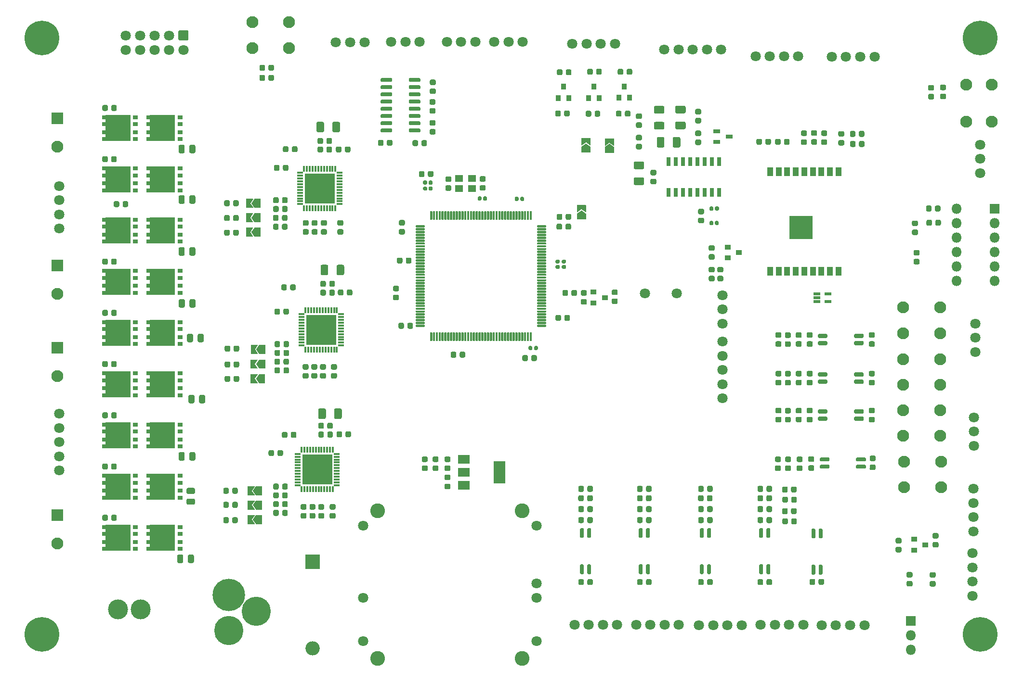
<source format=gbr>
%TF.GenerationSoftware,KiCad,Pcbnew,(5.1.6)-1*%
%TF.CreationDate,2021-04-08T18:08:25+09:00*%
%TF.ProjectId,FIG_DP_vFin,4649475f-4450-45f7-9646-696e2e6b6963,rev?*%
%TF.SameCoordinates,Original*%
%TF.FileFunction,Soldermask,Top*%
%TF.FilePolarity,Negative*%
%FSLAX46Y46*%
G04 Gerber Fmt 4.6, Leading zero omitted, Abs format (unit mm)*
G04 Created by KiCad (PCBNEW (5.1.6)-1) date 2021-04-08 18:08:25*
%MOMM*%
%LPD*%
G01*
G04 APERTURE LIST*
%ADD10R,1.800000X1.800000*%
%ADD11O,1.800000X1.800000*%
%ADD12R,2.100000X2.100000*%
%ADD13C,2.100000*%
%ADD14C,3.500000*%
%ADD15C,3.100000*%
%ADD16C,1.800000*%
%ADD17R,4.420000X4.660000*%
%ADD18R,0.780000X0.800000*%
%ADD19R,0.900000X0.800000*%
%ADD20R,1.400000X1.150000*%
%ADD21R,2.100000X1.600000*%
%ADD22R,2.100000X3.900000*%
%ADD23O,2.500000X2.500000*%
%ADD24R,2.500000X2.500000*%
%ADD25C,6.100000*%
%ADD26C,0.900000*%
%ADD27R,1.000000X0.900000*%
%ADD28R,1.200000X0.700000*%
%ADD29R,1.000000X1.600000*%
%ADD30R,4.100000X4.100000*%
%ADD31R,0.800000X1.625000*%
%ADD32C,2.600000*%
%ADD33R,1.300000X0.500000*%
%ADD34C,5.704000*%
%ADD35C,5.128000*%
%ADD36R,5.350000X5.350000*%
%ADD37R,1.000000X0.400000*%
%ADD38R,0.400000X1.000000*%
%ADD39C,0.100000*%
%ADD40R,0.900000X1.000000*%
G04 APERTURE END LIST*
D10*
%TO.C,J9*%
X207500000Y-60000000D03*
D11*
X200770000Y-60000000D03*
X207500000Y-62540000D03*
X200770000Y-62540000D03*
X207500000Y-65080000D03*
X200770000Y-65080000D03*
X207500000Y-67620000D03*
X200770000Y-67620000D03*
X207500000Y-70160000D03*
X200770000Y-70160000D03*
X207500000Y-72700000D03*
X200770000Y-72700000D03*
%TD*%
D12*
%TO.C,C66*%
X42759000Y-69991000D03*
D13*
X42759000Y-74991000D03*
%TD*%
D14*
%TO.C,J26*%
X53392000Y-130556000D03*
X57352000Y-130556000D03*
%TD*%
D15*
%TO.C,J14*%
X88872000Y-56476000D03*
%TD*%
%TO.C,J28*%
X61535000Y-99957000D03*
%TD*%
%TO.C,J29*%
X61535000Y-63889000D03*
%TD*%
%TO.C,J34*%
X61535000Y-72911000D03*
%TD*%
D16*
%TO.C,J38*%
X43059000Y-56031000D03*
X43059000Y-58531000D03*
X43059000Y-61031000D03*
X43059000Y-63531000D03*
%TD*%
%TO.C,J7*%
X173850000Y-133257000D03*
X171350000Y-133257000D03*
X168850000Y-133257000D03*
X166350000Y-133257000D03*
%TD*%
D15*
%TO.C,J30*%
X61535000Y-108974000D03*
%TD*%
D16*
%TO.C,J6*%
X155520000Y-133357000D03*
X158020000Y-133357000D03*
X160520000Y-133357000D03*
X163020000Y-133357000D03*
%TD*%
%TO.C,J5*%
X144480000Y-133257000D03*
X146980000Y-133257000D03*
X149480000Y-133257000D03*
X151980000Y-133257000D03*
%TD*%
%TO.C,J4*%
X141150000Y-133303000D03*
X138650000Y-133303000D03*
X136150000Y-133303000D03*
X133650000Y-133303000D03*
%TD*%
D15*
%TO.C,J33*%
X61535000Y-117991000D03*
%TD*%
D16*
%TO.C,J39*%
X43059000Y-103621000D03*
X43059000Y-101121000D03*
X43059000Y-98621000D03*
X43059000Y-96121000D03*
X43059000Y-106121000D03*
%TD*%
D15*
%TO.C,J24*%
X61535000Y-90813000D03*
%TD*%
%TO.C,C67*%
G36*
G01*
X52218500Y-42580250D02*
X52218500Y-42017750D01*
G75*
G02*
X52462250Y-41774000I243750J0D01*
G01*
X52949750Y-41774000D01*
G75*
G02*
X53193500Y-42017750I0J-243750D01*
G01*
X53193500Y-42580250D01*
G75*
G02*
X52949750Y-42824000I-243750J0D01*
G01*
X52462250Y-42824000D01*
G75*
G02*
X52218500Y-42580250I0J243750D01*
G01*
G37*
G36*
G01*
X50643500Y-42580250D02*
X50643500Y-42017750D01*
G75*
G02*
X50887250Y-41774000I243750J0D01*
G01*
X51374750Y-41774000D01*
G75*
G02*
X51618500Y-42017750I0J-243750D01*
G01*
X51618500Y-42580250D01*
G75*
G02*
X51374750Y-42824000I-243750J0D01*
G01*
X50887250Y-42824000D01*
G75*
G02*
X50643500Y-42580250I0J243750D01*
G01*
G37*
%TD*%
%TO.C,C3*%
G36*
G01*
X111200750Y-55920500D02*
X111763250Y-55920500D01*
G75*
G02*
X112007000Y-56164250I0J-243750D01*
G01*
X112007000Y-56651750D01*
G75*
G02*
X111763250Y-56895500I-243750J0D01*
G01*
X111200750Y-56895500D01*
G75*
G02*
X110957000Y-56651750I0J243750D01*
G01*
X110957000Y-56164250D01*
G75*
G02*
X111200750Y-55920500I243750J0D01*
G01*
G37*
G36*
G01*
X111200750Y-54345500D02*
X111763250Y-54345500D01*
G75*
G02*
X112007000Y-54589250I0J-243750D01*
G01*
X112007000Y-55076750D01*
G75*
G02*
X111763250Y-55320500I-243750J0D01*
G01*
X111200750Y-55320500D01*
G75*
G02*
X110957000Y-55076750I0J243750D01*
G01*
X110957000Y-54589250D01*
G75*
G02*
X111200750Y-54345500I243750J0D01*
G01*
G37*
%TD*%
%TO.C,C75*%
G36*
G01*
X50643500Y-69631250D02*
X50643500Y-69068750D01*
G75*
G02*
X50887250Y-68825000I243750J0D01*
G01*
X51374750Y-68825000D01*
G75*
G02*
X51618500Y-69068750I0J-243750D01*
G01*
X51618500Y-69631250D01*
G75*
G02*
X51374750Y-69875000I-243750J0D01*
G01*
X50887250Y-69875000D01*
G75*
G02*
X50643500Y-69631250I0J243750D01*
G01*
G37*
G36*
G01*
X52218500Y-69631250D02*
X52218500Y-69068750D01*
G75*
G02*
X52462250Y-68825000I243750J0D01*
G01*
X52949750Y-68825000D01*
G75*
G02*
X53193500Y-69068750I0J-243750D01*
G01*
X53193500Y-69631250D01*
G75*
G02*
X52949750Y-69875000I-243750J0D01*
G01*
X52462250Y-69875000D01*
G75*
G02*
X52218500Y-69631250I0J243750D01*
G01*
G37*
%TD*%
D13*
%TO.C,C65*%
X42759000Y-118971000D03*
D12*
X42759000Y-113971000D03*
%TD*%
%TO.C,C12*%
G36*
G01*
X131598500Y-69946000D02*
X131993500Y-69946000D01*
G75*
G02*
X132166000Y-70118500I0J-172500D01*
G01*
X132166000Y-70463500D01*
G75*
G02*
X131993500Y-70636000I-172500J0D01*
G01*
X131598500Y-70636000D01*
G75*
G02*
X131426000Y-70463500I0J172500D01*
G01*
X131426000Y-70118500D01*
G75*
G02*
X131598500Y-69946000I172500J0D01*
G01*
G37*
G36*
G01*
X131598500Y-68976000D02*
X131993500Y-68976000D01*
G75*
G02*
X132166000Y-69148500I0J-172500D01*
G01*
X132166000Y-69493500D01*
G75*
G02*
X131993500Y-69666000I-172500J0D01*
G01*
X131598500Y-69666000D01*
G75*
G02*
X131426000Y-69493500I0J172500D01*
G01*
X131426000Y-69148500D01*
G75*
G02*
X131598500Y-68976000I172500J0D01*
G01*
G37*
%TD*%
%TO.C,C11*%
G36*
G01*
X103671500Y-80362750D02*
X103671500Y-80925250D01*
G75*
G02*
X103427750Y-81169000I-243750J0D01*
G01*
X102940250Y-81169000D01*
G75*
G02*
X102696500Y-80925250I0J243750D01*
G01*
X102696500Y-80362750D01*
G75*
G02*
X102940250Y-80119000I243750J0D01*
G01*
X103427750Y-80119000D01*
G75*
G02*
X103671500Y-80362750I0J-243750D01*
G01*
G37*
G36*
G01*
X105246500Y-80362750D02*
X105246500Y-80925250D01*
G75*
G02*
X105002750Y-81169000I-243750J0D01*
G01*
X104515250Y-81169000D01*
G75*
G02*
X104271500Y-80925250I0J243750D01*
G01*
X104271500Y-80362750D01*
G75*
G02*
X104515250Y-80119000I243750J0D01*
G01*
X105002750Y-80119000D01*
G75*
G02*
X105246500Y-80362750I0J-243750D01*
G01*
G37*
%TD*%
%TO.C,C68*%
X42759000Y-84491000D03*
D13*
X42759000Y-89491000D03*
%TD*%
%TO.C,C14*%
G36*
G01*
X130494500Y-68976000D02*
X130889500Y-68976000D01*
G75*
G02*
X131062000Y-69148500I0J-172500D01*
G01*
X131062000Y-69493500D01*
G75*
G02*
X130889500Y-69666000I-172500J0D01*
G01*
X130494500Y-69666000D01*
G75*
G02*
X130322000Y-69493500I0J172500D01*
G01*
X130322000Y-69148500D01*
G75*
G02*
X130494500Y-68976000I172500J0D01*
G01*
G37*
G36*
G01*
X130494500Y-69946000D02*
X130889500Y-69946000D01*
G75*
G02*
X131062000Y-70118500I0J-172500D01*
G01*
X131062000Y-70463500D01*
G75*
G02*
X130889500Y-70636000I-172500J0D01*
G01*
X130494500Y-70636000D01*
G75*
G02*
X130322000Y-70463500I0J172500D01*
G01*
X130322000Y-70118500D01*
G75*
G02*
X130494500Y-69946000I172500J0D01*
G01*
G37*
%TD*%
%TO.C,C76*%
G36*
G01*
X50643500Y-114716250D02*
X50643500Y-114153750D01*
G75*
G02*
X50887250Y-113910000I243750J0D01*
G01*
X51374750Y-113910000D01*
G75*
G02*
X51618500Y-114153750I0J-243750D01*
G01*
X51618500Y-114716250D01*
G75*
G02*
X51374750Y-114960000I-243750J0D01*
G01*
X50887250Y-114960000D01*
G75*
G02*
X50643500Y-114716250I0J243750D01*
G01*
G37*
G36*
G01*
X52218500Y-114716250D02*
X52218500Y-114153750D01*
G75*
G02*
X52462250Y-113910000I243750J0D01*
G01*
X52949750Y-113910000D01*
G75*
G02*
X53193500Y-114153750I0J-243750D01*
G01*
X53193500Y-114716250D01*
G75*
G02*
X52949750Y-114960000I-243750J0D01*
G01*
X52462250Y-114960000D01*
G75*
G02*
X52218500Y-114716250I0J243750D01*
G01*
G37*
%TD*%
%TO.C,C2*%
G36*
G01*
X117224750Y-54315500D02*
X117787250Y-54315500D01*
G75*
G02*
X118031000Y-54559250I0J-243750D01*
G01*
X118031000Y-55046750D01*
G75*
G02*
X117787250Y-55290500I-243750J0D01*
G01*
X117224750Y-55290500D01*
G75*
G02*
X116981000Y-55046750I0J243750D01*
G01*
X116981000Y-54559250D01*
G75*
G02*
X117224750Y-54315500I243750J0D01*
G01*
G37*
G36*
G01*
X117224750Y-55890500D02*
X117787250Y-55890500D01*
G75*
G02*
X118031000Y-56134250I0J-243750D01*
G01*
X118031000Y-56621750D01*
G75*
G02*
X117787250Y-56865500I-243750J0D01*
G01*
X117224750Y-56865500D01*
G75*
G02*
X116981000Y-56621750I0J243750D01*
G01*
X116981000Y-56134250D01*
G75*
G02*
X117224750Y-55890500I243750J0D01*
G01*
G37*
%TD*%
%TO.C,C10*%
G36*
G01*
X123141000Y-58515500D02*
X123141000Y-58120500D01*
G75*
G02*
X123313500Y-57948000I172500J0D01*
G01*
X123658500Y-57948000D01*
G75*
G02*
X123831000Y-58120500I0J-172500D01*
G01*
X123831000Y-58515500D01*
G75*
G02*
X123658500Y-58688000I-172500J0D01*
G01*
X123313500Y-58688000D01*
G75*
G02*
X123141000Y-58515500I0J172500D01*
G01*
G37*
G36*
G01*
X124111000Y-58515500D02*
X124111000Y-58120500D01*
G75*
G02*
X124283500Y-57948000I172500J0D01*
G01*
X124628500Y-57948000D01*
G75*
G02*
X124801000Y-58120500I0J-172500D01*
G01*
X124801000Y-58515500D01*
G75*
G02*
X124628500Y-58688000I-172500J0D01*
G01*
X124283500Y-58688000D01*
G75*
G02*
X124111000Y-58515500I0J172500D01*
G01*
G37*
%TD*%
%TO.C,C16*%
G36*
G01*
X126251000Y-84376500D02*
X126251000Y-84771500D01*
G75*
G02*
X126078500Y-84944000I-172500J0D01*
G01*
X125733500Y-84944000D01*
G75*
G02*
X125561000Y-84771500I0J172500D01*
G01*
X125561000Y-84376500D01*
G75*
G02*
X125733500Y-84204000I172500J0D01*
G01*
X126078500Y-84204000D01*
G75*
G02*
X126251000Y-84376500I0J-172500D01*
G01*
G37*
G36*
G01*
X127221000Y-84376500D02*
X127221000Y-84771500D01*
G75*
G02*
X127048500Y-84944000I-172500J0D01*
G01*
X126703500Y-84944000D01*
G75*
G02*
X126531000Y-84771500I0J172500D01*
G01*
X126531000Y-84376500D01*
G75*
G02*
X126703500Y-84204000I172500J0D01*
G01*
X127048500Y-84204000D01*
G75*
G02*
X127221000Y-84376500I0J-172500D01*
G01*
G37*
%TD*%
%TO.C,C9*%
G36*
G01*
X124478500Y-86609250D02*
X124478500Y-86046750D01*
G75*
G02*
X124722250Y-85803000I243750J0D01*
G01*
X125209750Y-85803000D01*
G75*
G02*
X125453500Y-86046750I0J-243750D01*
G01*
X125453500Y-86609250D01*
G75*
G02*
X125209750Y-86853000I-243750J0D01*
G01*
X124722250Y-86853000D01*
G75*
G02*
X124478500Y-86609250I0J243750D01*
G01*
G37*
G36*
G01*
X126053500Y-86609250D02*
X126053500Y-86046750D01*
G75*
G02*
X126297250Y-85803000I243750J0D01*
G01*
X126784750Y-85803000D01*
G75*
G02*
X127028500Y-86046750I0J-243750D01*
G01*
X127028500Y-86609250D01*
G75*
G02*
X126784750Y-86853000I-243750J0D01*
G01*
X126297250Y-86853000D01*
G75*
G02*
X126053500Y-86609250I0J243750D01*
G01*
G37*
%TD*%
%TO.C,C7*%
G36*
G01*
X117306000Y-58050500D02*
X117306000Y-58445500D01*
G75*
G02*
X117133500Y-58618000I-172500J0D01*
G01*
X116788500Y-58618000D01*
G75*
G02*
X116616000Y-58445500I0J172500D01*
G01*
X116616000Y-58050500D01*
G75*
G02*
X116788500Y-57878000I172500J0D01*
G01*
X117133500Y-57878000D01*
G75*
G02*
X117306000Y-58050500I0J-172500D01*
G01*
G37*
G36*
G01*
X118276000Y-58050500D02*
X118276000Y-58445500D01*
G75*
G02*
X118103500Y-58618000I-172500J0D01*
G01*
X117758500Y-58618000D01*
G75*
G02*
X117586000Y-58445500I0J172500D01*
G01*
X117586000Y-58050500D01*
G75*
G02*
X117758500Y-57878000I172500J0D01*
G01*
X118103500Y-57878000D01*
G75*
G02*
X118276000Y-58050500I0J-172500D01*
G01*
G37*
%TD*%
D12*
%TO.C,C64*%
X42759000Y-44131000D03*
D13*
X42759000Y-49131000D03*
%TD*%
%TO.C,R53*%
G36*
G01*
X155395000Y-109628250D02*
X155395000Y-109065750D01*
G75*
G02*
X155638750Y-108822000I243750J0D01*
G01*
X156126250Y-108822000D01*
G75*
G02*
X156370000Y-109065750I0J-243750D01*
G01*
X156370000Y-109628250D01*
G75*
G02*
X156126250Y-109872000I-243750J0D01*
G01*
X155638750Y-109872000D01*
G75*
G02*
X155395000Y-109628250I0J243750D01*
G01*
G37*
G36*
G01*
X156970000Y-109628250D02*
X156970000Y-109065750D01*
G75*
G02*
X157213750Y-108822000I243750J0D01*
G01*
X157701250Y-108822000D01*
G75*
G02*
X157945000Y-109065750I0J-243750D01*
G01*
X157945000Y-109628250D01*
G75*
G02*
X157701250Y-109872000I-243750J0D01*
G01*
X157213750Y-109872000D01*
G75*
G02*
X156970000Y-109628250I0J243750D01*
G01*
G37*
%TD*%
%TO.C,R51*%
G36*
G01*
X134325000Y-109628250D02*
X134325000Y-109065750D01*
G75*
G02*
X134568750Y-108822000I243750J0D01*
G01*
X135056250Y-108822000D01*
G75*
G02*
X135300000Y-109065750I0J-243750D01*
G01*
X135300000Y-109628250D01*
G75*
G02*
X135056250Y-109872000I-243750J0D01*
G01*
X134568750Y-109872000D01*
G75*
G02*
X134325000Y-109628250I0J243750D01*
G01*
G37*
G36*
G01*
X135900000Y-109628250D02*
X135900000Y-109065750D01*
G75*
G02*
X136143750Y-108822000I243750J0D01*
G01*
X136631250Y-108822000D01*
G75*
G02*
X136875000Y-109065750I0J-243750D01*
G01*
X136875000Y-109628250D01*
G75*
G02*
X136631250Y-109872000I-243750J0D01*
G01*
X136143750Y-109872000D01*
G75*
G02*
X135900000Y-109628250I0J243750D01*
G01*
G37*
%TD*%
%TO.C,R17*%
G36*
G01*
X173346250Y-97636001D02*
X172783750Y-97636001D01*
G75*
G02*
X172540000Y-97392251I0J243750D01*
G01*
X172540000Y-96904751D01*
G75*
G02*
X172783750Y-96661001I243750J0D01*
G01*
X173346250Y-96661001D01*
G75*
G02*
X173590000Y-96904751I0J-243750D01*
G01*
X173590000Y-97392251D01*
G75*
G02*
X173346250Y-97636001I-243750J0D01*
G01*
G37*
G36*
G01*
X173346250Y-96061001D02*
X172783750Y-96061001D01*
G75*
G02*
X172540000Y-95817251I0J243750D01*
G01*
X172540000Y-95329751D01*
G75*
G02*
X172783750Y-95086001I243750J0D01*
G01*
X173346250Y-95086001D01*
G75*
G02*
X173590000Y-95329751I0J-243750D01*
G01*
X173590000Y-95817251D01*
G75*
G02*
X173346250Y-96061001I-243750J0D01*
G01*
G37*
%TD*%
%TO.C,R47*%
G36*
G01*
X157945000Y-114565750D02*
X157945000Y-115128250D01*
G75*
G02*
X157701250Y-115372000I-243750J0D01*
G01*
X157213750Y-115372000D01*
G75*
G02*
X156970000Y-115128250I0J243750D01*
G01*
X156970000Y-114565750D01*
G75*
G02*
X157213750Y-114322000I243750J0D01*
G01*
X157701250Y-114322000D01*
G75*
G02*
X157945000Y-114565750I0J-243750D01*
G01*
G37*
G36*
G01*
X156370000Y-114565750D02*
X156370000Y-115128250D01*
G75*
G02*
X156126250Y-115372000I-243750J0D01*
G01*
X155638750Y-115372000D01*
G75*
G02*
X155395000Y-115128250I0J243750D01*
G01*
X155395000Y-114565750D01*
G75*
G02*
X155638750Y-114322000I243750J0D01*
G01*
X156126250Y-114322000D01*
G75*
G02*
X156370000Y-114565750I0J-243750D01*
G01*
G37*
%TD*%
%TO.C,R30*%
G36*
G01*
X135900000Y-126048250D02*
X135900000Y-125485750D01*
G75*
G02*
X136143750Y-125242000I243750J0D01*
G01*
X136631250Y-125242000D01*
G75*
G02*
X136875000Y-125485750I0J-243750D01*
G01*
X136875000Y-126048250D01*
G75*
G02*
X136631250Y-126292000I-243750J0D01*
G01*
X136143750Y-126292000D01*
G75*
G02*
X135900000Y-126048250I0J243750D01*
G01*
G37*
G36*
G01*
X134325000Y-126048250D02*
X134325000Y-125485750D01*
G75*
G02*
X134568750Y-125242000I243750J0D01*
G01*
X135056250Y-125242000D01*
G75*
G02*
X135300000Y-125485750I0J-243750D01*
G01*
X135300000Y-126048250D01*
G75*
G02*
X135056250Y-126292000I-243750J0D01*
G01*
X134568750Y-126292000D01*
G75*
G02*
X134325000Y-126048250I0J243750D01*
G01*
G37*
%TD*%
%TO.C,R52*%
G36*
G01*
X144655000Y-109628250D02*
X144655000Y-109065750D01*
G75*
G02*
X144898750Y-108822000I243750J0D01*
G01*
X145386250Y-108822000D01*
G75*
G02*
X145630000Y-109065750I0J-243750D01*
G01*
X145630000Y-109628250D01*
G75*
G02*
X145386250Y-109872000I-243750J0D01*
G01*
X144898750Y-109872000D01*
G75*
G02*
X144655000Y-109628250I0J243750D01*
G01*
G37*
G36*
G01*
X146230000Y-109628250D02*
X146230000Y-109065750D01*
G75*
G02*
X146473750Y-108822000I243750J0D01*
G01*
X146961250Y-108822000D01*
G75*
G02*
X147205000Y-109065750I0J-243750D01*
G01*
X147205000Y-109628250D01*
G75*
G02*
X146961250Y-109872000I-243750J0D01*
G01*
X146473750Y-109872000D01*
G75*
G02*
X146230000Y-109628250I0J243750D01*
G01*
G37*
%TD*%
%TO.C,R37*%
G36*
G01*
X135010750Y-74371000D02*
X135573250Y-74371000D01*
G75*
G02*
X135817000Y-74614750I0J-243750D01*
G01*
X135817000Y-75102250D01*
G75*
G02*
X135573250Y-75346000I-243750J0D01*
G01*
X135010750Y-75346000D01*
G75*
G02*
X134767000Y-75102250I0J243750D01*
G01*
X134767000Y-74614750D01*
G75*
G02*
X135010750Y-74371000I243750J0D01*
G01*
G37*
G36*
G01*
X135010750Y-75946000D02*
X135573250Y-75946000D01*
G75*
G02*
X135817000Y-76189750I0J-243750D01*
G01*
X135817000Y-76677250D01*
G75*
G02*
X135573250Y-76921000I-243750J0D01*
G01*
X135010750Y-76921000D01*
G75*
G02*
X134767000Y-76677250I0J243750D01*
G01*
X134767000Y-76189750D01*
G75*
G02*
X135010750Y-75946000I243750J0D01*
G01*
G37*
%TD*%
%TO.C,R50*%
G36*
G01*
X140430750Y-75836000D02*
X140993250Y-75836000D01*
G75*
G02*
X141237000Y-76079750I0J-243750D01*
G01*
X141237000Y-76567250D01*
G75*
G02*
X140993250Y-76811000I-243750J0D01*
G01*
X140430750Y-76811000D01*
G75*
G02*
X140187000Y-76567250I0J243750D01*
G01*
X140187000Y-76079750D01*
G75*
G02*
X140430750Y-75836000I243750J0D01*
G01*
G37*
G36*
G01*
X140430750Y-74261000D02*
X140993250Y-74261000D01*
G75*
G02*
X141237000Y-74504750I0J-243750D01*
G01*
X141237000Y-74992250D01*
G75*
G02*
X140993250Y-75236000I-243750J0D01*
G01*
X140430750Y-75236000D01*
G75*
G02*
X140187000Y-74992250I0J243750D01*
G01*
X140187000Y-74504750D01*
G75*
G02*
X140430750Y-74261000I243750J0D01*
G01*
G37*
%TD*%
%TO.C,R54*%
G36*
G01*
X165825000Y-109628250D02*
X165825000Y-109065750D01*
G75*
G02*
X166068750Y-108822000I243750J0D01*
G01*
X166556250Y-108822000D01*
G75*
G02*
X166800000Y-109065750I0J-243750D01*
G01*
X166800000Y-109628250D01*
G75*
G02*
X166556250Y-109872000I-243750J0D01*
G01*
X166068750Y-109872000D01*
G75*
G02*
X165825000Y-109628250I0J243750D01*
G01*
G37*
G36*
G01*
X167400000Y-109628250D02*
X167400000Y-109065750D01*
G75*
G02*
X167643750Y-108822000I243750J0D01*
G01*
X168131250Y-108822000D01*
G75*
G02*
X168375000Y-109065750I0J-243750D01*
G01*
X168375000Y-109628250D01*
G75*
G02*
X168131250Y-109872000I-243750J0D01*
G01*
X167643750Y-109872000D01*
G75*
G02*
X167400000Y-109628250I0J243750D01*
G01*
G37*
%TD*%
%TO.C,R19*%
G36*
G01*
X174713750Y-96661001D02*
X175276250Y-96661001D01*
G75*
G02*
X175520000Y-96904751I0J-243750D01*
G01*
X175520000Y-97392251D01*
G75*
G02*
X175276250Y-97636001I-243750J0D01*
G01*
X174713750Y-97636001D01*
G75*
G02*
X174470000Y-97392251I0J243750D01*
G01*
X174470000Y-96904751D01*
G75*
G02*
X174713750Y-96661001I243750J0D01*
G01*
G37*
G36*
G01*
X174713750Y-95086001D02*
X175276250Y-95086001D01*
G75*
G02*
X175520000Y-95329751I0J-243750D01*
G01*
X175520000Y-95817251D01*
G75*
G02*
X175276250Y-96061001I-243750J0D01*
G01*
X174713750Y-96061001D01*
G75*
G02*
X174470000Y-95817251I0J243750D01*
G01*
X174470000Y-95329751D01*
G75*
G02*
X174713750Y-95086001I243750J0D01*
G01*
G37*
%TD*%
%TO.C,R39*%
G36*
G01*
X144655000Y-113198250D02*
X144655000Y-112635750D01*
G75*
G02*
X144898750Y-112392000I243750J0D01*
G01*
X145386250Y-112392000D01*
G75*
G02*
X145630000Y-112635750I0J-243750D01*
G01*
X145630000Y-113198250D01*
G75*
G02*
X145386250Y-113442000I-243750J0D01*
G01*
X144898750Y-113442000D01*
G75*
G02*
X144655000Y-113198250I0J243750D01*
G01*
G37*
G36*
G01*
X146230000Y-113198250D02*
X146230000Y-112635750D01*
G75*
G02*
X146473750Y-112392000I243750J0D01*
G01*
X146961250Y-112392000D01*
G75*
G02*
X147205000Y-112635750I0J-243750D01*
G01*
X147205000Y-113198250D01*
G75*
G02*
X146961250Y-113442000I-243750J0D01*
G01*
X146473750Y-113442000D01*
G75*
G02*
X146230000Y-113198250I0J243750D01*
G01*
G37*
%TD*%
%TO.C,R38*%
G36*
G01*
X134325000Y-113198250D02*
X134325000Y-112635750D01*
G75*
G02*
X134568750Y-112392000I243750J0D01*
G01*
X135056250Y-112392000D01*
G75*
G02*
X135300000Y-112635750I0J-243750D01*
G01*
X135300000Y-113198250D01*
G75*
G02*
X135056250Y-113442000I-243750J0D01*
G01*
X134568750Y-113442000D01*
G75*
G02*
X134325000Y-113198250I0J243750D01*
G01*
G37*
G36*
G01*
X135900000Y-113198250D02*
X135900000Y-112635750D01*
G75*
G02*
X136143750Y-112392000I243750J0D01*
G01*
X136631250Y-112392000D01*
G75*
G02*
X136875000Y-112635750I0J-243750D01*
G01*
X136875000Y-113198250D01*
G75*
G02*
X136631250Y-113442000I-243750J0D01*
G01*
X136143750Y-113442000D01*
G75*
G02*
X135900000Y-113198250I0J243750D01*
G01*
G37*
%TD*%
%TO.C,R46*%
G36*
G01*
X147205000Y-114565750D02*
X147205000Y-115128250D01*
G75*
G02*
X146961250Y-115372000I-243750J0D01*
G01*
X146473750Y-115372000D01*
G75*
G02*
X146230000Y-115128250I0J243750D01*
G01*
X146230000Y-114565750D01*
G75*
G02*
X146473750Y-114322000I243750J0D01*
G01*
X146961250Y-114322000D01*
G75*
G02*
X147205000Y-114565750I0J-243750D01*
G01*
G37*
G36*
G01*
X145630000Y-114565750D02*
X145630000Y-115128250D01*
G75*
G02*
X145386250Y-115372000I-243750J0D01*
G01*
X144898750Y-115372000D01*
G75*
G02*
X144655000Y-115128250I0J243750D01*
G01*
X144655000Y-114565750D01*
G75*
G02*
X144898750Y-114322000I243750J0D01*
G01*
X145386250Y-114322000D01*
G75*
G02*
X145630000Y-114565750I0J-243750D01*
G01*
G37*
%TD*%
%TO.C,R45*%
G36*
G01*
X135300000Y-114565750D02*
X135300000Y-115128250D01*
G75*
G02*
X135056250Y-115372000I-243750J0D01*
G01*
X134568750Y-115372000D01*
G75*
G02*
X134325000Y-115128250I0J243750D01*
G01*
X134325000Y-114565750D01*
G75*
G02*
X134568750Y-114322000I243750J0D01*
G01*
X135056250Y-114322000D01*
G75*
G02*
X135300000Y-114565750I0J-243750D01*
G01*
G37*
G36*
G01*
X136875000Y-114565750D02*
X136875000Y-115128250D01*
G75*
G02*
X136631250Y-115372000I-243750J0D01*
G01*
X136143750Y-115372000D01*
G75*
G02*
X135900000Y-115128250I0J243750D01*
G01*
X135900000Y-114565750D01*
G75*
G02*
X136143750Y-114322000I243750J0D01*
G01*
X136631250Y-114322000D01*
G75*
G02*
X136875000Y-114565750I0J-243750D01*
G01*
G37*
%TD*%
%TO.C,R41*%
G36*
G01*
X167400000Y-113198250D02*
X167400000Y-112635750D01*
G75*
G02*
X167643750Y-112392000I243750J0D01*
G01*
X168131250Y-112392000D01*
G75*
G02*
X168375000Y-112635750I0J-243750D01*
G01*
X168375000Y-113198250D01*
G75*
G02*
X168131250Y-113442000I-243750J0D01*
G01*
X167643750Y-113442000D01*
G75*
G02*
X167400000Y-113198250I0J243750D01*
G01*
G37*
G36*
G01*
X165825000Y-113198250D02*
X165825000Y-112635750D01*
G75*
G02*
X166068750Y-112392000I243750J0D01*
G01*
X166556250Y-112392000D01*
G75*
G02*
X166800000Y-112635750I0J-243750D01*
G01*
X166800000Y-113198250D01*
G75*
G02*
X166556250Y-113442000I-243750J0D01*
G01*
X166068750Y-113442000D01*
G75*
G02*
X165825000Y-113198250I0J243750D01*
G01*
G37*
%TD*%
%TO.C,R48*%
G36*
G01*
X166800000Y-114565750D02*
X166800000Y-115128250D01*
G75*
G02*
X166556250Y-115372000I-243750J0D01*
G01*
X166068750Y-115372000D01*
G75*
G02*
X165825000Y-115128250I0J243750D01*
G01*
X165825000Y-114565750D01*
G75*
G02*
X166068750Y-114322000I243750J0D01*
G01*
X166556250Y-114322000D01*
G75*
G02*
X166800000Y-114565750I0J-243750D01*
G01*
G37*
G36*
G01*
X168375000Y-114565750D02*
X168375000Y-115128250D01*
G75*
G02*
X168131250Y-115372000I-243750J0D01*
G01*
X167643750Y-115372000D01*
G75*
G02*
X167400000Y-115128250I0J243750D01*
G01*
X167400000Y-114565750D01*
G75*
G02*
X167643750Y-114322000I243750J0D01*
G01*
X168131250Y-114322000D01*
G75*
G02*
X168375000Y-114565750I0J-243750D01*
G01*
G37*
%TD*%
%TO.C,R14*%
G36*
G01*
X186196250Y-96061001D02*
X185633750Y-96061001D01*
G75*
G02*
X185390000Y-95817251I0J243750D01*
G01*
X185390000Y-95329751D01*
G75*
G02*
X185633750Y-95086001I243750J0D01*
G01*
X186196250Y-95086001D01*
G75*
G02*
X186440000Y-95329751I0J-243750D01*
G01*
X186440000Y-95817251D01*
G75*
G02*
X186196250Y-96061001I-243750J0D01*
G01*
G37*
G36*
G01*
X186196250Y-97636001D02*
X185633750Y-97636001D01*
G75*
G02*
X185390000Y-97392251I0J243750D01*
G01*
X185390000Y-96904751D01*
G75*
G02*
X185633750Y-96661001I243750J0D01*
G01*
X186196250Y-96661001D01*
G75*
G02*
X186440000Y-96904751I0J-243750D01*
G01*
X186440000Y-97392251D01*
G75*
G02*
X186196250Y-97636001I-243750J0D01*
G01*
G37*
%TD*%
%TO.C,R31*%
G36*
G01*
X146230000Y-126048250D02*
X146230000Y-125485750D01*
G75*
G02*
X146473750Y-125242000I243750J0D01*
G01*
X146961250Y-125242000D01*
G75*
G02*
X147205000Y-125485750I0J-243750D01*
G01*
X147205000Y-126048250D01*
G75*
G02*
X146961250Y-126292000I-243750J0D01*
G01*
X146473750Y-126292000D01*
G75*
G02*
X146230000Y-126048250I0J243750D01*
G01*
G37*
G36*
G01*
X144655000Y-126048250D02*
X144655000Y-125485750D01*
G75*
G02*
X144898750Y-125242000I243750J0D01*
G01*
X145386250Y-125242000D01*
G75*
G02*
X145630000Y-125485750I0J-243750D01*
G01*
X145630000Y-126048250D01*
G75*
G02*
X145386250Y-126292000I-243750J0D01*
G01*
X144898750Y-126292000D01*
G75*
G02*
X144655000Y-126048250I0J243750D01*
G01*
G37*
%TD*%
%TO.C,R22*%
G36*
G01*
X169776250Y-96061001D02*
X169213750Y-96061001D01*
G75*
G02*
X168970000Y-95817251I0J243750D01*
G01*
X168970000Y-95329751D01*
G75*
G02*
X169213750Y-95086001I243750J0D01*
G01*
X169776250Y-95086001D01*
G75*
G02*
X170020000Y-95329751I0J-243750D01*
G01*
X170020000Y-95817251D01*
G75*
G02*
X169776250Y-96061001I-243750J0D01*
G01*
G37*
G36*
G01*
X169776250Y-97636001D02*
X169213750Y-97636001D01*
G75*
G02*
X168970000Y-97392251I0J243750D01*
G01*
X168970000Y-96904751D01*
G75*
G02*
X169213750Y-96661001I243750J0D01*
G01*
X169776250Y-96661001D01*
G75*
G02*
X170020000Y-96904751I0J-243750D01*
G01*
X170020000Y-97392251D01*
G75*
G02*
X169776250Y-97636001I-243750J0D01*
G01*
G37*
%TD*%
%TO.C,R40*%
G36*
G01*
X155395000Y-113198250D02*
X155395000Y-112635750D01*
G75*
G02*
X155638750Y-112392000I243750J0D01*
G01*
X156126250Y-112392000D01*
G75*
G02*
X156370000Y-112635750I0J-243750D01*
G01*
X156370000Y-113198250D01*
G75*
G02*
X156126250Y-113442000I-243750J0D01*
G01*
X155638750Y-113442000D01*
G75*
G02*
X155395000Y-113198250I0J243750D01*
G01*
G37*
G36*
G01*
X156970000Y-113198250D02*
X156970000Y-112635750D01*
G75*
G02*
X157213750Y-112392000I243750J0D01*
G01*
X157701250Y-112392000D01*
G75*
G02*
X157945000Y-112635750I0J-243750D01*
G01*
X157945000Y-113198250D01*
G75*
G02*
X157701250Y-113442000I-243750J0D01*
G01*
X157213750Y-113442000D01*
G75*
G02*
X156970000Y-113198250I0J243750D01*
G01*
G37*
%TD*%
%TO.C,J21*%
G36*
G01*
X64267706Y-28619000D02*
X65538294Y-28619000D01*
G75*
G02*
X65803000Y-28883706I0J-264706D01*
G01*
X65803000Y-30154294D01*
G75*
G02*
X65538294Y-30419000I-264706J0D01*
G01*
X64267706Y-30419000D01*
G75*
G02*
X64003000Y-30154294I0J264706D01*
G01*
X64003000Y-28883706D01*
G75*
G02*
X64267706Y-28619000I264706J0D01*
G01*
G37*
D16*
X62363000Y-29519000D03*
X59823000Y-29519000D03*
X57283000Y-29519000D03*
X54743000Y-29519000D03*
X64903000Y-32059000D03*
X62363000Y-32059000D03*
X59823000Y-32059000D03*
X57283000Y-32059000D03*
X54743000Y-32059000D03*
%TD*%
D11*
%TO.C,J11*%
X192800000Y-137660000D03*
X192800000Y-135120000D03*
D10*
X192800000Y-132580000D03*
%TD*%
D17*
%TO.C,Q7*%
X61222500Y-45855000D03*
D18*
X58722500Y-43925000D03*
X58722500Y-45170000D03*
X58722500Y-46540000D03*
X58722500Y-47785000D03*
D19*
X64287500Y-43925000D03*
X64287500Y-45170000D03*
X64287500Y-46540000D03*
X64287500Y-47785000D03*
%TD*%
%TO.C,Q3*%
X56482000Y-83853000D03*
X56482000Y-82608000D03*
X56482000Y-81238000D03*
X56482000Y-79993000D03*
D18*
X50917000Y-83853000D03*
X50917000Y-82608000D03*
X50917000Y-81238000D03*
X50917000Y-79993000D03*
D17*
X53417000Y-81923000D03*
%TD*%
D19*
%TO.C,Q4*%
X64287500Y-83853000D03*
X64287500Y-82608000D03*
X64287500Y-81238000D03*
X64287500Y-79993000D03*
D18*
X58722500Y-83853000D03*
X58722500Y-82608000D03*
X58722500Y-81238000D03*
X58722500Y-79993000D03*
D17*
X61222500Y-81923000D03*
%TD*%
D19*
%TO.C,Q6*%
X56482000Y-47785000D03*
X56482000Y-46540000D03*
X56482000Y-45170000D03*
X56482000Y-43925000D03*
D18*
X50917000Y-47785000D03*
X50917000Y-46540000D03*
X50917000Y-45170000D03*
X50917000Y-43925000D03*
D17*
X53417000Y-45855000D03*
%TD*%
%TO.C,Q12*%
X53417000Y-54872000D03*
D18*
X50917000Y-52942000D03*
X50917000Y-54187000D03*
X50917000Y-55557000D03*
X50917000Y-56802000D03*
D19*
X56482000Y-52942000D03*
X56482000Y-54187000D03*
X56482000Y-55557000D03*
X56482000Y-56802000D03*
%TD*%
%TO.C,C63*%
G36*
G01*
X50643500Y-78648250D02*
X50643500Y-78085750D01*
G75*
G02*
X50887250Y-77842000I243750J0D01*
G01*
X51374750Y-77842000D01*
G75*
G02*
X51618500Y-78085750I0J-243750D01*
G01*
X51618500Y-78648250D01*
G75*
G02*
X51374750Y-78892000I-243750J0D01*
G01*
X50887250Y-78892000D01*
G75*
G02*
X50643500Y-78648250I0J243750D01*
G01*
G37*
G36*
G01*
X52218500Y-78648250D02*
X52218500Y-78085750D01*
G75*
G02*
X52462250Y-77842000I243750J0D01*
G01*
X52949750Y-77842000D01*
G75*
G02*
X53193500Y-78085750I0J-243750D01*
G01*
X53193500Y-78648250D01*
G75*
G02*
X52949750Y-78892000I-243750J0D01*
G01*
X52462250Y-78892000D01*
G75*
G02*
X52218500Y-78648250I0J243750D01*
G01*
G37*
%TD*%
%TO.C,C70*%
G36*
G01*
X50643500Y-51597250D02*
X50643500Y-51034750D01*
G75*
G02*
X50887250Y-50791000I243750J0D01*
G01*
X51374750Y-50791000D01*
G75*
G02*
X51618500Y-51034750I0J-243750D01*
G01*
X51618500Y-51597250D01*
G75*
G02*
X51374750Y-51841000I-243750J0D01*
G01*
X50887250Y-51841000D01*
G75*
G02*
X50643500Y-51597250I0J243750D01*
G01*
G37*
G36*
G01*
X52218500Y-51597250D02*
X52218500Y-51034750D01*
G75*
G02*
X52462250Y-50791000I243750J0D01*
G01*
X52949750Y-50791000D01*
G75*
G02*
X53193500Y-51034750I0J-243750D01*
G01*
X53193500Y-51597250D01*
G75*
G02*
X52949750Y-51841000I-243750J0D01*
G01*
X52462250Y-51841000D01*
G75*
G02*
X52218500Y-51597250I0J243750D01*
G01*
G37*
%TD*%
%TO.C,C42*%
G36*
G01*
X93284500Y-49887250D02*
X93284500Y-49324750D01*
G75*
G02*
X93528250Y-49081000I243750J0D01*
G01*
X94015750Y-49081000D01*
G75*
G02*
X94259500Y-49324750I0J-243750D01*
G01*
X94259500Y-49887250D01*
G75*
G02*
X94015750Y-50131000I-243750J0D01*
G01*
X93528250Y-50131000D01*
G75*
G02*
X93284500Y-49887250I0J243750D01*
G01*
G37*
G36*
G01*
X91709500Y-49887250D02*
X91709500Y-49324750D01*
G75*
G02*
X91953250Y-49081000I243750J0D01*
G01*
X92440750Y-49081000D01*
G75*
G02*
X92684500Y-49324750I0J-243750D01*
G01*
X92684500Y-49887250D01*
G75*
G02*
X92440750Y-50131000I-243750J0D01*
G01*
X91953250Y-50131000D01*
G75*
G02*
X91709500Y-49887250I0J243750D01*
G01*
G37*
%TD*%
%TO.C,C72*%
G36*
G01*
X54218500Y-59504250D02*
X54218500Y-58941750D01*
G75*
G02*
X54462250Y-58698000I243750J0D01*
G01*
X54949750Y-58698000D01*
G75*
G02*
X55193500Y-58941750I0J-243750D01*
G01*
X55193500Y-59504250D01*
G75*
G02*
X54949750Y-59748000I-243750J0D01*
G01*
X54462250Y-59748000D01*
G75*
G02*
X54218500Y-59504250I0J243750D01*
G01*
G37*
G36*
G01*
X52643500Y-59504250D02*
X52643500Y-58941750D01*
G75*
G02*
X52887250Y-58698000I243750J0D01*
G01*
X53374750Y-58698000D01*
G75*
G02*
X53618500Y-58941750I0J-243750D01*
G01*
X53618500Y-59504250D01*
G75*
G02*
X53374750Y-59748000I-243750J0D01*
G01*
X52887250Y-59748000D01*
G75*
G02*
X52643500Y-59504250I0J243750D01*
G01*
G37*
%TD*%
%TO.C,C71*%
G36*
G01*
X52218500Y-96682250D02*
X52218500Y-96119750D01*
G75*
G02*
X52462250Y-95876000I243750J0D01*
G01*
X52949750Y-95876000D01*
G75*
G02*
X53193500Y-96119750I0J-243750D01*
G01*
X53193500Y-96682250D01*
G75*
G02*
X52949750Y-96926000I-243750J0D01*
G01*
X52462250Y-96926000D01*
G75*
G02*
X52218500Y-96682250I0J243750D01*
G01*
G37*
G36*
G01*
X50643500Y-96682250D02*
X50643500Y-96119750D01*
G75*
G02*
X50887250Y-95876000I243750J0D01*
G01*
X51374750Y-95876000D01*
G75*
G02*
X51618500Y-96119750I0J-243750D01*
G01*
X51618500Y-96682250D01*
G75*
G02*
X51374750Y-96926000I-243750J0D01*
G01*
X50887250Y-96926000D01*
G75*
G02*
X50643500Y-96682250I0J243750D01*
G01*
G37*
%TD*%
%TO.C,C73*%
G36*
G01*
X50643500Y-105699250D02*
X50643500Y-105136750D01*
G75*
G02*
X50887250Y-104893000I243750J0D01*
G01*
X51374750Y-104893000D01*
G75*
G02*
X51618500Y-105136750I0J-243750D01*
G01*
X51618500Y-105699250D01*
G75*
G02*
X51374750Y-105943000I-243750J0D01*
G01*
X50887250Y-105943000D01*
G75*
G02*
X50643500Y-105699250I0J243750D01*
G01*
G37*
G36*
G01*
X52218500Y-105699250D02*
X52218500Y-105136750D01*
G75*
G02*
X52462250Y-104893000I243750J0D01*
G01*
X52949750Y-104893000D01*
G75*
G02*
X53193500Y-105136750I0J-243750D01*
G01*
X53193500Y-105699250D01*
G75*
G02*
X52949750Y-105943000I-243750J0D01*
G01*
X52462250Y-105943000D01*
G75*
G02*
X52218500Y-105699250I0J243750D01*
G01*
G37*
%TD*%
%TO.C,C32*%
G36*
G01*
X90047000Y-48388250D02*
X90047000Y-47825750D01*
G75*
G02*
X90290750Y-47582000I243750J0D01*
G01*
X90778250Y-47582000D01*
G75*
G02*
X91022000Y-47825750I0J-243750D01*
G01*
X91022000Y-48388250D01*
G75*
G02*
X90778250Y-48632000I-243750J0D01*
G01*
X90290750Y-48632000D01*
G75*
G02*
X90047000Y-48388250I0J243750D01*
G01*
G37*
G36*
G01*
X88472000Y-48388250D02*
X88472000Y-47825750D01*
G75*
G02*
X88715750Y-47582000I243750J0D01*
G01*
X89203250Y-47582000D01*
G75*
G02*
X89447000Y-47825750I0J-243750D01*
G01*
X89447000Y-48388250D01*
G75*
G02*
X89203250Y-48632000I-243750J0D01*
G01*
X88715750Y-48632000D01*
G75*
G02*
X88472000Y-48388250I0J243750D01*
G01*
G37*
%TD*%
%TO.C,C41*%
G36*
G01*
X88472000Y-49888250D02*
X88472000Y-49325750D01*
G75*
G02*
X88715750Y-49082000I243750J0D01*
G01*
X89203250Y-49082000D01*
G75*
G02*
X89447000Y-49325750I0J-243750D01*
G01*
X89447000Y-49888250D01*
G75*
G02*
X89203250Y-50132000I-243750J0D01*
G01*
X88715750Y-50132000D01*
G75*
G02*
X88472000Y-49888250I0J243750D01*
G01*
G37*
G36*
G01*
X90047000Y-49888250D02*
X90047000Y-49325750D01*
G75*
G02*
X90290750Y-49082000I243750J0D01*
G01*
X90778250Y-49082000D01*
G75*
G02*
X91022000Y-49325750I0J-243750D01*
G01*
X91022000Y-49888250D01*
G75*
G02*
X90778250Y-50132000I-243750J0D01*
G01*
X90290750Y-50132000D01*
G75*
G02*
X90047000Y-49888250I0J243750D01*
G01*
G37*
%TD*%
%TO.C,C69*%
G36*
G01*
X52218500Y-87665250D02*
X52218500Y-87102750D01*
G75*
G02*
X52462250Y-86859000I243750J0D01*
G01*
X52949750Y-86859000D01*
G75*
G02*
X53193500Y-87102750I0J-243750D01*
G01*
X53193500Y-87665250D01*
G75*
G02*
X52949750Y-87909000I-243750J0D01*
G01*
X52462250Y-87909000D01*
G75*
G02*
X52218500Y-87665250I0J243750D01*
G01*
G37*
G36*
G01*
X50643500Y-87665250D02*
X50643500Y-87102750D01*
G75*
G02*
X50887250Y-86859000I243750J0D01*
G01*
X51374750Y-86859000D01*
G75*
G02*
X51618500Y-87102750I0J-243750D01*
G01*
X51618500Y-87665250D01*
G75*
G02*
X51374750Y-87909000I-243750J0D01*
G01*
X50887250Y-87909000D01*
G75*
G02*
X50643500Y-87665250I0J243750D01*
G01*
G37*
%TD*%
%TO.C,C29*%
G36*
G01*
X92210750Y-62048500D02*
X92773250Y-62048500D01*
G75*
G02*
X93017000Y-62292250I0J-243750D01*
G01*
X93017000Y-62779750D01*
G75*
G02*
X92773250Y-63023500I-243750J0D01*
G01*
X92210750Y-63023500D01*
G75*
G02*
X91967000Y-62779750I0J243750D01*
G01*
X91967000Y-62292250D01*
G75*
G02*
X92210750Y-62048500I243750J0D01*
G01*
G37*
G36*
G01*
X92210750Y-63623500D02*
X92773250Y-63623500D01*
G75*
G02*
X93017000Y-63867250I0J-243750D01*
G01*
X93017000Y-64354750D01*
G75*
G02*
X92773250Y-64598500I-243750J0D01*
G01*
X92210750Y-64598500D01*
G75*
G02*
X91967000Y-64354750I0J243750D01*
G01*
X91967000Y-63867250D01*
G75*
G02*
X92210750Y-63623500I243750J0D01*
G01*
G37*
%TD*%
D16*
%TO.C,BZ1*%
X151644000Y-74930000D03*
X146044000Y-74930000D03*
%TD*%
%TO.C,C26*%
G36*
G01*
X88282000Y-46312000D02*
X88282000Y-45002000D01*
G75*
G02*
X88552000Y-44732000I270000J0D01*
G01*
X89362000Y-44732000D01*
G75*
G02*
X89632000Y-45002000I0J-270000D01*
G01*
X89632000Y-46312000D01*
G75*
G02*
X89362000Y-46582000I-270000J0D01*
G01*
X88552000Y-46582000D01*
G75*
G02*
X88282000Y-46312000I0J270000D01*
G01*
G37*
G36*
G01*
X91082000Y-46312000D02*
X91082000Y-45002000D01*
G75*
G02*
X91352000Y-44732000I270000J0D01*
G01*
X92162000Y-44732000D01*
G75*
G02*
X92432000Y-45002000I0J-270000D01*
G01*
X92432000Y-46312000D01*
G75*
G02*
X92162000Y-46582000I-270000J0D01*
G01*
X91352000Y-46582000D01*
G75*
G02*
X91082000Y-46312000I0J270000D01*
G01*
G37*
%TD*%
%TO.C,U7*%
G36*
G01*
X145470000Y-124364001D02*
X145120000Y-124364001D01*
G75*
G02*
X144945000Y-124189001I0J175000D01*
G01*
X144945000Y-122814001D01*
G75*
G02*
X145120000Y-122639001I175000J0D01*
G01*
X145470000Y-122639001D01*
G75*
G02*
X145645000Y-122814001I0J-175000D01*
G01*
X145645000Y-124189001D01*
G75*
G02*
X145470000Y-124364001I-175000J0D01*
G01*
G37*
G36*
G01*
X146740000Y-124364001D02*
X146390000Y-124364001D01*
G75*
G02*
X146215000Y-124189001I0J175000D01*
G01*
X146215000Y-122814001D01*
G75*
G02*
X146390000Y-122639001I175000J0D01*
G01*
X146740000Y-122639001D01*
G75*
G02*
X146915000Y-122814001I0J-175000D01*
G01*
X146915000Y-124189001D01*
G75*
G02*
X146740000Y-124364001I-175000J0D01*
G01*
G37*
G36*
G01*
X146740000Y-117989001D02*
X146390000Y-117989001D01*
G75*
G02*
X146215000Y-117814001I0J175000D01*
G01*
X146215000Y-116439001D01*
G75*
G02*
X146390000Y-116264001I175000J0D01*
G01*
X146740000Y-116264001D01*
G75*
G02*
X146915000Y-116439001I0J-175000D01*
G01*
X146915000Y-117814001D01*
G75*
G02*
X146740000Y-117989001I-175000J0D01*
G01*
G37*
G36*
G01*
X145470000Y-117989001D02*
X145120000Y-117989001D01*
G75*
G02*
X144945000Y-117814001I0J175000D01*
G01*
X144945000Y-116439001D01*
G75*
G02*
X145120000Y-116264001I175000J0D01*
G01*
X145470000Y-116264001D01*
G75*
G02*
X145645000Y-116439001I0J-175000D01*
G01*
X145645000Y-117814001D01*
G75*
G02*
X145470000Y-117989001I-175000J0D01*
G01*
G37*
%TD*%
D20*
%TO.C,Y1*%
X115632000Y-54668000D03*
X113332000Y-54668000D03*
X113332000Y-56518000D03*
X115632000Y-56518000D03*
%TD*%
%TO.C,R78*%
G36*
G01*
X80814500Y-34944750D02*
X80814500Y-35507250D01*
G75*
G02*
X80570750Y-35751000I-243750J0D01*
G01*
X80083250Y-35751000D01*
G75*
G02*
X79839500Y-35507250I0J243750D01*
G01*
X79839500Y-34944750D01*
G75*
G02*
X80083250Y-34701000I243750J0D01*
G01*
X80570750Y-34701000D01*
G75*
G02*
X80814500Y-34944750I0J-243750D01*
G01*
G37*
G36*
G01*
X79239500Y-34944750D02*
X79239500Y-35507250D01*
G75*
G02*
X78995750Y-35751000I-243750J0D01*
G01*
X78508250Y-35751000D01*
G75*
G02*
X78264500Y-35507250I0J243750D01*
G01*
X78264500Y-34944750D01*
G75*
G02*
X78508250Y-34701000I243750J0D01*
G01*
X78995750Y-34701000D01*
G75*
G02*
X79239500Y-34944750I0J-243750D01*
G01*
G37*
%TD*%
D21*
%TO.C,U13*%
X114175000Y-104128000D03*
X114175000Y-108728000D03*
X114175000Y-106428000D03*
D22*
X120475000Y-106428000D03*
%TD*%
%TO.C,U8*%
G36*
G01*
X156210000Y-124364001D02*
X155860000Y-124364001D01*
G75*
G02*
X155685000Y-124189001I0J175000D01*
G01*
X155685000Y-122814001D01*
G75*
G02*
X155860000Y-122639001I175000J0D01*
G01*
X156210000Y-122639001D01*
G75*
G02*
X156385000Y-122814001I0J-175000D01*
G01*
X156385000Y-124189001D01*
G75*
G02*
X156210000Y-124364001I-175000J0D01*
G01*
G37*
G36*
G01*
X157480000Y-124364001D02*
X157130000Y-124364001D01*
G75*
G02*
X156955000Y-124189001I0J175000D01*
G01*
X156955000Y-122814001D01*
G75*
G02*
X157130000Y-122639001I175000J0D01*
G01*
X157480000Y-122639001D01*
G75*
G02*
X157655000Y-122814001I0J-175000D01*
G01*
X157655000Y-124189001D01*
G75*
G02*
X157480000Y-124364001I-175000J0D01*
G01*
G37*
G36*
G01*
X157480000Y-117989001D02*
X157130000Y-117989001D01*
G75*
G02*
X156955000Y-117814001I0J175000D01*
G01*
X156955000Y-116439001D01*
G75*
G02*
X157130000Y-116264001I175000J0D01*
G01*
X157480000Y-116264001D01*
G75*
G02*
X157655000Y-116439001I0J-175000D01*
G01*
X157655000Y-117814001D01*
G75*
G02*
X157480000Y-117989001I-175000J0D01*
G01*
G37*
G36*
G01*
X156210000Y-117989001D02*
X155860000Y-117989001D01*
G75*
G02*
X155685000Y-117814001I0J175000D01*
G01*
X155685000Y-116439001D01*
G75*
G02*
X155860000Y-116264001I175000J0D01*
G01*
X156210000Y-116264001D01*
G75*
G02*
X156385000Y-116439001I0J-175000D01*
G01*
X156385000Y-117814001D01*
G75*
G02*
X156210000Y-117989001I-175000J0D01*
G01*
G37*
%TD*%
%TO.C,R73*%
G36*
G01*
X107043750Y-103653000D02*
X107606250Y-103653000D01*
G75*
G02*
X107850000Y-103896750I0J-243750D01*
G01*
X107850000Y-104384250D01*
G75*
G02*
X107606250Y-104628000I-243750J0D01*
G01*
X107043750Y-104628000D01*
G75*
G02*
X106800000Y-104384250I0J243750D01*
G01*
X106800000Y-103896750D01*
G75*
G02*
X107043750Y-103653000I243750J0D01*
G01*
G37*
G36*
G01*
X107043750Y-105228000D02*
X107606250Y-105228000D01*
G75*
G02*
X107850000Y-105471750I0J-243750D01*
G01*
X107850000Y-105959250D01*
G75*
G02*
X107606250Y-106203000I-243750J0D01*
G01*
X107043750Y-106203000D01*
G75*
G02*
X106800000Y-105959250I0J243750D01*
G01*
X106800000Y-105471750D01*
G75*
G02*
X107043750Y-105228000I243750J0D01*
G01*
G37*
%TD*%
%TO.C,U5*%
G36*
G01*
X184512001Y-96821001D02*
X184512001Y-97171001D01*
G75*
G02*
X184337001Y-97346001I-175000J0D01*
G01*
X182962001Y-97346001D01*
G75*
G02*
X182787001Y-97171001I0J175000D01*
G01*
X182787001Y-96821001D01*
G75*
G02*
X182962001Y-96646001I175000J0D01*
G01*
X184337001Y-96646001D01*
G75*
G02*
X184512001Y-96821001I0J-175000D01*
G01*
G37*
G36*
G01*
X184512001Y-95551001D02*
X184512001Y-95901001D01*
G75*
G02*
X184337001Y-96076001I-175000J0D01*
G01*
X182962001Y-96076001D01*
G75*
G02*
X182787001Y-95901001I0J175000D01*
G01*
X182787001Y-95551001D01*
G75*
G02*
X182962001Y-95376001I175000J0D01*
G01*
X184337001Y-95376001D01*
G75*
G02*
X184512001Y-95551001I0J-175000D01*
G01*
G37*
G36*
G01*
X178137001Y-95551001D02*
X178137001Y-95901001D01*
G75*
G02*
X177962001Y-96076001I-175000J0D01*
G01*
X176587001Y-96076001D01*
G75*
G02*
X176412001Y-95901001I0J175000D01*
G01*
X176412001Y-95551001D01*
G75*
G02*
X176587001Y-95376001I175000J0D01*
G01*
X177962001Y-95376001D01*
G75*
G02*
X178137001Y-95551001I0J-175000D01*
G01*
G37*
G36*
G01*
X178137001Y-96821001D02*
X178137001Y-97171001D01*
G75*
G02*
X177962001Y-97346001I-175000J0D01*
G01*
X176587001Y-97346001D01*
G75*
G02*
X176412001Y-97171001I0J175000D01*
G01*
X176412001Y-96821001D01*
G75*
G02*
X176587001Y-96646001I175000J0D01*
G01*
X177962001Y-96646001D01*
G75*
G02*
X178137001Y-96821001I0J-175000D01*
G01*
G37*
%TD*%
%TO.C,U6*%
G36*
G01*
X135140000Y-124364001D02*
X134790000Y-124364001D01*
G75*
G02*
X134615000Y-124189001I0J175000D01*
G01*
X134615000Y-122814001D01*
G75*
G02*
X134790000Y-122639001I175000J0D01*
G01*
X135140000Y-122639001D01*
G75*
G02*
X135315000Y-122814001I0J-175000D01*
G01*
X135315000Y-124189001D01*
G75*
G02*
X135140000Y-124364001I-175000J0D01*
G01*
G37*
G36*
G01*
X136410000Y-124364001D02*
X136060000Y-124364001D01*
G75*
G02*
X135885000Y-124189001I0J175000D01*
G01*
X135885000Y-122814001D01*
G75*
G02*
X136060000Y-122639001I175000J0D01*
G01*
X136410000Y-122639001D01*
G75*
G02*
X136585000Y-122814001I0J-175000D01*
G01*
X136585000Y-124189001D01*
G75*
G02*
X136410000Y-124364001I-175000J0D01*
G01*
G37*
G36*
G01*
X136410000Y-117989001D02*
X136060000Y-117989001D01*
G75*
G02*
X135885000Y-117814001I0J175000D01*
G01*
X135885000Y-116439001D01*
G75*
G02*
X136060000Y-116264001I175000J0D01*
G01*
X136410000Y-116264001D01*
G75*
G02*
X136585000Y-116439001I0J-175000D01*
G01*
X136585000Y-117814001D01*
G75*
G02*
X136410000Y-117989001I-175000J0D01*
G01*
G37*
G36*
G01*
X135140000Y-117989001D02*
X134790000Y-117989001D01*
G75*
G02*
X134615000Y-117814001I0J175000D01*
G01*
X134615000Y-116439001D01*
G75*
G02*
X134790000Y-116264001I175000J0D01*
G01*
X135140000Y-116264001D01*
G75*
G02*
X135315000Y-116439001I0J-175000D01*
G01*
X135315000Y-117814001D01*
G75*
G02*
X135140000Y-117989001I-175000J0D01*
G01*
G37*
%TD*%
%TO.C,U9*%
G36*
G01*
X166640000Y-117989001D02*
X166290000Y-117989001D01*
G75*
G02*
X166115000Y-117814001I0J175000D01*
G01*
X166115000Y-116439001D01*
G75*
G02*
X166290000Y-116264001I175000J0D01*
G01*
X166640000Y-116264001D01*
G75*
G02*
X166815000Y-116439001I0J-175000D01*
G01*
X166815000Y-117814001D01*
G75*
G02*
X166640000Y-117989001I-175000J0D01*
G01*
G37*
G36*
G01*
X167910000Y-117989001D02*
X167560000Y-117989001D01*
G75*
G02*
X167385000Y-117814001I0J175000D01*
G01*
X167385000Y-116439001D01*
G75*
G02*
X167560000Y-116264001I175000J0D01*
G01*
X167910000Y-116264001D01*
G75*
G02*
X168085000Y-116439001I0J-175000D01*
G01*
X168085000Y-117814001D01*
G75*
G02*
X167910000Y-117989001I-175000J0D01*
G01*
G37*
G36*
G01*
X167910000Y-124364001D02*
X167560000Y-124364001D01*
G75*
G02*
X167385000Y-124189001I0J175000D01*
G01*
X167385000Y-122814001D01*
G75*
G02*
X167560000Y-122639001I175000J0D01*
G01*
X167910000Y-122639001D01*
G75*
G02*
X168085000Y-122814001I0J-175000D01*
G01*
X168085000Y-124189001D01*
G75*
G02*
X167910000Y-124364001I-175000J0D01*
G01*
G37*
G36*
G01*
X166640000Y-124364001D02*
X166290000Y-124364001D01*
G75*
G02*
X166115000Y-124189001I0J175000D01*
G01*
X166115000Y-122814001D01*
G75*
G02*
X166290000Y-122639001I175000J0D01*
G01*
X166640000Y-122639001D01*
G75*
G02*
X166815000Y-122814001I0J-175000D01*
G01*
X166815000Y-124189001D01*
G75*
G02*
X166640000Y-124364001I-175000J0D01*
G01*
G37*
%TD*%
%TO.C,D5*%
G36*
G01*
X170872749Y-96681001D02*
X171435249Y-96681001D01*
G75*
G02*
X171678999Y-96924751I0J-243750D01*
G01*
X171678999Y-97412251D01*
G75*
G02*
X171435249Y-97656001I-243750J0D01*
G01*
X170872749Y-97656001D01*
G75*
G02*
X170628999Y-97412251I0J243750D01*
G01*
X170628999Y-96924751D01*
G75*
G02*
X170872749Y-96681001I243750J0D01*
G01*
G37*
G36*
G01*
X170872749Y-95106001D02*
X171435249Y-95106001D01*
G75*
G02*
X171678999Y-95349751I0J-243750D01*
G01*
X171678999Y-95837251D01*
G75*
G02*
X171435249Y-96081001I-243750J0D01*
G01*
X170872749Y-96081001D01*
G75*
G02*
X170628999Y-95837251I0J243750D01*
G01*
X170628999Y-95349751D01*
G75*
G02*
X170872749Y-95106001I243750J0D01*
G01*
G37*
%TD*%
%TO.C,D11*%
G36*
G01*
X108943750Y-103653000D02*
X109506250Y-103653000D01*
G75*
G02*
X109750000Y-103896750I0J-243750D01*
G01*
X109750000Y-104384250D01*
G75*
G02*
X109506250Y-104628000I-243750J0D01*
G01*
X108943750Y-104628000D01*
G75*
G02*
X108700000Y-104384250I0J243750D01*
G01*
X108700000Y-103896750D01*
G75*
G02*
X108943750Y-103653000I243750J0D01*
G01*
G37*
G36*
G01*
X108943750Y-105228000D02*
X109506250Y-105228000D01*
G75*
G02*
X109750000Y-105471750I0J-243750D01*
G01*
X109750000Y-105959250D01*
G75*
G02*
X109506250Y-106203000I-243750J0D01*
G01*
X108943750Y-106203000D01*
G75*
G02*
X108700000Y-105959250I0J243750D01*
G01*
X108700000Y-105471750D01*
G75*
G02*
X108943750Y-105228000I243750J0D01*
G01*
G37*
%TD*%
D23*
%TO.C,D12*%
X87630000Y-137414000D03*
D24*
X87630000Y-122174000D03*
%TD*%
D25*
%TO.C,H2*%
X40000000Y-30000000D03*
D26*
X42250000Y-30000000D03*
X41590990Y-31590990D03*
X40000000Y-32250000D03*
X38409010Y-31590990D03*
X37750000Y-30000000D03*
X38409010Y-28409010D03*
X40000000Y-27750000D03*
X41590990Y-28409010D03*
%TD*%
%TO.C,H3*%
X206590990Y-133409010D03*
X205000000Y-132750000D03*
X203409010Y-133409010D03*
X202750000Y-135000000D03*
X203409010Y-136590990D03*
X205000000Y-137250000D03*
X206590990Y-136590990D03*
X207250000Y-135000000D03*
D25*
X205000000Y-135000000D03*
%TD*%
%TO.C,H4*%
X205000000Y-30000000D03*
D26*
X207250000Y-30000000D03*
X206590990Y-31590990D03*
X205000000Y-32250000D03*
X203409010Y-31590990D03*
X202750000Y-30000000D03*
X203409010Y-28409010D03*
X205000000Y-27750000D03*
X206590990Y-28409010D03*
%TD*%
D15*
%TO.C,J20*%
X61535000Y-81923000D03*
%TD*%
%TO.C,FB1*%
G36*
G01*
X106309500Y-54214250D02*
X106309500Y-53651750D01*
G75*
G02*
X106553250Y-53408000I243750J0D01*
G01*
X107040750Y-53408000D01*
G75*
G02*
X107284500Y-53651750I0J-243750D01*
G01*
X107284500Y-54214250D01*
G75*
G02*
X107040750Y-54458000I-243750J0D01*
G01*
X106553250Y-54458000D01*
G75*
G02*
X106309500Y-54214250I0J243750D01*
G01*
G37*
G36*
G01*
X107884500Y-54214250D02*
X107884500Y-53651750D01*
G75*
G02*
X108128250Y-53408000I243750J0D01*
G01*
X108615750Y-53408000D01*
G75*
G02*
X108859500Y-53651750I0J-243750D01*
G01*
X108859500Y-54214250D01*
G75*
G02*
X108615750Y-54458000I-243750J0D01*
G01*
X108128250Y-54458000D01*
G75*
G02*
X107884500Y-54214250I0J243750D01*
G01*
G37*
%TD*%
%TO.C,J27*%
X61535000Y-54745000D03*
%TD*%
D26*
%TO.C,H5*%
X41590990Y-133409010D03*
X40000000Y-132750000D03*
X38409010Y-133409010D03*
X37750000Y-135000000D03*
X38409010Y-136590990D03*
X40000000Y-137250000D03*
X41590990Y-136590990D03*
X42250000Y-135000000D03*
D25*
X40000000Y-135000000D03*
%TD*%
D15*
%TO.C,J22*%
X61535000Y-45855000D03*
%TD*%
%TO.C,C78*%
G36*
G01*
X111606250Y-107828000D02*
X111043750Y-107828000D01*
G75*
G02*
X110800000Y-107584250I0J243750D01*
G01*
X110800000Y-107096750D01*
G75*
G02*
X111043750Y-106853000I243750J0D01*
G01*
X111606250Y-106853000D01*
G75*
G02*
X111850000Y-107096750I0J-243750D01*
G01*
X111850000Y-107584250D01*
G75*
G02*
X111606250Y-107828000I-243750J0D01*
G01*
G37*
G36*
G01*
X111606250Y-109403000D02*
X111043750Y-109403000D01*
G75*
G02*
X110800000Y-109159250I0J243750D01*
G01*
X110800000Y-108671750D01*
G75*
G02*
X111043750Y-108428000I243750J0D01*
G01*
X111606250Y-108428000D01*
G75*
G02*
X111850000Y-108671750I0J-243750D01*
G01*
X111850000Y-109159250D01*
G75*
G02*
X111606250Y-109403000I-243750J0D01*
G01*
G37*
%TD*%
%TO.C,D9*%
G36*
G01*
X166780000Y-110724749D02*
X166780000Y-111287249D01*
G75*
G02*
X166536250Y-111530999I-243750J0D01*
G01*
X166048750Y-111530999D01*
G75*
G02*
X165805000Y-111287249I0J243750D01*
G01*
X165805000Y-110724749D01*
G75*
G02*
X166048750Y-110480999I243750J0D01*
G01*
X166536250Y-110480999D01*
G75*
G02*
X166780000Y-110724749I0J-243750D01*
G01*
G37*
G36*
G01*
X168355000Y-110724749D02*
X168355000Y-111287249D01*
G75*
G02*
X168111250Y-111530999I-243750J0D01*
G01*
X167623750Y-111530999D01*
G75*
G02*
X167380000Y-111287249I0J243750D01*
G01*
X167380000Y-110724749D01*
G75*
G02*
X167623750Y-110480999I243750J0D01*
G01*
X168111250Y-110480999D01*
G75*
G02*
X168355000Y-110724749I0J-243750D01*
G01*
G37*
%TD*%
%TO.C,D8*%
G36*
G01*
X157925000Y-110724749D02*
X157925000Y-111287249D01*
G75*
G02*
X157681250Y-111530999I-243750J0D01*
G01*
X157193750Y-111530999D01*
G75*
G02*
X156950000Y-111287249I0J243750D01*
G01*
X156950000Y-110724749D01*
G75*
G02*
X157193750Y-110480999I243750J0D01*
G01*
X157681250Y-110480999D01*
G75*
G02*
X157925000Y-110724749I0J-243750D01*
G01*
G37*
G36*
G01*
X156350000Y-110724749D02*
X156350000Y-111287249D01*
G75*
G02*
X156106250Y-111530999I-243750J0D01*
G01*
X155618750Y-111530999D01*
G75*
G02*
X155375000Y-111287249I0J243750D01*
G01*
X155375000Y-110724749D01*
G75*
G02*
X155618750Y-110480999I243750J0D01*
G01*
X156106250Y-110480999D01*
G75*
G02*
X156350000Y-110724749I0J-243750D01*
G01*
G37*
%TD*%
%TO.C,D7*%
G36*
G01*
X145610000Y-110724749D02*
X145610000Y-111287249D01*
G75*
G02*
X145366250Y-111530999I-243750J0D01*
G01*
X144878750Y-111530999D01*
G75*
G02*
X144635000Y-111287249I0J243750D01*
G01*
X144635000Y-110724749D01*
G75*
G02*
X144878750Y-110480999I243750J0D01*
G01*
X145366250Y-110480999D01*
G75*
G02*
X145610000Y-110724749I0J-243750D01*
G01*
G37*
G36*
G01*
X147185000Y-110724749D02*
X147185000Y-111287249D01*
G75*
G02*
X146941250Y-111530999I-243750J0D01*
G01*
X146453750Y-111530999D01*
G75*
G02*
X146210000Y-111287249I0J243750D01*
G01*
X146210000Y-110724749D01*
G75*
G02*
X146453750Y-110480999I243750J0D01*
G01*
X146941250Y-110480999D01*
G75*
G02*
X147185000Y-110724749I0J-243750D01*
G01*
G37*
%TD*%
%TO.C,D6*%
G36*
G01*
X136855000Y-110724749D02*
X136855000Y-111287249D01*
G75*
G02*
X136611250Y-111530999I-243750J0D01*
G01*
X136123750Y-111530999D01*
G75*
G02*
X135880000Y-111287249I0J243750D01*
G01*
X135880000Y-110724749D01*
G75*
G02*
X136123750Y-110480999I243750J0D01*
G01*
X136611250Y-110480999D01*
G75*
G02*
X136855000Y-110724749I0J-243750D01*
G01*
G37*
G36*
G01*
X135280000Y-110724749D02*
X135280000Y-111287249D01*
G75*
G02*
X135036250Y-111530999I-243750J0D01*
G01*
X134548750Y-111530999D01*
G75*
G02*
X134305000Y-111287249I0J243750D01*
G01*
X134305000Y-110724749D01*
G75*
G02*
X134548750Y-110480999I243750J0D01*
G01*
X135036250Y-110480999D01*
G75*
G02*
X135280000Y-110724749I0J-243750D01*
G01*
G37*
%TD*%
%TO.C,C20*%
G36*
G01*
X108700000Y-56295500D02*
X108700000Y-56690500D01*
G75*
G02*
X108527500Y-56863000I-172500J0D01*
G01*
X108182500Y-56863000D01*
G75*
G02*
X108010000Y-56690500I0J172500D01*
G01*
X108010000Y-56295500D01*
G75*
G02*
X108182500Y-56123000I172500J0D01*
G01*
X108527500Y-56123000D01*
G75*
G02*
X108700000Y-56295500I0J-172500D01*
G01*
G37*
G36*
G01*
X107730000Y-56295500D02*
X107730000Y-56690500D01*
G75*
G02*
X107557500Y-56863000I-172500J0D01*
G01*
X107212500Y-56863000D01*
G75*
G02*
X107040000Y-56690500I0J172500D01*
G01*
X107040000Y-56295500D01*
G75*
G02*
X107212500Y-56123000I172500J0D01*
G01*
X107557500Y-56123000D01*
G75*
G02*
X107730000Y-56295500I0J-172500D01*
G01*
G37*
%TD*%
%TO.C,C21*%
G36*
G01*
X107730000Y-55255500D02*
X107730000Y-55650500D01*
G75*
G02*
X107557500Y-55823000I-172500J0D01*
G01*
X107212500Y-55823000D01*
G75*
G02*
X107040000Y-55650500I0J172500D01*
G01*
X107040000Y-55255500D01*
G75*
G02*
X107212500Y-55083000I172500J0D01*
G01*
X107557500Y-55083000D01*
G75*
G02*
X107730000Y-55255500I0J-172500D01*
G01*
G37*
G36*
G01*
X108700000Y-55255500D02*
X108700000Y-55650500D01*
G75*
G02*
X108527500Y-55823000I-172500J0D01*
G01*
X108182500Y-55823000D01*
G75*
G02*
X108010000Y-55650500I0J172500D01*
G01*
X108010000Y-55255500D01*
G75*
G02*
X108182500Y-55083000I172500J0D01*
G01*
X108527500Y-55083000D01*
G75*
G02*
X108700000Y-55255500I0J-172500D01*
G01*
G37*
%TD*%
%TO.C,C82*%
G36*
G01*
X111606250Y-106203000D02*
X111043750Y-106203000D01*
G75*
G02*
X110800000Y-105959250I0J243750D01*
G01*
X110800000Y-105471750D01*
G75*
G02*
X111043750Y-105228000I243750J0D01*
G01*
X111606250Y-105228000D01*
G75*
G02*
X111850000Y-105471750I0J-243750D01*
G01*
X111850000Y-105959250D01*
G75*
G02*
X111606250Y-106203000I-243750J0D01*
G01*
G37*
G36*
G01*
X111606250Y-104628000D02*
X111043750Y-104628000D01*
G75*
G02*
X110800000Y-104384250I0J243750D01*
G01*
X110800000Y-103896750D01*
G75*
G02*
X111043750Y-103653000I243750J0D01*
G01*
X111606250Y-103653000D01*
G75*
G02*
X111850000Y-103896750I0J-243750D01*
G01*
X111850000Y-104384250D01*
G75*
G02*
X111606250Y-104628000I-243750J0D01*
G01*
G37*
%TD*%
%TO.C,C62*%
G36*
G01*
X79844500Y-37277250D02*
X79844500Y-36714750D01*
G75*
G02*
X80088250Y-36471000I243750J0D01*
G01*
X80575750Y-36471000D01*
G75*
G02*
X80819500Y-36714750I0J-243750D01*
G01*
X80819500Y-37277250D01*
G75*
G02*
X80575750Y-37521000I-243750J0D01*
G01*
X80088250Y-37521000D01*
G75*
G02*
X79844500Y-37277250I0J243750D01*
G01*
G37*
G36*
G01*
X78269500Y-37277250D02*
X78269500Y-36714750D01*
G75*
G02*
X78513250Y-36471000I243750J0D01*
G01*
X79000750Y-36471000D01*
G75*
G02*
X79244500Y-36714750I0J-243750D01*
G01*
X79244500Y-37277250D01*
G75*
G02*
X79000750Y-37521000I-243750J0D01*
G01*
X78513250Y-37521000D01*
G75*
G02*
X78269500Y-37277250I0J243750D01*
G01*
G37*
%TD*%
D17*
%TO.C,Q16*%
X53417000Y-63889000D03*
D18*
X50917000Y-61959000D03*
X50917000Y-63204000D03*
X50917000Y-64574000D03*
X50917000Y-65819000D03*
D19*
X56482000Y-61959000D03*
X56482000Y-63204000D03*
X56482000Y-64574000D03*
X56482000Y-65819000D03*
%TD*%
D27*
%TO.C,Q1*%
X138989001Y-75677001D03*
X136989001Y-76627001D03*
X136989001Y-74727001D03*
%TD*%
D17*
%TO.C,Q14*%
X53417000Y-99957000D03*
D18*
X50917000Y-98027000D03*
X50917000Y-99272000D03*
X50917000Y-100642000D03*
X50917000Y-101887000D03*
D19*
X56482000Y-98027000D03*
X56482000Y-99272000D03*
X56482000Y-100642000D03*
X56482000Y-101887000D03*
%TD*%
%TO.C,Q9*%
X64287500Y-92870000D03*
X64287500Y-91625000D03*
X64287500Y-90255000D03*
X64287500Y-89010000D03*
D18*
X58722500Y-92870000D03*
X58722500Y-91625000D03*
X58722500Y-90255000D03*
X58722500Y-89010000D03*
D17*
X61222500Y-90940000D03*
%TD*%
%TO.C,Q23*%
X53417000Y-117991000D03*
D18*
X50917000Y-116061000D03*
X50917000Y-117306000D03*
X50917000Y-118676000D03*
X50917000Y-119921000D03*
D19*
X56482000Y-116061000D03*
X56482000Y-117306000D03*
X56482000Y-118676000D03*
X56482000Y-119921000D03*
%TD*%
D17*
%TO.C,Q8*%
X53417000Y-90940000D03*
D18*
X50917000Y-89010000D03*
X50917000Y-90255000D03*
X50917000Y-91625000D03*
X50917000Y-92870000D03*
D19*
X56482000Y-89010000D03*
X56482000Y-90255000D03*
X56482000Y-91625000D03*
X56482000Y-92870000D03*
%TD*%
%TO.C,Q21*%
X56482000Y-74836000D03*
X56482000Y-73591000D03*
X56482000Y-72221000D03*
X56482000Y-70976000D03*
D18*
X50917000Y-74836000D03*
X50917000Y-73591000D03*
X50917000Y-72221000D03*
X50917000Y-70976000D03*
D17*
X53417000Y-72906000D03*
%TD*%
D19*
%TO.C,Q15*%
X64287500Y-101887000D03*
X64287500Y-100642000D03*
X64287500Y-99272000D03*
X64287500Y-98027000D03*
D18*
X58722500Y-101887000D03*
X58722500Y-100642000D03*
X58722500Y-99272000D03*
X58722500Y-98027000D03*
D17*
X61222500Y-99957000D03*
%TD*%
D19*
%TO.C,Q13*%
X64287500Y-56802000D03*
X64287500Y-55557000D03*
X64287500Y-54187000D03*
X64287500Y-52942000D03*
D18*
X58722500Y-56802000D03*
X58722500Y-55557000D03*
X58722500Y-54187000D03*
X58722500Y-52942000D03*
D17*
X61222500Y-54872000D03*
%TD*%
%TO.C,R33*%
G36*
G01*
X167400000Y-126048250D02*
X167400000Y-125485750D01*
G75*
G02*
X167643750Y-125242000I243750J0D01*
G01*
X168131250Y-125242000D01*
G75*
G02*
X168375000Y-125485750I0J-243750D01*
G01*
X168375000Y-126048250D01*
G75*
G02*
X168131250Y-126292000I-243750J0D01*
G01*
X167643750Y-126292000D01*
G75*
G02*
X167400000Y-126048250I0J243750D01*
G01*
G37*
G36*
G01*
X165825000Y-126048250D02*
X165825000Y-125485750D01*
G75*
G02*
X166068750Y-125242000I243750J0D01*
G01*
X166556250Y-125242000D01*
G75*
G02*
X166800000Y-125485750I0J-243750D01*
G01*
X166800000Y-126048250D01*
G75*
G02*
X166556250Y-126292000I-243750J0D01*
G01*
X166068750Y-126292000D01*
G75*
G02*
X165825000Y-126048250I0J243750D01*
G01*
G37*
%TD*%
D19*
%TO.C,Q24*%
X64287500Y-119921000D03*
X64287500Y-118676000D03*
X64287500Y-117306000D03*
X64287500Y-116061000D03*
D18*
X58722500Y-119921000D03*
X58722500Y-118676000D03*
X58722500Y-117306000D03*
X58722500Y-116061000D03*
D17*
X61222500Y-117991000D03*
%TD*%
%TO.C,Q22*%
X61222500Y-72906000D03*
D18*
X58722500Y-70976000D03*
X58722500Y-72221000D03*
X58722500Y-73591000D03*
X58722500Y-74836000D03*
D19*
X64287500Y-70976000D03*
X64287500Y-72221000D03*
X64287500Y-73591000D03*
X64287500Y-74836000D03*
%TD*%
%TO.C,Q19*%
X64287500Y-110904000D03*
X64287500Y-109659000D03*
X64287500Y-108289000D03*
X64287500Y-107044000D03*
D18*
X58722500Y-110904000D03*
X58722500Y-109659000D03*
X58722500Y-108289000D03*
X58722500Y-107044000D03*
D17*
X61222500Y-108974000D03*
%TD*%
%TO.C,R57*%
G36*
G01*
X87690750Y-63628500D02*
X88253250Y-63628500D01*
G75*
G02*
X88497000Y-63872250I0J-243750D01*
G01*
X88497000Y-64359750D01*
G75*
G02*
X88253250Y-64603500I-243750J0D01*
G01*
X87690750Y-64603500D01*
G75*
G02*
X87447000Y-64359750I0J243750D01*
G01*
X87447000Y-63872250D01*
G75*
G02*
X87690750Y-63628500I243750J0D01*
G01*
G37*
G36*
G01*
X87690750Y-62053500D02*
X88253250Y-62053500D01*
G75*
G02*
X88497000Y-62297250I0J-243750D01*
G01*
X88497000Y-62784750D01*
G75*
G02*
X88253250Y-63028500I-243750J0D01*
G01*
X87690750Y-63028500D01*
G75*
G02*
X87447000Y-62784750I0J243750D01*
G01*
X87447000Y-62297250D01*
G75*
G02*
X87690750Y-62053500I243750J0D01*
G01*
G37*
%TD*%
%TO.C,R32*%
G36*
G01*
X156970000Y-126048250D02*
X156970000Y-125485750D01*
G75*
G02*
X157213750Y-125242000I243750J0D01*
G01*
X157701250Y-125242000D01*
G75*
G02*
X157945000Y-125485750I0J-243750D01*
G01*
X157945000Y-126048250D01*
G75*
G02*
X157701250Y-126292000I-243750J0D01*
G01*
X157213750Y-126292000D01*
G75*
G02*
X156970000Y-126048250I0J243750D01*
G01*
G37*
G36*
G01*
X155395000Y-126048250D02*
X155395000Y-125485750D01*
G75*
G02*
X155638750Y-125242000I243750J0D01*
G01*
X156126250Y-125242000D01*
G75*
G02*
X156370000Y-125485750I0J-243750D01*
G01*
X156370000Y-126048250D01*
G75*
G02*
X156126250Y-126292000I-243750J0D01*
G01*
X155638750Y-126292000D01*
G75*
G02*
X155395000Y-126048250I0J243750D01*
G01*
G37*
%TD*%
%TO.C,Q18*%
X53417000Y-108974000D03*
D18*
X50917000Y-107044000D03*
X50917000Y-108289000D03*
X50917000Y-109659000D03*
X50917000Y-110904000D03*
D19*
X56482000Y-107044000D03*
X56482000Y-108289000D03*
X56482000Y-109659000D03*
X56482000Y-110904000D03*
%TD*%
D17*
%TO.C,Q17*%
X61222500Y-63889000D03*
D18*
X58722500Y-61959000D03*
X58722500Y-63204000D03*
X58722500Y-64574000D03*
X58722500Y-65819000D03*
D19*
X64287500Y-61959000D03*
X64287500Y-63204000D03*
X64287500Y-64574000D03*
X64287500Y-65819000D03*
%TD*%
%TO.C,D1*%
G36*
G01*
X170872749Y-81809000D02*
X171435249Y-81809000D01*
G75*
G02*
X171678999Y-82052750I0J-243750D01*
G01*
X171678999Y-82540250D01*
G75*
G02*
X171435249Y-82784000I-243750J0D01*
G01*
X170872749Y-82784000D01*
G75*
G02*
X170628999Y-82540250I0J243750D01*
G01*
X170628999Y-82052750D01*
G75*
G02*
X170872749Y-81809000I243750J0D01*
G01*
G37*
G36*
G01*
X170872749Y-83384000D02*
X171435249Y-83384000D01*
G75*
G02*
X171678999Y-83627750I0J-243750D01*
G01*
X171678999Y-84115250D01*
G75*
G02*
X171435249Y-84359000I-243750J0D01*
G01*
X170872749Y-84359000D01*
G75*
G02*
X170628999Y-84115250I0J243750D01*
G01*
X170628999Y-83627750D01*
G75*
G02*
X170872749Y-83384000I243750J0D01*
G01*
G37*
%TD*%
%TO.C,D2*%
G36*
G01*
X170872749Y-90171500D02*
X171435249Y-90171500D01*
G75*
G02*
X171678999Y-90415250I0J-243750D01*
G01*
X171678999Y-90902750D01*
G75*
G02*
X171435249Y-91146500I-243750J0D01*
G01*
X170872749Y-91146500D01*
G75*
G02*
X170628999Y-90902750I0J243750D01*
G01*
X170628999Y-90415250D01*
G75*
G02*
X170872749Y-90171500I243750J0D01*
G01*
G37*
G36*
G01*
X170872749Y-88596500D02*
X171435249Y-88596500D01*
G75*
G02*
X171678999Y-88840250I0J-243750D01*
G01*
X171678999Y-89327750D01*
G75*
G02*
X171435249Y-89571500I-243750J0D01*
G01*
X170872749Y-89571500D01*
G75*
G02*
X170628999Y-89327750I0J243750D01*
G01*
X170628999Y-88840250D01*
G75*
G02*
X170872749Y-88596500I243750J0D01*
G01*
G37*
%TD*%
%TO.C,R1*%
G36*
G01*
X186196250Y-82764000D02*
X185633750Y-82764000D01*
G75*
G02*
X185390000Y-82520250I0J243750D01*
G01*
X185390000Y-82032750D01*
G75*
G02*
X185633750Y-81789000I243750J0D01*
G01*
X186196250Y-81789000D01*
G75*
G02*
X186440000Y-82032750I0J-243750D01*
G01*
X186440000Y-82520250D01*
G75*
G02*
X186196250Y-82764000I-243750J0D01*
G01*
G37*
G36*
G01*
X186196250Y-84339000D02*
X185633750Y-84339000D01*
G75*
G02*
X185390000Y-84095250I0J243750D01*
G01*
X185390000Y-83607750D01*
G75*
G02*
X185633750Y-83364000I243750J0D01*
G01*
X186196250Y-83364000D01*
G75*
G02*
X186440000Y-83607750I0J-243750D01*
G01*
X186440000Y-84095250D01*
G75*
G02*
X186196250Y-84339000I-243750J0D01*
G01*
G37*
%TD*%
%TO.C,R2*%
G36*
G01*
X186196250Y-89551500D02*
X185633750Y-89551500D01*
G75*
G02*
X185390000Y-89307750I0J243750D01*
G01*
X185390000Y-88820250D01*
G75*
G02*
X185633750Y-88576500I243750J0D01*
G01*
X186196250Y-88576500D01*
G75*
G02*
X186440000Y-88820250I0J-243750D01*
G01*
X186440000Y-89307750D01*
G75*
G02*
X186196250Y-89551500I-243750J0D01*
G01*
G37*
G36*
G01*
X186196250Y-91126500D02*
X185633750Y-91126500D01*
G75*
G02*
X185390000Y-90882750I0J243750D01*
G01*
X185390000Y-90395250D01*
G75*
G02*
X185633750Y-90151500I243750J0D01*
G01*
X186196250Y-90151500D01*
G75*
G02*
X186440000Y-90395250I0J-243750D01*
G01*
X186440000Y-90882750D01*
G75*
G02*
X186196250Y-91126500I-243750J0D01*
G01*
G37*
%TD*%
%TO.C,R3*%
G36*
G01*
X173346250Y-82764000D02*
X172783750Y-82764000D01*
G75*
G02*
X172540000Y-82520250I0J243750D01*
G01*
X172540000Y-82032750D01*
G75*
G02*
X172783750Y-81789000I243750J0D01*
G01*
X173346250Y-81789000D01*
G75*
G02*
X173590000Y-82032750I0J-243750D01*
G01*
X173590000Y-82520250D01*
G75*
G02*
X173346250Y-82764000I-243750J0D01*
G01*
G37*
G36*
G01*
X173346250Y-84339000D02*
X172783750Y-84339000D01*
G75*
G02*
X172540000Y-84095250I0J243750D01*
G01*
X172540000Y-83607750D01*
G75*
G02*
X172783750Y-83364000I243750J0D01*
G01*
X173346250Y-83364000D01*
G75*
G02*
X173590000Y-83607750I0J-243750D01*
G01*
X173590000Y-84095250D01*
G75*
G02*
X173346250Y-84339000I-243750J0D01*
G01*
G37*
%TD*%
%TO.C,R4*%
G36*
G01*
X173346250Y-91126500D02*
X172783750Y-91126500D01*
G75*
G02*
X172540000Y-90882750I0J243750D01*
G01*
X172540000Y-90395250D01*
G75*
G02*
X172783750Y-90151500I243750J0D01*
G01*
X173346250Y-90151500D01*
G75*
G02*
X173590000Y-90395250I0J-243750D01*
G01*
X173590000Y-90882750D01*
G75*
G02*
X173346250Y-91126500I-243750J0D01*
G01*
G37*
G36*
G01*
X173346250Y-89551500D02*
X172783750Y-89551500D01*
G75*
G02*
X172540000Y-89307750I0J243750D01*
G01*
X172540000Y-88820250D01*
G75*
G02*
X172783750Y-88576500I243750J0D01*
G01*
X173346250Y-88576500D01*
G75*
G02*
X173590000Y-88820250I0J-243750D01*
G01*
X173590000Y-89307750D01*
G75*
G02*
X173346250Y-89551500I-243750J0D01*
G01*
G37*
%TD*%
%TO.C,R5*%
G36*
G01*
X174713750Y-81789000D02*
X175276250Y-81789000D01*
G75*
G02*
X175520000Y-82032750I0J-243750D01*
G01*
X175520000Y-82520250D01*
G75*
G02*
X175276250Y-82764000I-243750J0D01*
G01*
X174713750Y-82764000D01*
G75*
G02*
X174470000Y-82520250I0J243750D01*
G01*
X174470000Y-82032750D01*
G75*
G02*
X174713750Y-81789000I243750J0D01*
G01*
G37*
G36*
G01*
X174713750Y-83364000D02*
X175276250Y-83364000D01*
G75*
G02*
X175520000Y-83607750I0J-243750D01*
G01*
X175520000Y-84095250D01*
G75*
G02*
X175276250Y-84339000I-243750J0D01*
G01*
X174713750Y-84339000D01*
G75*
G02*
X174470000Y-84095250I0J243750D01*
G01*
X174470000Y-83607750D01*
G75*
G02*
X174713750Y-83364000I243750J0D01*
G01*
G37*
%TD*%
%TO.C,R6*%
G36*
G01*
X174713750Y-88576500D02*
X175276250Y-88576500D01*
G75*
G02*
X175520000Y-88820250I0J-243750D01*
G01*
X175520000Y-89307750D01*
G75*
G02*
X175276250Y-89551500I-243750J0D01*
G01*
X174713750Y-89551500D01*
G75*
G02*
X174470000Y-89307750I0J243750D01*
G01*
X174470000Y-88820250D01*
G75*
G02*
X174713750Y-88576500I243750J0D01*
G01*
G37*
G36*
G01*
X174713750Y-90151500D02*
X175276250Y-90151500D01*
G75*
G02*
X175520000Y-90395250I0J-243750D01*
G01*
X175520000Y-90882750D01*
G75*
G02*
X175276250Y-91126500I-243750J0D01*
G01*
X174713750Y-91126500D01*
G75*
G02*
X174470000Y-90882750I0J243750D01*
G01*
X174470000Y-90395250D01*
G75*
G02*
X174713750Y-90151500I243750J0D01*
G01*
G37*
%TD*%
%TO.C,R7*%
G36*
G01*
X169776250Y-84339000D02*
X169213750Y-84339000D01*
G75*
G02*
X168970000Y-84095250I0J243750D01*
G01*
X168970000Y-83607750D01*
G75*
G02*
X169213750Y-83364000I243750J0D01*
G01*
X169776250Y-83364000D01*
G75*
G02*
X170020000Y-83607750I0J-243750D01*
G01*
X170020000Y-84095250D01*
G75*
G02*
X169776250Y-84339000I-243750J0D01*
G01*
G37*
G36*
G01*
X169776250Y-82764000D02*
X169213750Y-82764000D01*
G75*
G02*
X168970000Y-82520250I0J243750D01*
G01*
X168970000Y-82032750D01*
G75*
G02*
X169213750Y-81789000I243750J0D01*
G01*
X169776250Y-81789000D01*
G75*
G02*
X170020000Y-82032750I0J-243750D01*
G01*
X170020000Y-82520250D01*
G75*
G02*
X169776250Y-82764000I-243750J0D01*
G01*
G37*
%TD*%
%TO.C,R8*%
G36*
G01*
X169776250Y-89551500D02*
X169213750Y-89551500D01*
G75*
G02*
X168970000Y-89307750I0J243750D01*
G01*
X168970000Y-88820250D01*
G75*
G02*
X169213750Y-88576500I243750J0D01*
G01*
X169776250Y-88576500D01*
G75*
G02*
X170020000Y-88820250I0J-243750D01*
G01*
X170020000Y-89307750D01*
G75*
G02*
X169776250Y-89551500I-243750J0D01*
G01*
G37*
G36*
G01*
X169776250Y-91126500D02*
X169213750Y-91126500D01*
G75*
G02*
X168970000Y-90882750I0J243750D01*
G01*
X168970000Y-90395250D01*
G75*
G02*
X169213750Y-90151500I243750J0D01*
G01*
X169776250Y-90151500D01*
G75*
G02*
X170020000Y-90395250I0J-243750D01*
G01*
X170020000Y-90882750D01*
G75*
G02*
X169776250Y-91126500I-243750J0D01*
G01*
G37*
%TD*%
%TO.C,U1*%
G36*
G01*
X184512001Y-83524000D02*
X184512001Y-83874000D01*
G75*
G02*
X184337001Y-84049000I-175000J0D01*
G01*
X182962001Y-84049000D01*
G75*
G02*
X182787001Y-83874000I0J175000D01*
G01*
X182787001Y-83524000D01*
G75*
G02*
X182962001Y-83349000I175000J0D01*
G01*
X184337001Y-83349000D01*
G75*
G02*
X184512001Y-83524000I0J-175000D01*
G01*
G37*
G36*
G01*
X184512001Y-82254000D02*
X184512001Y-82604000D01*
G75*
G02*
X184337001Y-82779000I-175000J0D01*
G01*
X182962001Y-82779000D01*
G75*
G02*
X182787001Y-82604000I0J175000D01*
G01*
X182787001Y-82254000D01*
G75*
G02*
X182962001Y-82079000I175000J0D01*
G01*
X184337001Y-82079000D01*
G75*
G02*
X184512001Y-82254000I0J-175000D01*
G01*
G37*
G36*
G01*
X178137001Y-82254000D02*
X178137001Y-82604000D01*
G75*
G02*
X177962001Y-82779000I-175000J0D01*
G01*
X176587001Y-82779000D01*
G75*
G02*
X176412001Y-82604000I0J175000D01*
G01*
X176412001Y-82254000D01*
G75*
G02*
X176587001Y-82079000I175000J0D01*
G01*
X177962001Y-82079000D01*
G75*
G02*
X178137001Y-82254000I0J-175000D01*
G01*
G37*
G36*
G01*
X178137001Y-83524000D02*
X178137001Y-83874000D01*
G75*
G02*
X177962001Y-84049000I-175000J0D01*
G01*
X176587001Y-84049000D01*
G75*
G02*
X176412001Y-83874000I0J175000D01*
G01*
X176412001Y-83524000D01*
G75*
G02*
X176587001Y-83349000I175000J0D01*
G01*
X177962001Y-83349000D01*
G75*
G02*
X178137001Y-83524000I0J-175000D01*
G01*
G37*
%TD*%
%TO.C,U2*%
G36*
G01*
X178137001Y-90311500D02*
X178137001Y-90661500D01*
G75*
G02*
X177962001Y-90836500I-175000J0D01*
G01*
X176587001Y-90836500D01*
G75*
G02*
X176412001Y-90661500I0J175000D01*
G01*
X176412001Y-90311500D01*
G75*
G02*
X176587001Y-90136500I175000J0D01*
G01*
X177962001Y-90136500D01*
G75*
G02*
X178137001Y-90311500I0J-175000D01*
G01*
G37*
G36*
G01*
X178137001Y-89041500D02*
X178137001Y-89391500D01*
G75*
G02*
X177962001Y-89566500I-175000J0D01*
G01*
X176587001Y-89566500D01*
G75*
G02*
X176412001Y-89391500I0J175000D01*
G01*
X176412001Y-89041500D01*
G75*
G02*
X176587001Y-88866500I175000J0D01*
G01*
X177962001Y-88866500D01*
G75*
G02*
X178137001Y-89041500I0J-175000D01*
G01*
G37*
G36*
G01*
X184512001Y-89041500D02*
X184512001Y-89391500D01*
G75*
G02*
X184337001Y-89566500I-175000J0D01*
G01*
X182962001Y-89566500D01*
G75*
G02*
X182787001Y-89391500I0J175000D01*
G01*
X182787001Y-89041500D01*
G75*
G02*
X182962001Y-88866500I175000J0D01*
G01*
X184337001Y-88866500D01*
G75*
G02*
X184512001Y-89041500I0J-175000D01*
G01*
G37*
G36*
G01*
X184512001Y-90311500D02*
X184512001Y-90661500D01*
G75*
G02*
X184337001Y-90836500I-175000J0D01*
G01*
X182962001Y-90836500D01*
G75*
G02*
X182787001Y-90661500I0J175000D01*
G01*
X182787001Y-90311500D01*
G75*
G02*
X182962001Y-90136500I175000J0D01*
G01*
X184337001Y-90136500D01*
G75*
G02*
X184512001Y-90311500I0J-175000D01*
G01*
G37*
%TD*%
%TO.C,C23*%
G36*
G01*
X180825250Y-48924500D02*
X180262750Y-48924500D01*
G75*
G02*
X180019000Y-48680750I0J243750D01*
G01*
X180019000Y-48193250D01*
G75*
G02*
X180262750Y-47949500I243750J0D01*
G01*
X180825250Y-47949500D01*
G75*
G02*
X181069000Y-48193250I0J-243750D01*
G01*
X181069000Y-48680750D01*
G75*
G02*
X180825250Y-48924500I-243750J0D01*
G01*
G37*
G36*
G01*
X180825250Y-47349500D02*
X180262750Y-47349500D01*
G75*
G02*
X180019000Y-47105750I0J243750D01*
G01*
X180019000Y-46618250D01*
G75*
G02*
X180262750Y-46374500I243750J0D01*
G01*
X180825250Y-46374500D01*
G75*
G02*
X181069000Y-46618250I0J-243750D01*
G01*
X181069000Y-47105750D01*
G75*
G02*
X180825250Y-47349500I-243750J0D01*
G01*
G37*
%TD*%
%TO.C,C24*%
G36*
G01*
X182088500Y-48921250D02*
X182088500Y-48358750D01*
G75*
G02*
X182332250Y-48115000I243750J0D01*
G01*
X182819750Y-48115000D01*
G75*
G02*
X183063500Y-48358750I0J-243750D01*
G01*
X183063500Y-48921250D01*
G75*
G02*
X182819750Y-49165000I-243750J0D01*
G01*
X182332250Y-49165000D01*
G75*
G02*
X182088500Y-48921250I0J243750D01*
G01*
G37*
G36*
G01*
X183663500Y-48921250D02*
X183663500Y-48358750D01*
G75*
G02*
X183907250Y-48115000I243750J0D01*
G01*
X184394750Y-48115000D01*
G75*
G02*
X184638500Y-48358750I0J-243750D01*
G01*
X184638500Y-48921250D01*
G75*
G02*
X184394750Y-49165000I-243750J0D01*
G01*
X183907250Y-49165000D01*
G75*
G02*
X183663500Y-48921250I0J243750D01*
G01*
G37*
%TD*%
%TO.C,C25*%
G36*
G01*
X196615250Y-40811000D02*
X196052750Y-40811000D01*
G75*
G02*
X195809000Y-40567250I0J243750D01*
G01*
X195809000Y-40079750D01*
G75*
G02*
X196052750Y-39836000I243750J0D01*
G01*
X196615250Y-39836000D01*
G75*
G02*
X196859000Y-40079750I0J-243750D01*
G01*
X196859000Y-40567250D01*
G75*
G02*
X196615250Y-40811000I-243750J0D01*
G01*
G37*
G36*
G01*
X196615250Y-39236000D02*
X196052750Y-39236000D01*
G75*
G02*
X195809000Y-38992250I0J243750D01*
G01*
X195809000Y-38504750D01*
G75*
G02*
X196052750Y-38261000I243750J0D01*
G01*
X196615250Y-38261000D01*
G75*
G02*
X196859000Y-38504750I0J-243750D01*
G01*
X196859000Y-38992250D01*
G75*
G02*
X196615250Y-39236000I-243750J0D01*
G01*
G37*
%TD*%
%TO.C,C74*%
G36*
G01*
X106742500Y-48771250D02*
X106742500Y-48208750D01*
G75*
G02*
X106986250Y-47965000I243750J0D01*
G01*
X107473750Y-47965000D01*
G75*
G02*
X107717500Y-48208750I0J-243750D01*
G01*
X107717500Y-48771250D01*
G75*
G02*
X107473750Y-49015000I-243750J0D01*
G01*
X106986250Y-49015000D01*
G75*
G02*
X106742500Y-48771250I0J243750D01*
G01*
G37*
G36*
G01*
X105167500Y-48771250D02*
X105167500Y-48208750D01*
G75*
G02*
X105411250Y-47965000I243750J0D01*
G01*
X105898750Y-47965000D01*
G75*
G02*
X106142500Y-48208750I0J-243750D01*
G01*
X106142500Y-48771250D01*
G75*
G02*
X105898750Y-49015000I-243750J0D01*
G01*
X105411250Y-49015000D01*
G75*
G02*
X105167500Y-48771250I0J243750D01*
G01*
G37*
%TD*%
%TO.C,C79*%
G36*
G01*
X108981250Y-45410000D02*
X108418750Y-45410000D01*
G75*
G02*
X108175000Y-45166250I0J243750D01*
G01*
X108175000Y-44678750D01*
G75*
G02*
X108418750Y-44435000I243750J0D01*
G01*
X108981250Y-44435000D01*
G75*
G02*
X109225000Y-44678750I0J-243750D01*
G01*
X109225000Y-45166250D01*
G75*
G02*
X108981250Y-45410000I-243750J0D01*
G01*
G37*
G36*
G01*
X108981250Y-46985000D02*
X108418750Y-46985000D01*
G75*
G02*
X108175000Y-46741250I0J243750D01*
G01*
X108175000Y-46253750D01*
G75*
G02*
X108418750Y-46010000I243750J0D01*
G01*
X108981250Y-46010000D01*
G75*
G02*
X109225000Y-46253750I0J-243750D01*
G01*
X109225000Y-46741250D01*
G75*
G02*
X108981250Y-46985000I-243750J0D01*
G01*
G37*
%TD*%
%TO.C,C81*%
G36*
G01*
X108971250Y-43305000D02*
X108408750Y-43305000D01*
G75*
G02*
X108165000Y-43061250I0J243750D01*
G01*
X108165000Y-42573750D01*
G75*
G02*
X108408750Y-42330000I243750J0D01*
G01*
X108971250Y-42330000D01*
G75*
G02*
X109215000Y-42573750I0J-243750D01*
G01*
X109215000Y-43061250D01*
G75*
G02*
X108971250Y-43305000I-243750J0D01*
G01*
G37*
G36*
G01*
X108971250Y-41730000D02*
X108408750Y-41730000D01*
G75*
G02*
X108165000Y-41486250I0J243750D01*
G01*
X108165000Y-40998750D01*
G75*
G02*
X108408750Y-40755000I243750J0D01*
G01*
X108971250Y-40755000D01*
G75*
G02*
X109215000Y-40998750I0J-243750D01*
G01*
X109215000Y-41486250D01*
G75*
G02*
X108971250Y-41730000I-243750J0D01*
G01*
G37*
%TD*%
%TO.C,C77*%
G36*
G01*
X99099000Y-48709250D02*
X99099000Y-48146750D01*
G75*
G02*
X99342750Y-47903000I243750J0D01*
G01*
X99830250Y-47903000D01*
G75*
G02*
X100074000Y-48146750I0J-243750D01*
G01*
X100074000Y-48709250D01*
G75*
G02*
X99830250Y-48953000I-243750J0D01*
G01*
X99342750Y-48953000D01*
G75*
G02*
X99099000Y-48709250I0J243750D01*
G01*
G37*
G36*
G01*
X100674000Y-48709250D02*
X100674000Y-48146750D01*
G75*
G02*
X100917750Y-47903000I243750J0D01*
G01*
X101405250Y-47903000D01*
G75*
G02*
X101649000Y-48146750I0J-243750D01*
G01*
X101649000Y-48709250D01*
G75*
G02*
X101405250Y-48953000I-243750J0D01*
G01*
X100917750Y-48953000D01*
G75*
G02*
X100674000Y-48709250I0J243750D01*
G01*
G37*
%TD*%
%TO.C,C80*%
G36*
G01*
X108458750Y-38870500D02*
X109021250Y-38870500D01*
G75*
G02*
X109265000Y-39114250I0J-243750D01*
G01*
X109265000Y-39601750D01*
G75*
G02*
X109021250Y-39845500I-243750J0D01*
G01*
X108458750Y-39845500D01*
G75*
G02*
X108215000Y-39601750I0J243750D01*
G01*
X108215000Y-39114250D01*
G75*
G02*
X108458750Y-38870500I243750J0D01*
G01*
G37*
G36*
G01*
X108458750Y-37295500D02*
X109021250Y-37295500D01*
G75*
G02*
X109265000Y-37539250I0J-243750D01*
G01*
X109265000Y-38026750D01*
G75*
G02*
X109021250Y-38270500I-243750J0D01*
G01*
X108458750Y-38270500D01*
G75*
G02*
X108215000Y-38026750I0J243750D01*
G01*
X108215000Y-37539250D01*
G75*
G02*
X108458750Y-37295500I243750J0D01*
G01*
G37*
%TD*%
%TO.C,C13*%
G36*
G01*
X149189000Y-43301000D02*
X147879000Y-43301000D01*
G75*
G02*
X147609000Y-43031000I0J270000D01*
G01*
X147609000Y-42221000D01*
G75*
G02*
X147879000Y-41951000I270000J0D01*
G01*
X149189000Y-41951000D01*
G75*
G02*
X149459000Y-42221000I0J-270000D01*
G01*
X149459000Y-43031000D01*
G75*
G02*
X149189000Y-43301000I-270000J0D01*
G01*
G37*
G36*
G01*
X149189000Y-46101000D02*
X147879000Y-46101000D01*
G75*
G02*
X147609000Y-45831000I0J270000D01*
G01*
X147609000Y-45021000D01*
G75*
G02*
X147879000Y-44751000I270000J0D01*
G01*
X149189000Y-44751000D01*
G75*
G02*
X149459000Y-45021000I0J-270000D01*
G01*
X149459000Y-45831000D01*
G75*
G02*
X149189000Y-46101000I-270000J0D01*
G01*
G37*
%TD*%
%TO.C,C15*%
G36*
G01*
X152925000Y-46055000D02*
X151615000Y-46055000D01*
G75*
G02*
X151345000Y-45785000I0J270000D01*
G01*
X151345000Y-44975000D01*
G75*
G02*
X151615000Y-44705000I270000J0D01*
G01*
X152925000Y-44705000D01*
G75*
G02*
X153195000Y-44975000I0J-270000D01*
G01*
X153195000Y-45785000D01*
G75*
G02*
X152925000Y-46055000I-270000J0D01*
G01*
G37*
G36*
G01*
X152925000Y-43255000D02*
X151615000Y-43255000D01*
G75*
G02*
X151345000Y-42985000I0J270000D01*
G01*
X151345000Y-42175000D01*
G75*
G02*
X151615000Y-41905000I270000J0D01*
G01*
X152925000Y-41905000D01*
G75*
G02*
X153195000Y-42175000I0J-270000D01*
G01*
X153195000Y-42985000D01*
G75*
G02*
X152925000Y-43255000I-270000J0D01*
G01*
G37*
%TD*%
%TO.C,C17*%
G36*
G01*
X145633000Y-53077000D02*
X144323000Y-53077000D01*
G75*
G02*
X144053000Y-52807000I0J270000D01*
G01*
X144053000Y-51997000D01*
G75*
G02*
X144323000Y-51727000I270000J0D01*
G01*
X145633000Y-51727000D01*
G75*
G02*
X145903000Y-51997000I0J-270000D01*
G01*
X145903000Y-52807000D01*
G75*
G02*
X145633000Y-53077000I-270000J0D01*
G01*
G37*
G36*
G01*
X145633000Y-55877000D02*
X144323000Y-55877000D01*
G75*
G02*
X144053000Y-55607000I0J270000D01*
G01*
X144053000Y-54797000D01*
G75*
G02*
X144323000Y-54527000I270000J0D01*
G01*
X145633000Y-54527000D01*
G75*
G02*
X145903000Y-54797000I0J-270000D01*
G01*
X145903000Y-55607000D01*
G75*
G02*
X145633000Y-55877000I-270000J0D01*
G01*
G37*
%TD*%
%TO.C,C18*%
G36*
G01*
X148107000Y-48999000D02*
X148107000Y-47689000D01*
G75*
G02*
X148377000Y-47419000I270000J0D01*
G01*
X149187000Y-47419000D01*
G75*
G02*
X149457000Y-47689000I0J-270000D01*
G01*
X149457000Y-48999000D01*
G75*
G02*
X149187000Y-49269000I-270000J0D01*
G01*
X148377000Y-49269000D01*
G75*
G02*
X148107000Y-48999000I0J270000D01*
G01*
G37*
G36*
G01*
X150907000Y-48999000D02*
X150907000Y-47689000D01*
G75*
G02*
X151177000Y-47419000I270000J0D01*
G01*
X151987000Y-47419000D01*
G75*
G02*
X152257000Y-47689000I0J-270000D01*
G01*
X152257000Y-48999000D01*
G75*
G02*
X151987000Y-49269000I-270000J0D01*
G01*
X151177000Y-49269000D01*
G75*
G02*
X150907000Y-48999000I0J270000D01*
G01*
G37*
%TD*%
%TO.C,C19*%
G36*
G01*
X158046000Y-62370500D02*
X158046000Y-62765500D01*
G75*
G02*
X157873500Y-62938000I-172500J0D01*
G01*
X157528500Y-62938000D01*
G75*
G02*
X157356000Y-62765500I0J172500D01*
G01*
X157356000Y-62370500D01*
G75*
G02*
X157528500Y-62198000I172500J0D01*
G01*
X157873500Y-62198000D01*
G75*
G02*
X158046000Y-62370500I0J-172500D01*
G01*
G37*
G36*
G01*
X159016000Y-62370500D02*
X159016000Y-62765500D01*
G75*
G02*
X158843500Y-62938000I-172500J0D01*
G01*
X158498500Y-62938000D01*
G75*
G02*
X158326000Y-62765500I0J172500D01*
G01*
X158326000Y-62370500D01*
G75*
G02*
X158498500Y-62198000I172500J0D01*
G01*
X158843500Y-62198000D01*
G75*
G02*
X159016000Y-62370500I0J-172500D01*
G01*
G37*
%TD*%
%TO.C,C22*%
G36*
G01*
X159039000Y-59830500D02*
X159039000Y-60225500D01*
G75*
G02*
X158866500Y-60398000I-172500J0D01*
G01*
X158521500Y-60398000D01*
G75*
G02*
X158349000Y-60225500I0J172500D01*
G01*
X158349000Y-59830500D01*
G75*
G02*
X158521500Y-59658000I172500J0D01*
G01*
X158866500Y-59658000D01*
G75*
G02*
X159039000Y-59830500I0J-172500D01*
G01*
G37*
G36*
G01*
X158069000Y-59830500D02*
X158069000Y-60225500D01*
G75*
G02*
X157896500Y-60398000I-172500J0D01*
G01*
X157551500Y-60398000D01*
G75*
G02*
X157379000Y-60225500I0J172500D01*
G01*
X157379000Y-59830500D01*
G75*
G02*
X157551500Y-59658000I172500J0D01*
G01*
X157896500Y-59658000D01*
G75*
G02*
X158069000Y-59830500I0J-172500D01*
G01*
G37*
%TD*%
%TO.C,D10*%
G36*
G01*
X171150000Y-110970750D02*
X171150000Y-111533250D01*
G75*
G02*
X170906250Y-111777000I-243750J0D01*
G01*
X170418750Y-111777000D01*
G75*
G02*
X170175000Y-111533250I0J243750D01*
G01*
X170175000Y-110970750D01*
G75*
G02*
X170418750Y-110727000I243750J0D01*
G01*
X170906250Y-110727000D01*
G75*
G02*
X171150000Y-110970750I0J-243750D01*
G01*
G37*
G36*
G01*
X172725000Y-110970750D02*
X172725000Y-111533250D01*
G75*
G02*
X172481250Y-111777000I-243750J0D01*
G01*
X171993750Y-111777000D01*
G75*
G02*
X171750000Y-111533250I0J243750D01*
G01*
X171750000Y-110970750D01*
G75*
G02*
X171993750Y-110727000I243750J0D01*
G01*
X172481250Y-110727000D01*
G75*
G02*
X172725000Y-110970750I0J-243750D01*
G01*
G37*
%TD*%
D28*
%TO.C,D3*%
X158610000Y-46378000D03*
X158610000Y-48278000D03*
X160810000Y-47328000D03*
%TD*%
%TO.C,D4*%
G36*
G01*
X170914750Y-103652500D02*
X171477250Y-103652500D01*
G75*
G02*
X171721000Y-103896250I0J-243750D01*
G01*
X171721000Y-104383750D01*
G75*
G02*
X171477250Y-104627500I-243750J0D01*
G01*
X170914750Y-104627500D01*
G75*
G02*
X170671000Y-104383750I0J243750D01*
G01*
X170671000Y-103896250D01*
G75*
G02*
X170914750Y-103652500I243750J0D01*
G01*
G37*
G36*
G01*
X170914750Y-105227500D02*
X171477250Y-105227500D01*
G75*
G02*
X171721000Y-105471250I0J-243750D01*
G01*
X171721000Y-105958750D01*
G75*
G02*
X171477250Y-106202500I-243750J0D01*
G01*
X170914750Y-106202500D01*
G75*
G02*
X170671000Y-105958750I0J243750D01*
G01*
X170671000Y-105471250D01*
G75*
G02*
X170914750Y-105227500I243750J0D01*
G01*
G37*
%TD*%
D29*
%TO.C,H1*%
X180043000Y-53518000D03*
X178543000Y-53518000D03*
X177043000Y-53518000D03*
X175543000Y-53518000D03*
X174043000Y-53518000D03*
X172543000Y-53518000D03*
X171043000Y-53518000D03*
X169543000Y-53518000D03*
X168043000Y-53518000D03*
X168043000Y-71018000D03*
X169543000Y-71018000D03*
X171043000Y-71018000D03*
X172543000Y-71018000D03*
X174043000Y-71018000D03*
X175543000Y-71018000D03*
X177043000Y-71018000D03*
X178543000Y-71018000D03*
X180043000Y-71018000D03*
D30*
X173433000Y-63368000D03*
%TD*%
D31*
%TO.C,IC1*%
X159093000Y-51740000D03*
X157823000Y-51740000D03*
X156553000Y-51740000D03*
X155283000Y-51740000D03*
X154013000Y-51740000D03*
X152743000Y-51740000D03*
X151473000Y-51740000D03*
X150203000Y-51740000D03*
X150203000Y-57164000D03*
X151473000Y-57164000D03*
X152743000Y-57164000D03*
X154013000Y-57164000D03*
X155283000Y-57164000D03*
X156553000Y-57164000D03*
X157823000Y-57164000D03*
X159093000Y-57164000D03*
%TD*%
D16*
%TO.C,J8*%
X177098000Y-133350000D03*
X179598000Y-133350000D03*
X182098000Y-133350000D03*
X184598000Y-133350000D03*
%TD*%
%TO.C,J10*%
X205000000Y-53750000D03*
X205000000Y-51250000D03*
X205000000Y-48750000D03*
%TD*%
%TO.C,J40*%
X101440000Y-30650000D03*
X103940000Y-30650000D03*
X106440000Y-30650000D03*
%TD*%
%TO.C,J36*%
X96714000Y-30734000D03*
X94214000Y-30734000D03*
X91714000Y-30734000D03*
%TD*%
%TO.C,J19*%
X203646000Y-120698000D03*
X203646000Y-123198000D03*
X203646000Y-125698000D03*
X203646000Y-128198000D03*
%TD*%
%TO.C,L1*%
G36*
G01*
X155110750Y-42471500D02*
X155673250Y-42471500D01*
G75*
G02*
X155917000Y-42715250I0J-243750D01*
G01*
X155917000Y-43202750D01*
G75*
G02*
X155673250Y-43446500I-243750J0D01*
G01*
X155110750Y-43446500D01*
G75*
G02*
X154867000Y-43202750I0J243750D01*
G01*
X154867000Y-42715250D01*
G75*
G02*
X155110750Y-42471500I243750J0D01*
G01*
G37*
G36*
G01*
X155110750Y-44046500D02*
X155673250Y-44046500D01*
G75*
G02*
X155917000Y-44290250I0J-243750D01*
G01*
X155917000Y-44777750D01*
G75*
G02*
X155673250Y-45021500I-243750J0D01*
G01*
X155110750Y-45021500D01*
G75*
G02*
X154867000Y-44777750I0J243750D01*
G01*
X154867000Y-44290250D01*
G75*
G02*
X155110750Y-44046500I243750J0D01*
G01*
G37*
%TD*%
D27*
%TO.C,Q2*%
X193322000Y-118238000D03*
X193322000Y-120138000D03*
X195322000Y-119188000D03*
%TD*%
%TO.C,Q20*%
X162576000Y-67762000D03*
X160576000Y-68712000D03*
X160576000Y-66812000D03*
%TD*%
%TO.C,R34*%
G36*
G01*
X174975500Y-126011250D02*
X174975500Y-125448750D01*
G75*
G02*
X175219250Y-125205000I243750J0D01*
G01*
X175706750Y-125205000D01*
G75*
G02*
X175950500Y-125448750I0J-243750D01*
G01*
X175950500Y-126011250D01*
G75*
G02*
X175706750Y-126255000I-243750J0D01*
G01*
X175219250Y-126255000D01*
G75*
G02*
X174975500Y-126011250I0J243750D01*
G01*
G37*
G36*
G01*
X176550500Y-126011250D02*
X176550500Y-125448750D01*
G75*
G02*
X176794250Y-125205000I243750J0D01*
G01*
X177281750Y-125205000D01*
G75*
G02*
X177525500Y-125448750I0J-243750D01*
G01*
X177525500Y-126011250D01*
G75*
G02*
X177281750Y-126255000I-243750J0D01*
G01*
X176794250Y-126255000D01*
G75*
G02*
X176550500Y-126011250I0J243750D01*
G01*
G37*
%TD*%
%TO.C,R42*%
G36*
G01*
X171724500Y-113565250D02*
X171724500Y-113002750D01*
G75*
G02*
X171968250Y-112759000I243750J0D01*
G01*
X172455750Y-112759000D01*
G75*
G02*
X172699500Y-113002750I0J-243750D01*
G01*
X172699500Y-113565250D01*
G75*
G02*
X172455750Y-113809000I-243750J0D01*
G01*
X171968250Y-113809000D01*
G75*
G02*
X171724500Y-113565250I0J243750D01*
G01*
G37*
G36*
G01*
X170149500Y-113565250D02*
X170149500Y-113002750D01*
G75*
G02*
X170393250Y-112759000I243750J0D01*
G01*
X170880750Y-112759000D01*
G75*
G02*
X171124500Y-113002750I0J-243750D01*
G01*
X171124500Y-113565250D01*
G75*
G02*
X170880750Y-113809000I-243750J0D01*
G01*
X170393250Y-113809000D01*
G75*
G02*
X170149500Y-113565250I0J243750D01*
G01*
G37*
%TD*%
%TO.C,R49*%
G36*
G01*
X172725000Y-114780750D02*
X172725000Y-115343250D01*
G75*
G02*
X172481250Y-115587000I-243750J0D01*
G01*
X171993750Y-115587000D01*
G75*
G02*
X171750000Y-115343250I0J243750D01*
G01*
X171750000Y-114780750D01*
G75*
G02*
X171993750Y-114537000I243750J0D01*
G01*
X172481250Y-114537000D01*
G75*
G02*
X172725000Y-114780750I0J-243750D01*
G01*
G37*
G36*
G01*
X171150000Y-114780750D02*
X171150000Y-115343250D01*
G75*
G02*
X170906250Y-115587000I-243750J0D01*
G01*
X170418750Y-115587000D01*
G75*
G02*
X170175000Y-115343250I0J243750D01*
G01*
X170175000Y-114780750D01*
G75*
G02*
X170418750Y-114537000I243750J0D01*
G01*
X170906250Y-114537000D01*
G75*
G02*
X171150000Y-114780750I0J-243750D01*
G01*
G37*
%TD*%
%TO.C,R55*%
G36*
G01*
X171724500Y-109755250D02*
X171724500Y-109192750D01*
G75*
G02*
X171968250Y-108949000I243750J0D01*
G01*
X172455750Y-108949000D01*
G75*
G02*
X172699500Y-109192750I0J-243750D01*
G01*
X172699500Y-109755250D01*
G75*
G02*
X172455750Y-109999000I-243750J0D01*
G01*
X171968250Y-109999000D01*
G75*
G02*
X171724500Y-109755250I0J243750D01*
G01*
G37*
G36*
G01*
X170149500Y-109755250D02*
X170149500Y-109192750D01*
G75*
G02*
X170393250Y-108949000I243750J0D01*
G01*
X170880750Y-108949000D01*
G75*
G02*
X171124500Y-109192750I0J-243750D01*
G01*
X171124500Y-109755250D01*
G75*
G02*
X170880750Y-109999000I-243750J0D01*
G01*
X170393250Y-109999000D01*
G75*
G02*
X170149500Y-109755250I0J243750D01*
G01*
G37*
%TD*%
%TO.C,R9*%
G36*
G01*
X144696750Y-43259000D02*
X145259250Y-43259000D01*
G75*
G02*
X145503000Y-43502750I0J-243750D01*
G01*
X145503000Y-43990250D01*
G75*
G02*
X145259250Y-44234000I-243750J0D01*
G01*
X144696750Y-44234000D01*
G75*
G02*
X144453000Y-43990250I0J243750D01*
G01*
X144453000Y-43502750D01*
G75*
G02*
X144696750Y-43259000I243750J0D01*
G01*
G37*
G36*
G01*
X144696750Y-44834000D02*
X145259250Y-44834000D01*
G75*
G02*
X145503000Y-45077750I0J-243750D01*
G01*
X145503000Y-45565250D01*
G75*
G02*
X145259250Y-45809000I-243750J0D01*
G01*
X144696750Y-45809000D01*
G75*
G02*
X144453000Y-45565250I0J243750D01*
G01*
X144453000Y-45077750D01*
G75*
G02*
X144696750Y-44834000I243750J0D01*
G01*
G37*
%TD*%
%TO.C,R10*%
G36*
G01*
X145259250Y-48018500D02*
X144696750Y-48018500D01*
G75*
G02*
X144453000Y-47774750I0J243750D01*
G01*
X144453000Y-47287250D01*
G75*
G02*
X144696750Y-47043500I243750J0D01*
G01*
X145259250Y-47043500D01*
G75*
G02*
X145503000Y-47287250I0J-243750D01*
G01*
X145503000Y-47774750D01*
G75*
G02*
X145259250Y-48018500I-243750J0D01*
G01*
G37*
G36*
G01*
X145259250Y-49593500D02*
X144696750Y-49593500D01*
G75*
G02*
X144453000Y-49349750I0J243750D01*
G01*
X144453000Y-48862250D01*
G75*
G02*
X144696750Y-48618500I243750J0D01*
G01*
X145259250Y-48618500D01*
G75*
G02*
X145503000Y-48862250I0J-243750D01*
G01*
X145503000Y-49349750D01*
G75*
G02*
X145259250Y-49593500I-243750J0D01*
G01*
G37*
%TD*%
%TO.C,R11*%
G36*
G01*
X155110750Y-46281500D02*
X155673250Y-46281500D01*
G75*
G02*
X155917000Y-46525250I0J-243750D01*
G01*
X155917000Y-47012750D01*
G75*
G02*
X155673250Y-47256500I-243750J0D01*
G01*
X155110750Y-47256500D01*
G75*
G02*
X154867000Y-47012750I0J243750D01*
G01*
X154867000Y-46525250D01*
G75*
G02*
X155110750Y-46281500I243750J0D01*
G01*
G37*
G36*
G01*
X155110750Y-47856500D02*
X155673250Y-47856500D01*
G75*
G02*
X155917000Y-48100250I0J-243750D01*
G01*
X155917000Y-48587750D01*
G75*
G02*
X155673250Y-48831500I-243750J0D01*
G01*
X155110750Y-48831500D01*
G75*
G02*
X154867000Y-48587750I0J243750D01*
G01*
X154867000Y-48100250D01*
G75*
G02*
X155110750Y-47856500I243750J0D01*
G01*
G37*
%TD*%
%TO.C,R89*%
G36*
G01*
X157484750Y-71846500D02*
X158047250Y-71846500D01*
G75*
G02*
X158291000Y-72090250I0J-243750D01*
G01*
X158291000Y-72577750D01*
G75*
G02*
X158047250Y-72821500I-243750J0D01*
G01*
X157484750Y-72821500D01*
G75*
G02*
X157241000Y-72577750I0J243750D01*
G01*
X157241000Y-72090250D01*
G75*
G02*
X157484750Y-71846500I243750J0D01*
G01*
G37*
G36*
G01*
X157484750Y-70271500D02*
X158047250Y-70271500D01*
G75*
G02*
X158291000Y-70515250I0J-243750D01*
G01*
X158291000Y-71002750D01*
G75*
G02*
X158047250Y-71246500I-243750J0D01*
G01*
X157484750Y-71246500D01*
G75*
G02*
X157241000Y-71002750I0J243750D01*
G01*
X157241000Y-70515250D01*
G75*
G02*
X157484750Y-70271500I243750J0D01*
G01*
G37*
%TD*%
%TO.C,R90*%
G36*
G01*
X157484750Y-66461500D02*
X158047250Y-66461500D01*
G75*
G02*
X158291000Y-66705250I0J-243750D01*
G01*
X158291000Y-67192750D01*
G75*
G02*
X158047250Y-67436500I-243750J0D01*
G01*
X157484750Y-67436500D01*
G75*
G02*
X157241000Y-67192750I0J243750D01*
G01*
X157241000Y-66705250D01*
G75*
G02*
X157484750Y-66461500I243750J0D01*
G01*
G37*
G36*
G01*
X157484750Y-68036500D02*
X158047250Y-68036500D01*
G75*
G02*
X158291000Y-68280250I0J-243750D01*
G01*
X158291000Y-68767750D01*
G75*
G02*
X158047250Y-69011500I-243750J0D01*
G01*
X157484750Y-69011500D01*
G75*
G02*
X157241000Y-68767750I0J243750D01*
G01*
X157241000Y-68280250D01*
G75*
G02*
X157484750Y-68036500I243750J0D01*
G01*
G37*
%TD*%
%TO.C,R93*%
G36*
G01*
X159008750Y-71846500D02*
X159571250Y-71846500D01*
G75*
G02*
X159815000Y-72090250I0J-243750D01*
G01*
X159815000Y-72577750D01*
G75*
G02*
X159571250Y-72821500I-243750J0D01*
G01*
X159008750Y-72821500D01*
G75*
G02*
X158765000Y-72577750I0J243750D01*
G01*
X158765000Y-72090250D01*
G75*
G02*
X159008750Y-71846500I243750J0D01*
G01*
G37*
G36*
G01*
X159008750Y-70271500D02*
X159571250Y-70271500D01*
G75*
G02*
X159815000Y-70515250I0J-243750D01*
G01*
X159815000Y-71002750D01*
G75*
G02*
X159571250Y-71246500I-243750J0D01*
G01*
X159008750Y-71246500D01*
G75*
G02*
X158765000Y-71002750I0J243750D01*
G01*
X158765000Y-70515250D01*
G75*
G02*
X159008750Y-70271500I243750J0D01*
G01*
G37*
%TD*%
%TO.C,R12*%
G36*
G01*
X147236750Y-54765500D02*
X147799250Y-54765500D01*
G75*
G02*
X148043000Y-55009250I0J-243750D01*
G01*
X148043000Y-55496750D01*
G75*
G02*
X147799250Y-55740500I-243750J0D01*
G01*
X147236750Y-55740500D01*
G75*
G02*
X146993000Y-55496750I0J243750D01*
G01*
X146993000Y-55009250D01*
G75*
G02*
X147236750Y-54765500I243750J0D01*
G01*
G37*
G36*
G01*
X147236750Y-53190500D02*
X147799250Y-53190500D01*
G75*
G02*
X148043000Y-53434250I0J-243750D01*
G01*
X148043000Y-53921750D01*
G75*
G02*
X147799250Y-54165500I-243750J0D01*
G01*
X147236750Y-54165500D01*
G75*
G02*
X146993000Y-53921750I0J243750D01*
G01*
X146993000Y-53434250D01*
G75*
G02*
X147236750Y-53190500I243750J0D01*
G01*
G37*
%TD*%
%TO.C,R13*%
G36*
G01*
X186335250Y-106046500D02*
X185772750Y-106046500D01*
G75*
G02*
X185529000Y-105802750I0J243750D01*
G01*
X185529000Y-105315250D01*
G75*
G02*
X185772750Y-105071500I243750J0D01*
G01*
X186335250Y-105071500D01*
G75*
G02*
X186579000Y-105315250I0J-243750D01*
G01*
X186579000Y-105802750D01*
G75*
G02*
X186335250Y-106046500I-243750J0D01*
G01*
G37*
G36*
G01*
X186335250Y-104471500D02*
X185772750Y-104471500D01*
G75*
G02*
X185529000Y-104227750I0J243750D01*
G01*
X185529000Y-103740250D01*
G75*
G02*
X185772750Y-103496500I243750J0D01*
G01*
X186335250Y-103496500D01*
G75*
G02*
X186579000Y-103740250I0J-243750D01*
G01*
X186579000Y-104227750D01*
G75*
G02*
X186335250Y-104471500I-243750J0D01*
G01*
G37*
%TD*%
%TO.C,R16*%
G36*
G01*
X173509250Y-104627500D02*
X172946750Y-104627500D01*
G75*
G02*
X172703000Y-104383750I0J243750D01*
G01*
X172703000Y-103896250D01*
G75*
G02*
X172946750Y-103652500I243750J0D01*
G01*
X173509250Y-103652500D01*
G75*
G02*
X173753000Y-103896250I0J-243750D01*
G01*
X173753000Y-104383750D01*
G75*
G02*
X173509250Y-104627500I-243750J0D01*
G01*
G37*
G36*
G01*
X173509250Y-106202500D02*
X172946750Y-106202500D01*
G75*
G02*
X172703000Y-105958750I0J243750D01*
G01*
X172703000Y-105471250D01*
G75*
G02*
X172946750Y-105227500I243750J0D01*
G01*
X173509250Y-105227500D01*
G75*
G02*
X173753000Y-105471250I0J-243750D01*
G01*
X173753000Y-105958750D01*
G75*
G02*
X173509250Y-106202500I-243750J0D01*
G01*
G37*
%TD*%
%TO.C,R18*%
G36*
G01*
X174978750Y-103627000D02*
X175541250Y-103627000D01*
G75*
G02*
X175785000Y-103870750I0J-243750D01*
G01*
X175785000Y-104358250D01*
G75*
G02*
X175541250Y-104602000I-243750J0D01*
G01*
X174978750Y-104602000D01*
G75*
G02*
X174735000Y-104358250I0J243750D01*
G01*
X174735000Y-103870750D01*
G75*
G02*
X174978750Y-103627000I243750J0D01*
G01*
G37*
G36*
G01*
X174978750Y-105202000D02*
X175541250Y-105202000D01*
G75*
G02*
X175785000Y-105445750I0J-243750D01*
G01*
X175785000Y-105933250D01*
G75*
G02*
X175541250Y-106177000I-243750J0D01*
G01*
X174978750Y-106177000D01*
G75*
G02*
X174735000Y-105933250I0J243750D01*
G01*
X174735000Y-105445750D01*
G75*
G02*
X174978750Y-105202000I243750J0D01*
G01*
G37*
%TD*%
%TO.C,R21*%
G36*
G01*
X169699250Y-106202500D02*
X169136750Y-106202500D01*
G75*
G02*
X168893000Y-105958750I0J243750D01*
G01*
X168893000Y-105471250D01*
G75*
G02*
X169136750Y-105227500I243750J0D01*
G01*
X169699250Y-105227500D01*
G75*
G02*
X169943000Y-105471250I0J-243750D01*
G01*
X169943000Y-105958750D01*
G75*
G02*
X169699250Y-106202500I-243750J0D01*
G01*
G37*
G36*
G01*
X169699250Y-104627500D02*
X169136750Y-104627500D01*
G75*
G02*
X168893000Y-104383750I0J243750D01*
G01*
X168893000Y-103896250D01*
G75*
G02*
X169136750Y-103652500I243750J0D01*
G01*
X169699250Y-103652500D01*
G75*
G02*
X169943000Y-103896250I0J-243750D01*
G01*
X169943000Y-104383750D01*
G75*
G02*
X169699250Y-104627500I-243750J0D01*
G01*
G37*
%TD*%
%TO.C,R72*%
G36*
G01*
X190328750Y-119560000D02*
X190891250Y-119560000D01*
G75*
G02*
X191135000Y-119803750I0J-243750D01*
G01*
X191135000Y-120291250D01*
G75*
G02*
X190891250Y-120535000I-243750J0D01*
G01*
X190328750Y-120535000D01*
G75*
G02*
X190085000Y-120291250I0J243750D01*
G01*
X190085000Y-119803750D01*
G75*
G02*
X190328750Y-119560000I243750J0D01*
G01*
G37*
G36*
G01*
X190328750Y-117985000D02*
X190891250Y-117985000D01*
G75*
G02*
X191135000Y-118228750I0J-243750D01*
G01*
X191135000Y-118716250D01*
G75*
G02*
X190891250Y-118960000I-243750J0D01*
G01*
X190328750Y-118960000D01*
G75*
G02*
X190085000Y-118716250I0J243750D01*
G01*
X190085000Y-118228750D01*
G75*
G02*
X190328750Y-117985000I243750J0D01*
G01*
G37*
%TD*%
%TO.C,R76*%
G36*
G01*
X196834750Y-117125500D02*
X197397250Y-117125500D01*
G75*
G02*
X197641000Y-117369250I0J-243750D01*
G01*
X197641000Y-117856750D01*
G75*
G02*
X197397250Y-118100500I-243750J0D01*
G01*
X196834750Y-118100500D01*
G75*
G02*
X196591000Y-117856750I0J243750D01*
G01*
X196591000Y-117369250D01*
G75*
G02*
X196834750Y-117125500I243750J0D01*
G01*
G37*
G36*
G01*
X196834750Y-118700500D02*
X197397250Y-118700500D01*
G75*
G02*
X197641000Y-118944250I0J-243750D01*
G01*
X197641000Y-119431750D01*
G75*
G02*
X197397250Y-119675500I-243750J0D01*
G01*
X196834750Y-119675500D01*
G75*
G02*
X196591000Y-119431750I0J243750D01*
G01*
X196591000Y-118944250D01*
G75*
G02*
X196834750Y-118700500I243750J0D01*
G01*
G37*
%TD*%
%TO.C,R79*%
G36*
G01*
X196889250Y-126559000D02*
X196326750Y-126559000D01*
G75*
G02*
X196083000Y-126315250I0J243750D01*
G01*
X196083000Y-125827750D01*
G75*
G02*
X196326750Y-125584000I243750J0D01*
G01*
X196889250Y-125584000D01*
G75*
G02*
X197133000Y-125827750I0J-243750D01*
G01*
X197133000Y-126315250D01*
G75*
G02*
X196889250Y-126559000I-243750J0D01*
G01*
G37*
G36*
G01*
X196889250Y-124984000D02*
X196326750Y-124984000D01*
G75*
G02*
X196083000Y-124740250I0J243750D01*
G01*
X196083000Y-124252750D01*
G75*
G02*
X196326750Y-124009000I243750J0D01*
G01*
X196889250Y-124009000D01*
G75*
G02*
X197133000Y-124252750I0J-243750D01*
G01*
X197133000Y-124740250D01*
G75*
G02*
X196889250Y-124984000I-243750J0D01*
G01*
G37*
%TD*%
%TO.C,R80*%
G36*
G01*
X192262750Y-125558500D02*
X192825250Y-125558500D01*
G75*
G02*
X193069000Y-125802250I0J-243750D01*
G01*
X193069000Y-126289750D01*
G75*
G02*
X192825250Y-126533500I-243750J0D01*
G01*
X192262750Y-126533500D01*
G75*
G02*
X192019000Y-126289750I0J243750D01*
G01*
X192019000Y-125802250D01*
G75*
G02*
X192262750Y-125558500I243750J0D01*
G01*
G37*
G36*
G01*
X192262750Y-123983500D02*
X192825250Y-123983500D01*
G75*
G02*
X193069000Y-124227250I0J-243750D01*
G01*
X193069000Y-124714750D01*
G75*
G02*
X192825250Y-124958500I-243750J0D01*
G01*
X192262750Y-124958500D01*
G75*
G02*
X192019000Y-124714750I0J243750D01*
G01*
X192019000Y-124227250D01*
G75*
G02*
X192262750Y-123983500I243750J0D01*
G01*
G37*
%TD*%
%TO.C,U10*%
G36*
G01*
X175816000Y-124446000D02*
X175466000Y-124446000D01*
G75*
G02*
X175291000Y-124271000I0J175000D01*
G01*
X175291000Y-122896000D01*
G75*
G02*
X175466000Y-122721000I175000J0D01*
G01*
X175816000Y-122721000D01*
G75*
G02*
X175991000Y-122896000I0J-175000D01*
G01*
X175991000Y-124271000D01*
G75*
G02*
X175816000Y-124446000I-175000J0D01*
G01*
G37*
G36*
G01*
X177086000Y-124446000D02*
X176736000Y-124446000D01*
G75*
G02*
X176561000Y-124271000I0J175000D01*
G01*
X176561000Y-122896000D01*
G75*
G02*
X176736000Y-122721000I175000J0D01*
G01*
X177086000Y-122721000D01*
G75*
G02*
X177261000Y-122896000I0J-175000D01*
G01*
X177261000Y-124271000D01*
G75*
G02*
X177086000Y-124446000I-175000J0D01*
G01*
G37*
G36*
G01*
X177086000Y-118071000D02*
X176736000Y-118071000D01*
G75*
G02*
X176561000Y-117896000I0J175000D01*
G01*
X176561000Y-116521000D01*
G75*
G02*
X176736000Y-116346000I175000J0D01*
G01*
X177086000Y-116346000D01*
G75*
G02*
X177261000Y-116521000I0J-175000D01*
G01*
X177261000Y-117896000D01*
G75*
G02*
X177086000Y-118071000I-175000J0D01*
G01*
G37*
G36*
G01*
X175816000Y-118071000D02*
X175466000Y-118071000D01*
G75*
G02*
X175291000Y-117896000I0J175000D01*
G01*
X175291000Y-116521000D01*
G75*
G02*
X175466000Y-116346000I175000J0D01*
G01*
X175816000Y-116346000D01*
G75*
G02*
X175991000Y-116521000I0J-175000D01*
G01*
X175991000Y-117896000D01*
G75*
G02*
X175816000Y-118071000I-175000J0D01*
G01*
G37*
%TD*%
%TO.C,U4*%
G36*
G01*
X178489000Y-105274000D02*
X178489000Y-105624000D01*
G75*
G02*
X178314000Y-105799000I-175000J0D01*
G01*
X176939000Y-105799000D01*
G75*
G02*
X176764000Y-105624000I0J175000D01*
G01*
X176764000Y-105274000D01*
G75*
G02*
X176939000Y-105099000I175000J0D01*
G01*
X178314000Y-105099000D01*
G75*
G02*
X178489000Y-105274000I0J-175000D01*
G01*
G37*
G36*
G01*
X178489000Y-104004000D02*
X178489000Y-104354000D01*
G75*
G02*
X178314000Y-104529000I-175000J0D01*
G01*
X176939000Y-104529000D01*
G75*
G02*
X176764000Y-104354000I0J175000D01*
G01*
X176764000Y-104004000D01*
G75*
G02*
X176939000Y-103829000I175000J0D01*
G01*
X178314000Y-103829000D01*
G75*
G02*
X178489000Y-104004000I0J-175000D01*
G01*
G37*
G36*
G01*
X184864000Y-104004000D02*
X184864000Y-104354000D01*
G75*
G02*
X184689000Y-104529000I-175000J0D01*
G01*
X183314000Y-104529000D01*
G75*
G02*
X183139000Y-104354000I0J175000D01*
G01*
X183139000Y-104004000D01*
G75*
G02*
X183314000Y-103829000I175000J0D01*
G01*
X184689000Y-103829000D01*
G75*
G02*
X184864000Y-104004000I0J-175000D01*
G01*
G37*
G36*
G01*
X184864000Y-105274000D02*
X184864000Y-105624000D01*
G75*
G02*
X184689000Y-105799000I-175000J0D01*
G01*
X183314000Y-105799000D01*
G75*
G02*
X183139000Y-105624000I0J175000D01*
G01*
X183139000Y-105274000D01*
G75*
G02*
X183314000Y-105099000I175000J0D01*
G01*
X184689000Y-105099000D01*
G75*
G02*
X184864000Y-105274000I0J-175000D01*
G01*
G37*
%TD*%
D16*
%TO.C,U11*%
X96520000Y-115824000D03*
X96520000Y-128524000D03*
X96520000Y-136144000D03*
X127000000Y-136144000D03*
X127000000Y-128524000D03*
X127000000Y-125984000D03*
X127000000Y-115824000D03*
D32*
X99060000Y-113194000D03*
X124460000Y-113194000D03*
X99060000Y-139194000D03*
X124460000Y-139194000D03*
%TD*%
D13*
%TO.C,SW1*%
X197900000Y-77439000D03*
X197900000Y-81939000D03*
X191400000Y-77439000D03*
X191400000Y-81939000D03*
%TD*%
%TO.C,SW2*%
X191440000Y-90999000D03*
X191440000Y-86499000D03*
X197940000Y-90999000D03*
X197940000Y-86499000D03*
%TD*%
%TO.C,SW4*%
X191400000Y-100009000D03*
X191400000Y-95509000D03*
X197900000Y-100009000D03*
X197900000Y-95509000D03*
%TD*%
%TO.C,SW6*%
X77004000Y-31729000D03*
X77004000Y-27229000D03*
X83504000Y-31729000D03*
X83504000Y-27229000D03*
%TD*%
%TO.C,SW5*%
X202533000Y-38183000D03*
X207033000Y-38183000D03*
X202533000Y-44683000D03*
X207033000Y-44683000D03*
%TD*%
%TO.C,SW3*%
X198064000Y-104604000D03*
X198064000Y-109104000D03*
X191564000Y-104604000D03*
X191564000Y-109104000D03*
%TD*%
D33*
%TO.C,IC7*%
X176276000Y-75042000D03*
X176276000Y-75692000D03*
X176276000Y-76342000D03*
X178176000Y-76342000D03*
X178176000Y-75042000D03*
%TD*%
D16*
%TO.C,J32*%
X116192000Y-30680000D03*
X113692000Y-30680000D03*
X111192000Y-30680000D03*
%TD*%
%TO.C,J12*%
X186376000Y-33274000D03*
X183876000Y-33274000D03*
X181376000Y-33274000D03*
X178876000Y-33274000D03*
%TD*%
%TO.C,J13*%
X165464000Y-33240000D03*
X167964000Y-33240000D03*
X170464000Y-33240000D03*
X172964000Y-33240000D03*
%TD*%
%TO.C,J1*%
X151944000Y-32054000D03*
X154444000Y-32054000D03*
X156944000Y-32054000D03*
X159444000Y-32054000D03*
X149444000Y-32054000D03*
%TD*%
%TO.C,J2*%
X204124000Y-80254000D03*
X204124000Y-82754000D03*
X204124000Y-85254000D03*
%TD*%
%TO.C,J3*%
X203884000Y-101744000D03*
X203884000Y-99244000D03*
X203884000Y-96744000D03*
%TD*%
%TO.C,C1*%
G36*
G01*
X102557250Y-76146500D02*
X101994750Y-76146500D01*
G75*
G02*
X101751000Y-75902750I0J243750D01*
G01*
X101751000Y-75415250D01*
G75*
G02*
X101994750Y-75171500I243750J0D01*
G01*
X102557250Y-75171500D01*
G75*
G02*
X102801000Y-75415250I0J-243750D01*
G01*
X102801000Y-75902750D01*
G75*
G02*
X102557250Y-76146500I-243750J0D01*
G01*
G37*
G36*
G01*
X102557250Y-74571500D02*
X101994750Y-74571500D01*
G75*
G02*
X101751000Y-74327750I0J243750D01*
G01*
X101751000Y-73840250D01*
G75*
G02*
X101994750Y-73596500I243750J0D01*
G01*
X102557250Y-73596500D01*
G75*
G02*
X102801000Y-73840250I0J-243750D01*
G01*
X102801000Y-74327750D01*
G75*
G02*
X102557250Y-74571500I-243750J0D01*
G01*
G37*
%TD*%
%TO.C,C5*%
G36*
G01*
X103587250Y-63000500D02*
X103024750Y-63000500D01*
G75*
G02*
X102781000Y-62756750I0J243750D01*
G01*
X102781000Y-62269250D01*
G75*
G02*
X103024750Y-62025500I243750J0D01*
G01*
X103587250Y-62025500D01*
G75*
G02*
X103831000Y-62269250I0J-243750D01*
G01*
X103831000Y-62756750D01*
G75*
G02*
X103587250Y-63000500I-243750J0D01*
G01*
G37*
G36*
G01*
X103587250Y-64575500D02*
X103024750Y-64575500D01*
G75*
G02*
X102781000Y-64331750I0J243750D01*
G01*
X102781000Y-63844250D01*
G75*
G02*
X103024750Y-63600500I243750J0D01*
G01*
X103587250Y-63600500D01*
G75*
G02*
X103831000Y-63844250I0J-243750D01*
G01*
X103831000Y-64331750D01*
G75*
G02*
X103587250Y-64575500I-243750J0D01*
G01*
G37*
%TD*%
%TO.C,R15*%
G36*
G01*
X104977500Y-68884750D02*
X104977500Y-69447250D01*
G75*
G02*
X104733750Y-69691000I-243750J0D01*
G01*
X104246250Y-69691000D01*
G75*
G02*
X104002500Y-69447250I0J243750D01*
G01*
X104002500Y-68884750D01*
G75*
G02*
X104246250Y-68641000I243750J0D01*
G01*
X104733750Y-68641000D01*
G75*
G02*
X104977500Y-68884750I0J-243750D01*
G01*
G37*
G36*
G01*
X103402500Y-68884750D02*
X103402500Y-69447250D01*
G75*
G02*
X103158750Y-69691000I-243750J0D01*
G01*
X102671250Y-69691000D01*
G75*
G02*
X102427500Y-69447250I0J243750D01*
G01*
X102427500Y-68884750D01*
G75*
G02*
X102671250Y-68641000I243750J0D01*
G01*
X103158750Y-68641000D01*
G75*
G02*
X103402500Y-68884750I0J-243750D01*
G01*
G37*
%TD*%
%TO.C,R29*%
G36*
G01*
X196412500Y-59718750D02*
X196412500Y-60281250D01*
G75*
G02*
X196168750Y-60525000I-243750J0D01*
G01*
X195681250Y-60525000D01*
G75*
G02*
X195437500Y-60281250I0J243750D01*
G01*
X195437500Y-59718750D01*
G75*
G02*
X195681250Y-59475000I243750J0D01*
G01*
X196168750Y-59475000D01*
G75*
G02*
X196412500Y-59718750I0J-243750D01*
G01*
G37*
G36*
G01*
X197987500Y-59718750D02*
X197987500Y-60281250D01*
G75*
G02*
X197743750Y-60525000I-243750J0D01*
G01*
X197256250Y-60525000D01*
G75*
G02*
X197012500Y-60281250I0J243750D01*
G01*
X197012500Y-59718750D01*
G75*
G02*
X197256250Y-59475000I243750J0D01*
G01*
X197743750Y-59475000D01*
G75*
G02*
X197987500Y-59718750I0J-243750D01*
G01*
G37*
%TD*%
%TO.C,R36*%
G36*
G01*
X196487500Y-62218750D02*
X196487500Y-62781250D01*
G75*
G02*
X196243750Y-63025000I-243750J0D01*
G01*
X195756250Y-63025000D01*
G75*
G02*
X195512500Y-62781250I0J243750D01*
G01*
X195512500Y-62218750D01*
G75*
G02*
X195756250Y-61975000I243750J0D01*
G01*
X196243750Y-61975000D01*
G75*
G02*
X196487500Y-62218750I0J-243750D01*
G01*
G37*
G36*
G01*
X198062500Y-62218750D02*
X198062500Y-62781250D01*
G75*
G02*
X197818750Y-63025000I-243750J0D01*
G01*
X197331250Y-63025000D01*
G75*
G02*
X197087500Y-62781250I0J243750D01*
G01*
X197087500Y-62218750D01*
G75*
G02*
X197331250Y-61975000I243750J0D01*
G01*
X197818750Y-61975000D01*
G75*
G02*
X198062500Y-62218750I0J-243750D01*
G01*
G37*
%TD*%
%TO.C,R24*%
G36*
G01*
X183638000Y-47143250D02*
X183638000Y-46580750D01*
G75*
G02*
X183881750Y-46337000I243750J0D01*
G01*
X184369250Y-46337000D01*
G75*
G02*
X184613000Y-46580750I0J-243750D01*
G01*
X184613000Y-47143250D01*
G75*
G02*
X184369250Y-47387000I-243750J0D01*
G01*
X183881750Y-47387000D01*
G75*
G02*
X183638000Y-47143250I0J243750D01*
G01*
G37*
G36*
G01*
X182063000Y-47143250D02*
X182063000Y-46580750D01*
G75*
G02*
X182306750Y-46337000I243750J0D01*
G01*
X182794250Y-46337000D01*
G75*
G02*
X183038000Y-46580750I0J-243750D01*
G01*
X183038000Y-47143250D01*
G75*
G02*
X182794250Y-47387000I-243750J0D01*
G01*
X182306750Y-47387000D01*
G75*
G02*
X182063000Y-47143250I0J243750D01*
G01*
G37*
%TD*%
%TO.C,R56*%
G36*
G01*
X198151750Y-38195500D02*
X198714250Y-38195500D01*
G75*
G02*
X198958000Y-38439250I0J-243750D01*
G01*
X198958000Y-38926750D01*
G75*
G02*
X198714250Y-39170500I-243750J0D01*
G01*
X198151750Y-39170500D01*
G75*
G02*
X197908000Y-38926750I0J243750D01*
G01*
X197908000Y-38439250D01*
G75*
G02*
X198151750Y-38195500I243750J0D01*
G01*
G37*
G36*
G01*
X198151750Y-39770500D02*
X198714250Y-39770500D01*
G75*
G02*
X198958000Y-40014250I0J-243750D01*
G01*
X198958000Y-40501750D01*
G75*
G02*
X198714250Y-40745500I-243750J0D01*
G01*
X198151750Y-40745500D01*
G75*
G02*
X197908000Y-40501750I0J243750D01*
G01*
X197908000Y-40014250D01*
G75*
G02*
X198151750Y-39770500I243750J0D01*
G01*
G37*
%TD*%
%TO.C,R23*%
G36*
G01*
X168178500Y-47978750D02*
X168178500Y-48541250D01*
G75*
G02*
X167934750Y-48785000I-243750J0D01*
G01*
X167447250Y-48785000D01*
G75*
G02*
X167203500Y-48541250I0J243750D01*
G01*
X167203500Y-47978750D01*
G75*
G02*
X167447250Y-47735000I243750J0D01*
G01*
X167934750Y-47735000D01*
G75*
G02*
X168178500Y-47978750I0J-243750D01*
G01*
G37*
G36*
G01*
X166603500Y-47978750D02*
X166603500Y-48541250D01*
G75*
G02*
X166359750Y-48785000I-243750J0D01*
G01*
X165872250Y-48785000D01*
G75*
G02*
X165628500Y-48541250I0J243750D01*
G01*
X165628500Y-47978750D01*
G75*
G02*
X165872250Y-47735000I243750J0D01*
G01*
X166359750Y-47735000D01*
G75*
G02*
X166603500Y-47978750I0J-243750D01*
G01*
G37*
%TD*%
%TO.C,R25*%
G36*
G01*
X177264750Y-46248500D02*
X177827250Y-46248500D01*
G75*
G02*
X178071000Y-46492250I0J-243750D01*
G01*
X178071000Y-46979750D01*
G75*
G02*
X177827250Y-47223500I-243750J0D01*
G01*
X177264750Y-47223500D01*
G75*
G02*
X177021000Y-46979750I0J243750D01*
G01*
X177021000Y-46492250D01*
G75*
G02*
X177264750Y-46248500I243750J0D01*
G01*
G37*
G36*
G01*
X177264750Y-47823500D02*
X177827250Y-47823500D01*
G75*
G02*
X178071000Y-48067250I0J-243750D01*
G01*
X178071000Y-48554750D01*
G75*
G02*
X177827250Y-48798500I-243750J0D01*
G01*
X177264750Y-48798500D01*
G75*
G02*
X177021000Y-48554750I0J243750D01*
G01*
X177021000Y-48067250D01*
G75*
G02*
X177264750Y-47823500I243750J0D01*
G01*
G37*
%TD*%
%TO.C,R26*%
G36*
G01*
X175486750Y-47798000D02*
X176049250Y-47798000D01*
G75*
G02*
X176293000Y-48041750I0J-243750D01*
G01*
X176293000Y-48529250D01*
G75*
G02*
X176049250Y-48773000I-243750J0D01*
G01*
X175486750Y-48773000D01*
G75*
G02*
X175243000Y-48529250I0J243750D01*
G01*
X175243000Y-48041750D01*
G75*
G02*
X175486750Y-47798000I243750J0D01*
G01*
G37*
G36*
G01*
X175486750Y-46223000D02*
X176049250Y-46223000D01*
G75*
G02*
X176293000Y-46466750I0J-243750D01*
G01*
X176293000Y-46954250D01*
G75*
G02*
X176049250Y-47198000I-243750J0D01*
G01*
X175486750Y-47198000D01*
G75*
G02*
X175243000Y-46954250I0J243750D01*
G01*
X175243000Y-46466750D01*
G75*
G02*
X175486750Y-46223000I243750J0D01*
G01*
G37*
%TD*%
%TO.C,R27*%
G36*
G01*
X173708750Y-46248500D02*
X174271250Y-46248500D01*
G75*
G02*
X174515000Y-46492250I0J-243750D01*
G01*
X174515000Y-46979750D01*
G75*
G02*
X174271250Y-47223500I-243750J0D01*
G01*
X173708750Y-47223500D01*
G75*
G02*
X173465000Y-46979750I0J243750D01*
G01*
X173465000Y-46492250D01*
G75*
G02*
X173708750Y-46248500I243750J0D01*
G01*
G37*
G36*
G01*
X173708750Y-47823500D02*
X174271250Y-47823500D01*
G75*
G02*
X174515000Y-48067250I0J-243750D01*
G01*
X174515000Y-48554750D01*
G75*
G02*
X174271250Y-48798500I-243750J0D01*
G01*
X173708750Y-48798500D01*
G75*
G02*
X173465000Y-48554750I0J243750D01*
G01*
X173465000Y-48067250D01*
G75*
G02*
X173708750Y-47823500I243750J0D01*
G01*
G37*
%TD*%
%TO.C,R28*%
G36*
G01*
X170480000Y-48541250D02*
X170480000Y-47978750D01*
G75*
G02*
X170723750Y-47735000I243750J0D01*
G01*
X171211250Y-47735000D01*
G75*
G02*
X171455000Y-47978750I0J-243750D01*
G01*
X171455000Y-48541250D01*
G75*
G02*
X171211250Y-48785000I-243750J0D01*
G01*
X170723750Y-48785000D01*
G75*
G02*
X170480000Y-48541250I0J243750D01*
G01*
G37*
G36*
G01*
X168905000Y-48541250D02*
X168905000Y-47978750D01*
G75*
G02*
X169148750Y-47735000I243750J0D01*
G01*
X169636250Y-47735000D01*
G75*
G02*
X169880000Y-47978750I0J-243750D01*
G01*
X169880000Y-48541250D01*
G75*
G02*
X169636250Y-48785000I-243750J0D01*
G01*
X169148750Y-48785000D01*
G75*
G02*
X168905000Y-48541250I0J243750D01*
G01*
G37*
%TD*%
%TO.C,R43*%
G36*
G01*
X193781250Y-64675000D02*
X193218750Y-64675000D01*
G75*
G02*
X192975000Y-64431250I0J243750D01*
G01*
X192975000Y-63943750D01*
G75*
G02*
X193218750Y-63700000I243750J0D01*
G01*
X193781250Y-63700000D01*
G75*
G02*
X194025000Y-63943750I0J-243750D01*
G01*
X194025000Y-64431250D01*
G75*
G02*
X193781250Y-64675000I-243750J0D01*
G01*
G37*
G36*
G01*
X193781250Y-63100000D02*
X193218750Y-63100000D01*
G75*
G02*
X192975000Y-62856250I0J243750D01*
G01*
X192975000Y-62368750D01*
G75*
G02*
X193218750Y-62125000I243750J0D01*
G01*
X193781250Y-62125000D01*
G75*
G02*
X194025000Y-62368750I0J-243750D01*
G01*
X194025000Y-62856250D01*
G75*
G02*
X193781250Y-63100000I-243750J0D01*
G01*
G37*
%TD*%
%TO.C,R44*%
G36*
G01*
X193498750Y-68880000D02*
X194061250Y-68880000D01*
G75*
G02*
X194305000Y-69123750I0J-243750D01*
G01*
X194305000Y-69611250D01*
G75*
G02*
X194061250Y-69855000I-243750J0D01*
G01*
X193498750Y-69855000D01*
G75*
G02*
X193255000Y-69611250I0J243750D01*
G01*
X193255000Y-69123750D01*
G75*
G02*
X193498750Y-68880000I243750J0D01*
G01*
G37*
G36*
G01*
X193498750Y-67305000D02*
X194061250Y-67305000D01*
G75*
G02*
X194305000Y-67548750I0J-243750D01*
G01*
X194305000Y-68036250D01*
G75*
G02*
X194061250Y-68280000I-243750J0D01*
G01*
X193498750Y-68280000D01*
G75*
G02*
X193255000Y-68036250I0J243750D01*
G01*
X193255000Y-67548750D01*
G75*
G02*
X193498750Y-67305000I243750J0D01*
G01*
G37*
%TD*%
%TO.C,R20*%
G36*
G01*
X155618750Y-60048500D02*
X156181250Y-60048500D01*
G75*
G02*
X156425000Y-60292250I0J-243750D01*
G01*
X156425000Y-60779750D01*
G75*
G02*
X156181250Y-61023500I-243750J0D01*
G01*
X155618750Y-61023500D01*
G75*
G02*
X155375000Y-60779750I0J243750D01*
G01*
X155375000Y-60292250D01*
G75*
G02*
X155618750Y-60048500I243750J0D01*
G01*
G37*
G36*
G01*
X155618750Y-61623500D02*
X156181250Y-61623500D01*
G75*
G02*
X156425000Y-61867250I0J-243750D01*
G01*
X156425000Y-62354750D01*
G75*
G02*
X156181250Y-62598500I-243750J0D01*
G01*
X155618750Y-62598500D01*
G75*
G02*
X155375000Y-62354750I0J243750D01*
G01*
X155375000Y-61867250D01*
G75*
G02*
X155618750Y-61623500I243750J0D01*
G01*
G37*
%TD*%
D34*
%TO.C,J35*%
X72898000Y-128016000D03*
D35*
X72898000Y-134316000D03*
X77698000Y-130916000D03*
%TD*%
%TO.C,U12*%
G36*
G01*
X106560000Y-46090000D02*
X106560000Y-46440000D01*
G75*
G02*
X106385000Y-46615000I-175000J0D01*
G01*
X104685000Y-46615000D01*
G75*
G02*
X104510000Y-46440000I0J175000D01*
G01*
X104510000Y-46090000D01*
G75*
G02*
X104685000Y-45915000I175000J0D01*
G01*
X106385000Y-45915000D01*
G75*
G02*
X106560000Y-46090000I0J-175000D01*
G01*
G37*
G36*
G01*
X106560000Y-44820000D02*
X106560000Y-45170000D01*
G75*
G02*
X106385000Y-45345000I-175000J0D01*
G01*
X104685000Y-45345000D01*
G75*
G02*
X104510000Y-45170000I0J175000D01*
G01*
X104510000Y-44820000D01*
G75*
G02*
X104685000Y-44645000I175000J0D01*
G01*
X106385000Y-44645000D01*
G75*
G02*
X106560000Y-44820000I0J-175000D01*
G01*
G37*
G36*
G01*
X106560000Y-43550000D02*
X106560000Y-43900000D01*
G75*
G02*
X106385000Y-44075000I-175000J0D01*
G01*
X104685000Y-44075000D01*
G75*
G02*
X104510000Y-43900000I0J175000D01*
G01*
X104510000Y-43550000D01*
G75*
G02*
X104685000Y-43375000I175000J0D01*
G01*
X106385000Y-43375000D01*
G75*
G02*
X106560000Y-43550000I0J-175000D01*
G01*
G37*
G36*
G01*
X106560000Y-42280000D02*
X106560000Y-42630000D01*
G75*
G02*
X106385000Y-42805000I-175000J0D01*
G01*
X104685000Y-42805000D01*
G75*
G02*
X104510000Y-42630000I0J175000D01*
G01*
X104510000Y-42280000D01*
G75*
G02*
X104685000Y-42105000I175000J0D01*
G01*
X106385000Y-42105000D01*
G75*
G02*
X106560000Y-42280000I0J-175000D01*
G01*
G37*
G36*
G01*
X106560000Y-41010000D02*
X106560000Y-41360000D01*
G75*
G02*
X106385000Y-41535000I-175000J0D01*
G01*
X104685000Y-41535000D01*
G75*
G02*
X104510000Y-41360000I0J175000D01*
G01*
X104510000Y-41010000D01*
G75*
G02*
X104685000Y-40835000I175000J0D01*
G01*
X106385000Y-40835000D01*
G75*
G02*
X106560000Y-41010000I0J-175000D01*
G01*
G37*
G36*
G01*
X106560000Y-39740000D02*
X106560000Y-40090000D01*
G75*
G02*
X106385000Y-40265000I-175000J0D01*
G01*
X104685000Y-40265000D01*
G75*
G02*
X104510000Y-40090000I0J175000D01*
G01*
X104510000Y-39740000D01*
G75*
G02*
X104685000Y-39565000I175000J0D01*
G01*
X106385000Y-39565000D01*
G75*
G02*
X106560000Y-39740000I0J-175000D01*
G01*
G37*
G36*
G01*
X106560000Y-38470000D02*
X106560000Y-38820000D01*
G75*
G02*
X106385000Y-38995000I-175000J0D01*
G01*
X104685000Y-38995000D01*
G75*
G02*
X104510000Y-38820000I0J175000D01*
G01*
X104510000Y-38470000D01*
G75*
G02*
X104685000Y-38295000I175000J0D01*
G01*
X106385000Y-38295000D01*
G75*
G02*
X106560000Y-38470000I0J-175000D01*
G01*
G37*
G36*
G01*
X106560000Y-37200000D02*
X106560000Y-37550000D01*
G75*
G02*
X106385000Y-37725000I-175000J0D01*
G01*
X104685000Y-37725000D01*
G75*
G02*
X104510000Y-37550000I0J175000D01*
G01*
X104510000Y-37200000D01*
G75*
G02*
X104685000Y-37025000I175000J0D01*
G01*
X106385000Y-37025000D01*
G75*
G02*
X106560000Y-37200000I0J-175000D01*
G01*
G37*
G36*
G01*
X101610000Y-37200000D02*
X101610000Y-37550000D01*
G75*
G02*
X101435000Y-37725000I-175000J0D01*
G01*
X99735000Y-37725000D01*
G75*
G02*
X99560000Y-37550000I0J175000D01*
G01*
X99560000Y-37200000D01*
G75*
G02*
X99735000Y-37025000I175000J0D01*
G01*
X101435000Y-37025000D01*
G75*
G02*
X101610000Y-37200000I0J-175000D01*
G01*
G37*
G36*
G01*
X101610000Y-38470000D02*
X101610000Y-38820000D01*
G75*
G02*
X101435000Y-38995000I-175000J0D01*
G01*
X99735000Y-38995000D01*
G75*
G02*
X99560000Y-38820000I0J175000D01*
G01*
X99560000Y-38470000D01*
G75*
G02*
X99735000Y-38295000I175000J0D01*
G01*
X101435000Y-38295000D01*
G75*
G02*
X101610000Y-38470000I0J-175000D01*
G01*
G37*
G36*
G01*
X101610000Y-39740000D02*
X101610000Y-40090000D01*
G75*
G02*
X101435000Y-40265000I-175000J0D01*
G01*
X99735000Y-40265000D01*
G75*
G02*
X99560000Y-40090000I0J175000D01*
G01*
X99560000Y-39740000D01*
G75*
G02*
X99735000Y-39565000I175000J0D01*
G01*
X101435000Y-39565000D01*
G75*
G02*
X101610000Y-39740000I0J-175000D01*
G01*
G37*
G36*
G01*
X101610000Y-41010000D02*
X101610000Y-41360000D01*
G75*
G02*
X101435000Y-41535000I-175000J0D01*
G01*
X99735000Y-41535000D01*
G75*
G02*
X99560000Y-41360000I0J175000D01*
G01*
X99560000Y-41010000D01*
G75*
G02*
X99735000Y-40835000I175000J0D01*
G01*
X101435000Y-40835000D01*
G75*
G02*
X101610000Y-41010000I0J-175000D01*
G01*
G37*
G36*
G01*
X101610000Y-42280000D02*
X101610000Y-42630000D01*
G75*
G02*
X101435000Y-42805000I-175000J0D01*
G01*
X99735000Y-42805000D01*
G75*
G02*
X99560000Y-42630000I0J175000D01*
G01*
X99560000Y-42280000D01*
G75*
G02*
X99735000Y-42105000I175000J0D01*
G01*
X101435000Y-42105000D01*
G75*
G02*
X101610000Y-42280000I0J-175000D01*
G01*
G37*
G36*
G01*
X101610000Y-43550000D02*
X101610000Y-43900000D01*
G75*
G02*
X101435000Y-44075000I-175000J0D01*
G01*
X99735000Y-44075000D01*
G75*
G02*
X99560000Y-43900000I0J175000D01*
G01*
X99560000Y-43550000D01*
G75*
G02*
X99735000Y-43375000I175000J0D01*
G01*
X101435000Y-43375000D01*
G75*
G02*
X101610000Y-43550000I0J-175000D01*
G01*
G37*
G36*
G01*
X101610000Y-44820000D02*
X101610000Y-45170000D01*
G75*
G02*
X101435000Y-45345000I-175000J0D01*
G01*
X99735000Y-45345000D01*
G75*
G02*
X99560000Y-45170000I0J175000D01*
G01*
X99560000Y-44820000D01*
G75*
G02*
X99735000Y-44645000I175000J0D01*
G01*
X101435000Y-44645000D01*
G75*
G02*
X101610000Y-44820000I0J-175000D01*
G01*
G37*
G36*
G01*
X101610000Y-46090000D02*
X101610000Y-46440000D01*
G75*
G02*
X101435000Y-46615000I-175000J0D01*
G01*
X99735000Y-46615000D01*
G75*
G02*
X99560000Y-46440000I0J175000D01*
G01*
X99560000Y-46090000D01*
G75*
G02*
X99735000Y-45915000I175000J0D01*
G01*
X101435000Y-45915000D01*
G75*
G02*
X101610000Y-46090000I0J-175000D01*
G01*
G37*
%TD*%
%TO.C,C4*%
G36*
G01*
X112863500Y-85446750D02*
X112863500Y-86009250D01*
G75*
G02*
X112619750Y-86253000I-243750J0D01*
G01*
X112132250Y-86253000D01*
G75*
G02*
X111888500Y-86009250I0J243750D01*
G01*
X111888500Y-85446750D01*
G75*
G02*
X112132250Y-85203000I243750J0D01*
G01*
X112619750Y-85203000D01*
G75*
G02*
X112863500Y-85446750I0J-243750D01*
G01*
G37*
G36*
G01*
X114438500Y-85446750D02*
X114438500Y-86009250D01*
G75*
G02*
X114194750Y-86253000I-243750J0D01*
G01*
X113707250Y-86253000D01*
G75*
G02*
X113463500Y-86009250I0J243750D01*
G01*
X113463500Y-85446750D01*
G75*
G02*
X113707250Y-85203000I243750J0D01*
G01*
X114194750Y-85203000D01*
G75*
G02*
X114438500Y-85446750I0J-243750D01*
G01*
G37*
%TD*%
%TO.C,C6*%
G36*
G01*
X130493500Y-63475250D02*
X130493500Y-62912750D01*
G75*
G02*
X130737250Y-62669000I243750J0D01*
G01*
X131224750Y-62669000D01*
G75*
G02*
X131468500Y-62912750I0J-243750D01*
G01*
X131468500Y-63475250D01*
G75*
G02*
X131224750Y-63719000I-243750J0D01*
G01*
X130737250Y-63719000D01*
G75*
G02*
X130493500Y-63475250I0J243750D01*
G01*
G37*
G36*
G01*
X132068500Y-63475250D02*
X132068500Y-62912750D01*
G75*
G02*
X132312250Y-62669000I243750J0D01*
G01*
X132799750Y-62669000D01*
G75*
G02*
X133043500Y-62912750I0J-243750D01*
G01*
X133043500Y-63475250D01*
G75*
G02*
X132799750Y-63719000I-243750J0D01*
G01*
X132312250Y-63719000D01*
G75*
G02*
X132068500Y-63475250I0J243750D01*
G01*
G37*
%TD*%
%TO.C,C27*%
G36*
G01*
X89013000Y-71483000D02*
X89013000Y-70173000D01*
G75*
G02*
X89283000Y-69903000I270000J0D01*
G01*
X90093000Y-69903000D01*
G75*
G02*
X90363000Y-70173000I0J-270000D01*
G01*
X90363000Y-71483000D01*
G75*
G02*
X90093000Y-71753000I-270000J0D01*
G01*
X89283000Y-71753000D01*
G75*
G02*
X89013000Y-71483000I0J270000D01*
G01*
G37*
G36*
G01*
X91813000Y-71483000D02*
X91813000Y-70173000D01*
G75*
G02*
X92083000Y-69903000I270000J0D01*
G01*
X92893000Y-69903000D01*
G75*
G02*
X93163000Y-70173000I0J-270000D01*
G01*
X93163000Y-71483000D01*
G75*
G02*
X92893000Y-71753000I-270000J0D01*
G01*
X92083000Y-71753000D01*
G75*
G02*
X91813000Y-71483000I0J270000D01*
G01*
G37*
%TD*%
%TO.C,C28*%
G36*
G01*
X91393000Y-96783000D02*
X91393000Y-95473000D01*
G75*
G02*
X91663000Y-95203000I270000J0D01*
G01*
X92473000Y-95203000D01*
G75*
G02*
X92743000Y-95473000I0J-270000D01*
G01*
X92743000Y-96783000D01*
G75*
G02*
X92473000Y-97053000I-270000J0D01*
G01*
X91663000Y-97053000D01*
G75*
G02*
X91393000Y-96783000I0J270000D01*
G01*
G37*
G36*
G01*
X88593000Y-96783000D02*
X88593000Y-95473000D01*
G75*
G02*
X88863000Y-95203000I270000J0D01*
G01*
X89673000Y-95203000D01*
G75*
G02*
X89943000Y-95473000I0J-270000D01*
G01*
X89943000Y-96783000D01*
G75*
G02*
X89673000Y-97053000I-270000J0D01*
G01*
X88863000Y-97053000D01*
G75*
G02*
X88593000Y-96783000I0J270000D01*
G01*
G37*
%TD*%
%TO.C,C30*%
G36*
G01*
X91086750Y-87393000D02*
X91649250Y-87393000D01*
G75*
G02*
X91893000Y-87636750I0J-243750D01*
G01*
X91893000Y-88124250D01*
G75*
G02*
X91649250Y-88368000I-243750J0D01*
G01*
X91086750Y-88368000D01*
G75*
G02*
X90843000Y-88124250I0J243750D01*
G01*
X90843000Y-87636750D01*
G75*
G02*
X91086750Y-87393000I243750J0D01*
G01*
G37*
G36*
G01*
X91086750Y-88968000D02*
X91649250Y-88968000D01*
G75*
G02*
X91893000Y-89211750I0J-243750D01*
G01*
X91893000Y-89699250D01*
G75*
G02*
X91649250Y-89943000I-243750J0D01*
G01*
X91086750Y-89943000D01*
G75*
G02*
X90843000Y-89699250I0J243750D01*
G01*
X90843000Y-89211750D01*
G75*
G02*
X91086750Y-88968000I243750J0D01*
G01*
G37*
%TD*%
%TO.C,C31*%
G36*
G01*
X90846750Y-113610500D02*
X91409250Y-113610500D01*
G75*
G02*
X91653000Y-113854250I0J-243750D01*
G01*
X91653000Y-114341750D01*
G75*
G02*
X91409250Y-114585500I-243750J0D01*
G01*
X90846750Y-114585500D01*
G75*
G02*
X90603000Y-114341750I0J243750D01*
G01*
X90603000Y-113854250D01*
G75*
G02*
X90846750Y-113610500I243750J0D01*
G01*
G37*
G36*
G01*
X90846750Y-112035500D02*
X91409250Y-112035500D01*
G75*
G02*
X91653000Y-112279250I0J-243750D01*
G01*
X91653000Y-112766750D01*
G75*
G02*
X91409250Y-113010500I-243750J0D01*
G01*
X90846750Y-113010500D01*
G75*
G02*
X90603000Y-112766750I0J243750D01*
G01*
X90603000Y-112279250D01*
G75*
G02*
X90846750Y-112035500I243750J0D01*
G01*
G37*
%TD*%
%TO.C,C34*%
G36*
G01*
X90540500Y-73539250D02*
X90540500Y-72976750D01*
G75*
G02*
X90784250Y-72733000I243750J0D01*
G01*
X91271750Y-72733000D01*
G75*
G02*
X91515500Y-72976750I0J-243750D01*
G01*
X91515500Y-73539250D01*
G75*
G02*
X91271750Y-73783000I-243750J0D01*
G01*
X90784250Y-73783000D01*
G75*
G02*
X90540500Y-73539250I0J243750D01*
G01*
G37*
G36*
G01*
X88965500Y-73539250D02*
X88965500Y-72976750D01*
G75*
G02*
X89209250Y-72733000I243750J0D01*
G01*
X89696750Y-72733000D01*
G75*
G02*
X89940500Y-72976750I0J-243750D01*
G01*
X89940500Y-73539250D01*
G75*
G02*
X89696750Y-73783000I-243750J0D01*
G01*
X89209250Y-73783000D01*
G75*
G02*
X88965500Y-73539250I0J243750D01*
G01*
G37*
%TD*%
%TO.C,C35*%
G36*
G01*
X73730500Y-90269250D02*
X73730500Y-89706750D01*
G75*
G02*
X73974250Y-89463000I243750J0D01*
G01*
X74461750Y-89463000D01*
G75*
G02*
X74705500Y-89706750I0J-243750D01*
G01*
X74705500Y-90269250D01*
G75*
G02*
X74461750Y-90513000I-243750J0D01*
G01*
X73974250Y-90513000D01*
G75*
G02*
X73730500Y-90269250I0J243750D01*
G01*
G37*
G36*
G01*
X72155500Y-90269250D02*
X72155500Y-89706750D01*
G75*
G02*
X72399250Y-89463000I243750J0D01*
G01*
X72886750Y-89463000D01*
G75*
G02*
X73130500Y-89706750I0J-243750D01*
G01*
X73130500Y-90269250D01*
G75*
G02*
X72886750Y-90513000I-243750J0D01*
G01*
X72399250Y-90513000D01*
G75*
G02*
X72155500Y-90269250I0J243750D01*
G01*
G37*
%TD*%
%TO.C,C36*%
G36*
G01*
X90190500Y-98529250D02*
X90190500Y-97966750D01*
G75*
G02*
X90434250Y-97723000I243750J0D01*
G01*
X90921750Y-97723000D01*
G75*
G02*
X91165500Y-97966750I0J-243750D01*
G01*
X91165500Y-98529250D01*
G75*
G02*
X90921750Y-98773000I-243750J0D01*
G01*
X90434250Y-98773000D01*
G75*
G02*
X90190500Y-98529250I0J243750D01*
G01*
G37*
G36*
G01*
X88615500Y-98529250D02*
X88615500Y-97966750D01*
G75*
G02*
X88859250Y-97723000I243750J0D01*
G01*
X89346750Y-97723000D01*
G75*
G02*
X89590500Y-97966750I0J-243750D01*
G01*
X89590500Y-98529250D01*
G75*
G02*
X89346750Y-98773000I-243750J0D01*
G01*
X88859250Y-98773000D01*
G75*
G02*
X88615500Y-98529250I0J243750D01*
G01*
G37*
%TD*%
%TO.C,C37*%
G36*
G01*
X71912500Y-115149250D02*
X71912500Y-114586750D01*
G75*
G02*
X72156250Y-114343000I243750J0D01*
G01*
X72643750Y-114343000D01*
G75*
G02*
X72887500Y-114586750I0J-243750D01*
G01*
X72887500Y-115149250D01*
G75*
G02*
X72643750Y-115393000I-243750J0D01*
G01*
X72156250Y-115393000D01*
G75*
G02*
X71912500Y-115149250I0J243750D01*
G01*
G37*
G36*
G01*
X73487500Y-115149250D02*
X73487500Y-114586750D01*
G75*
G02*
X73731250Y-114343000I243750J0D01*
G01*
X74218750Y-114343000D01*
G75*
G02*
X74462500Y-114586750I0J-243750D01*
G01*
X74462500Y-115149250D01*
G75*
G02*
X74218750Y-115393000I-243750J0D01*
G01*
X73731250Y-115393000D01*
G75*
G02*
X73487500Y-115149250I0J243750D01*
G01*
G37*
%TD*%
%TO.C,C39*%
G36*
G01*
X72155500Y-87745250D02*
X72155500Y-87182750D01*
G75*
G02*
X72399250Y-86939000I243750J0D01*
G01*
X72886750Y-86939000D01*
G75*
G02*
X73130500Y-87182750I0J-243750D01*
G01*
X73130500Y-87745250D01*
G75*
G02*
X72886750Y-87989000I-243750J0D01*
G01*
X72399250Y-87989000D01*
G75*
G02*
X72155500Y-87745250I0J243750D01*
G01*
G37*
G36*
G01*
X73730500Y-87745250D02*
X73730500Y-87182750D01*
G75*
G02*
X73974250Y-86939000I243750J0D01*
G01*
X74461750Y-86939000D01*
G75*
G02*
X74705500Y-87182750I0J-243750D01*
G01*
X74705500Y-87745250D01*
G75*
G02*
X74461750Y-87989000I-243750J0D01*
G01*
X73974250Y-87989000D01*
G75*
G02*
X73730500Y-87745250I0J243750D01*
G01*
G37*
%TD*%
%TO.C,C33*%
G36*
G01*
X72069500Y-64537250D02*
X72069500Y-63974750D01*
G75*
G02*
X72313250Y-63731000I243750J0D01*
G01*
X72800750Y-63731000D01*
G75*
G02*
X73044500Y-63974750I0J-243750D01*
G01*
X73044500Y-64537250D01*
G75*
G02*
X72800750Y-64781000I-243750J0D01*
G01*
X72313250Y-64781000D01*
G75*
G02*
X72069500Y-64537250I0J243750D01*
G01*
G37*
G36*
G01*
X73644500Y-64537250D02*
X73644500Y-63974750D01*
G75*
G02*
X73888250Y-63731000I243750J0D01*
G01*
X74375750Y-63731000D01*
G75*
G02*
X74619500Y-63974750I0J-243750D01*
G01*
X74619500Y-64537250D01*
G75*
G02*
X74375750Y-64781000I-243750J0D01*
G01*
X73888250Y-64781000D01*
G75*
G02*
X73644500Y-64537250I0J243750D01*
G01*
G37*
%TD*%
%TO.C,C40*%
G36*
G01*
X71912500Y-112449250D02*
X71912500Y-111886750D01*
G75*
G02*
X72156250Y-111643000I243750J0D01*
G01*
X72643750Y-111643000D01*
G75*
G02*
X72887500Y-111886750I0J-243750D01*
G01*
X72887500Y-112449250D01*
G75*
G02*
X72643750Y-112693000I-243750J0D01*
G01*
X72156250Y-112693000D01*
G75*
G02*
X71912500Y-112449250I0J243750D01*
G01*
G37*
G36*
G01*
X73487500Y-112449250D02*
X73487500Y-111886750D01*
G75*
G02*
X73731250Y-111643000I243750J0D01*
G01*
X74218750Y-111643000D01*
G75*
G02*
X74462500Y-111886750I0J-243750D01*
G01*
X74462500Y-112449250D01*
G75*
G02*
X74218750Y-112693000I-243750J0D01*
G01*
X73731250Y-112693000D01*
G75*
G02*
X73487500Y-112449250I0J243750D01*
G01*
G37*
%TD*%
%TO.C,C43*%
G36*
G01*
X88965500Y-75089250D02*
X88965500Y-74526750D01*
G75*
G02*
X89209250Y-74283000I243750J0D01*
G01*
X89696750Y-74283000D01*
G75*
G02*
X89940500Y-74526750I0J-243750D01*
G01*
X89940500Y-75089250D01*
G75*
G02*
X89696750Y-75333000I-243750J0D01*
G01*
X89209250Y-75333000D01*
G75*
G02*
X88965500Y-75089250I0J243750D01*
G01*
G37*
G36*
G01*
X90540500Y-75089250D02*
X90540500Y-74526750D01*
G75*
G02*
X90784250Y-74283000I243750J0D01*
G01*
X91271750Y-74283000D01*
G75*
G02*
X91515500Y-74526750I0J-243750D01*
G01*
X91515500Y-75089250D01*
G75*
G02*
X91271750Y-75333000I-243750J0D01*
G01*
X90784250Y-75333000D01*
G75*
G02*
X90540500Y-75089250I0J243750D01*
G01*
G37*
%TD*%
%TO.C,C44*%
G36*
G01*
X93630500Y-75059250D02*
X93630500Y-74496750D01*
G75*
G02*
X93874250Y-74253000I243750J0D01*
G01*
X94361750Y-74253000D01*
G75*
G02*
X94605500Y-74496750I0J-243750D01*
G01*
X94605500Y-75059250D01*
G75*
G02*
X94361750Y-75303000I-243750J0D01*
G01*
X93874250Y-75303000D01*
G75*
G02*
X93630500Y-75059250I0J243750D01*
G01*
G37*
G36*
G01*
X92055500Y-75059250D02*
X92055500Y-74496750D01*
G75*
G02*
X92299250Y-74253000I243750J0D01*
G01*
X92786750Y-74253000D01*
G75*
G02*
X93030500Y-74496750I0J-243750D01*
G01*
X93030500Y-75059250D01*
G75*
G02*
X92786750Y-75303000I-243750J0D01*
G01*
X92299250Y-75303000D01*
G75*
G02*
X92055500Y-75059250I0J243750D01*
G01*
G37*
%TD*%
%TO.C,C46*%
G36*
G01*
X88625500Y-100069250D02*
X88625500Y-99506750D01*
G75*
G02*
X88869250Y-99263000I243750J0D01*
G01*
X89356750Y-99263000D01*
G75*
G02*
X89600500Y-99506750I0J-243750D01*
G01*
X89600500Y-100069250D01*
G75*
G02*
X89356750Y-100313000I-243750J0D01*
G01*
X88869250Y-100313000D01*
G75*
G02*
X88625500Y-100069250I0J243750D01*
G01*
G37*
G36*
G01*
X90200500Y-100069250D02*
X90200500Y-99506750D01*
G75*
G02*
X90444250Y-99263000I243750J0D01*
G01*
X90931750Y-99263000D01*
G75*
G02*
X91175500Y-99506750I0J-243750D01*
G01*
X91175500Y-100069250D01*
G75*
G02*
X90931750Y-100313000I-243750J0D01*
G01*
X90444250Y-100313000D01*
G75*
G02*
X90200500Y-100069250I0J243750D01*
G01*
G37*
%TD*%
%TO.C,C47*%
G36*
G01*
X93385500Y-100029250D02*
X93385500Y-99466750D01*
G75*
G02*
X93629250Y-99223000I243750J0D01*
G01*
X94116750Y-99223000D01*
G75*
G02*
X94360500Y-99466750I0J-243750D01*
G01*
X94360500Y-100029250D01*
G75*
G02*
X94116750Y-100273000I-243750J0D01*
G01*
X93629250Y-100273000D01*
G75*
G02*
X93385500Y-100029250I0J243750D01*
G01*
G37*
G36*
G01*
X91810500Y-100029250D02*
X91810500Y-99466750D01*
G75*
G02*
X92054250Y-99223000I243750J0D01*
G01*
X92541750Y-99223000D01*
G75*
G02*
X92785500Y-99466750I0J-243750D01*
G01*
X92785500Y-100029250D01*
G75*
G02*
X92541750Y-100273000I-243750J0D01*
G01*
X92054250Y-100273000D01*
G75*
G02*
X91810500Y-100029250I0J243750D01*
G01*
G37*
%TD*%
%TO.C,C48*%
G36*
G01*
X73730500Y-84951250D02*
X73730500Y-84388750D01*
G75*
G02*
X73974250Y-84145000I243750J0D01*
G01*
X74461750Y-84145000D01*
G75*
G02*
X74705500Y-84388750I0J-243750D01*
G01*
X74705500Y-84951250D01*
G75*
G02*
X74461750Y-85195000I-243750J0D01*
G01*
X73974250Y-85195000D01*
G75*
G02*
X73730500Y-84951250I0J243750D01*
G01*
G37*
G36*
G01*
X72155500Y-84951250D02*
X72155500Y-84388750D01*
G75*
G02*
X72399250Y-84145000I243750J0D01*
G01*
X72886750Y-84145000D01*
G75*
G02*
X73130500Y-84388750I0J-243750D01*
G01*
X73130500Y-84951250D01*
G75*
G02*
X72886750Y-85195000I-243750J0D01*
G01*
X72399250Y-85195000D01*
G75*
G02*
X72155500Y-84951250I0J243750D01*
G01*
G37*
%TD*%
%TO.C,C38*%
G36*
G01*
X73644500Y-61942250D02*
X73644500Y-61379750D01*
G75*
G02*
X73888250Y-61136000I243750J0D01*
G01*
X74375750Y-61136000D01*
G75*
G02*
X74619500Y-61379750I0J-243750D01*
G01*
X74619500Y-61942250D01*
G75*
G02*
X74375750Y-62186000I-243750J0D01*
G01*
X73888250Y-62186000D01*
G75*
G02*
X73644500Y-61942250I0J243750D01*
G01*
G37*
G36*
G01*
X72069500Y-61942250D02*
X72069500Y-61379750D01*
G75*
G02*
X72313250Y-61136000I243750J0D01*
G01*
X72800750Y-61136000D01*
G75*
G02*
X73044500Y-61379750I0J-243750D01*
G01*
X73044500Y-61942250D01*
G75*
G02*
X72800750Y-62186000I-243750J0D01*
G01*
X72313250Y-62186000D01*
G75*
G02*
X72069500Y-61942250I0J243750D01*
G01*
G37*
%TD*%
%TO.C,C49*%
G36*
G01*
X73487500Y-109969250D02*
X73487500Y-109406750D01*
G75*
G02*
X73731250Y-109163000I243750J0D01*
G01*
X74218750Y-109163000D01*
G75*
G02*
X74462500Y-109406750I0J-243750D01*
G01*
X74462500Y-109969250D01*
G75*
G02*
X74218750Y-110213000I-243750J0D01*
G01*
X73731250Y-110213000D01*
G75*
G02*
X73487500Y-109969250I0J243750D01*
G01*
G37*
G36*
G01*
X71912500Y-109969250D02*
X71912500Y-109406750D01*
G75*
G02*
X72156250Y-109163000I243750J0D01*
G01*
X72643750Y-109163000D01*
G75*
G02*
X72887500Y-109406750I0J-243750D01*
G01*
X72887500Y-109969250D01*
G75*
G02*
X72643750Y-110213000I-243750J0D01*
G01*
X72156250Y-110213000D01*
G75*
G02*
X71912500Y-109969250I0J243750D01*
G01*
G37*
%TD*%
%TO.C,C45*%
G36*
G01*
X72069500Y-59347250D02*
X72069500Y-58784750D01*
G75*
G02*
X72313250Y-58541000I243750J0D01*
G01*
X72800750Y-58541000D01*
G75*
G02*
X73044500Y-58784750I0J-243750D01*
G01*
X73044500Y-59347250D01*
G75*
G02*
X72800750Y-59591000I-243750J0D01*
G01*
X72313250Y-59591000D01*
G75*
G02*
X72069500Y-59347250I0J243750D01*
G01*
G37*
G36*
G01*
X73644500Y-59347250D02*
X73644500Y-58784750D01*
G75*
G02*
X73888250Y-58541000I243750J0D01*
G01*
X74375750Y-58541000D01*
G75*
G02*
X74619500Y-58784750I0J-243750D01*
G01*
X74619500Y-59347250D01*
G75*
G02*
X74375750Y-59591000I-243750J0D01*
G01*
X73888250Y-59591000D01*
G75*
G02*
X73644500Y-59347250I0J243750D01*
G01*
G37*
%TD*%
%TO.C,C51*%
G36*
G01*
X86096750Y-87393000D02*
X86659250Y-87393000D01*
G75*
G02*
X86903000Y-87636750I0J-243750D01*
G01*
X86903000Y-88124250D01*
G75*
G02*
X86659250Y-88368000I-243750J0D01*
G01*
X86096750Y-88368000D01*
G75*
G02*
X85853000Y-88124250I0J243750D01*
G01*
X85853000Y-87636750D01*
G75*
G02*
X86096750Y-87393000I243750J0D01*
G01*
G37*
G36*
G01*
X86096750Y-88968000D02*
X86659250Y-88968000D01*
G75*
G02*
X86903000Y-89211750I0J-243750D01*
G01*
X86903000Y-89699250D01*
G75*
G02*
X86659250Y-89943000I-243750J0D01*
G01*
X86096750Y-89943000D01*
G75*
G02*
X85853000Y-89699250I0J243750D01*
G01*
X85853000Y-89211750D01*
G75*
G02*
X86096750Y-88968000I243750J0D01*
G01*
G37*
%TD*%
%TO.C,C52*%
G36*
G01*
X85746750Y-112035500D02*
X86309250Y-112035500D01*
G75*
G02*
X86553000Y-112279250I0J-243750D01*
G01*
X86553000Y-112766750D01*
G75*
G02*
X86309250Y-113010500I-243750J0D01*
G01*
X85746750Y-113010500D01*
G75*
G02*
X85503000Y-112766750I0J243750D01*
G01*
X85503000Y-112279250D01*
G75*
G02*
X85746750Y-112035500I243750J0D01*
G01*
G37*
G36*
G01*
X85746750Y-113610500D02*
X86309250Y-113610500D01*
G75*
G02*
X86553000Y-113854250I0J-243750D01*
G01*
X86553000Y-114341750D01*
G75*
G02*
X86309250Y-114585500I-243750J0D01*
G01*
X85746750Y-114585500D01*
G75*
G02*
X85503000Y-114341750I0J243750D01*
G01*
X85503000Y-113854250D01*
G75*
G02*
X85746750Y-113610500I243750J0D01*
G01*
G37*
%TD*%
%TO.C,C50*%
G36*
G01*
X86120750Y-63628500D02*
X86683250Y-63628500D01*
G75*
G02*
X86927000Y-63872250I0J-243750D01*
G01*
X86927000Y-64359750D01*
G75*
G02*
X86683250Y-64603500I-243750J0D01*
G01*
X86120750Y-64603500D01*
G75*
G02*
X85877000Y-64359750I0J243750D01*
G01*
X85877000Y-63872250D01*
G75*
G02*
X86120750Y-63628500I243750J0D01*
G01*
G37*
G36*
G01*
X86120750Y-62053500D02*
X86683250Y-62053500D01*
G75*
G02*
X86927000Y-62297250I0J-243750D01*
G01*
X86927000Y-62784750D01*
G75*
G02*
X86683250Y-63028500I-243750J0D01*
G01*
X86120750Y-63028500D01*
G75*
G02*
X85877000Y-62784750I0J243750D01*
G01*
X85877000Y-62297250D01*
G75*
G02*
X86120750Y-62053500I243750J0D01*
G01*
G37*
%TD*%
%TO.C,C56*%
G36*
G01*
X80915500Y-84159250D02*
X80915500Y-83596750D01*
G75*
G02*
X81159250Y-83353000I243750J0D01*
G01*
X81646750Y-83353000D01*
G75*
G02*
X81890500Y-83596750I0J-243750D01*
G01*
X81890500Y-84159250D01*
G75*
G02*
X81646750Y-84403000I-243750J0D01*
G01*
X81159250Y-84403000D01*
G75*
G02*
X80915500Y-84159250I0J243750D01*
G01*
G37*
G36*
G01*
X82490500Y-84159250D02*
X82490500Y-83596750D01*
G75*
G02*
X82734250Y-83353000I243750J0D01*
G01*
X83221750Y-83353000D01*
G75*
G02*
X83465500Y-83596750I0J-243750D01*
G01*
X83465500Y-84159250D01*
G75*
G02*
X83221750Y-84403000I-243750J0D01*
G01*
X82734250Y-84403000D01*
G75*
G02*
X82490500Y-84159250I0J243750D01*
G01*
G37*
%TD*%
%TO.C,C57*%
G36*
G01*
X82480500Y-78429250D02*
X82480500Y-77866750D01*
G75*
G02*
X82724250Y-77623000I243750J0D01*
G01*
X83211750Y-77623000D01*
G75*
G02*
X83455500Y-77866750I0J-243750D01*
G01*
X83455500Y-78429250D01*
G75*
G02*
X83211750Y-78673000I-243750J0D01*
G01*
X82724250Y-78673000D01*
G75*
G02*
X82480500Y-78429250I0J243750D01*
G01*
G37*
G36*
G01*
X80905500Y-78429250D02*
X80905500Y-77866750D01*
G75*
G02*
X81149250Y-77623000I243750J0D01*
G01*
X81636750Y-77623000D01*
G75*
G02*
X81880500Y-77866750I0J-243750D01*
G01*
X81880500Y-78429250D01*
G75*
G02*
X81636750Y-78673000I-243750J0D01*
G01*
X81149250Y-78673000D01*
G75*
G02*
X80905500Y-78429250I0J243750D01*
G01*
G37*
%TD*%
%TO.C,C58*%
G36*
G01*
X82099500Y-74153250D02*
X82099500Y-73590750D01*
G75*
G02*
X82343250Y-73347000I243750J0D01*
G01*
X82830750Y-73347000D01*
G75*
G02*
X83074500Y-73590750I0J-243750D01*
G01*
X83074500Y-74153250D01*
G75*
G02*
X82830750Y-74397000I-243750J0D01*
G01*
X82343250Y-74397000D01*
G75*
G02*
X82099500Y-74153250I0J243750D01*
G01*
G37*
G36*
G01*
X83674500Y-74153250D02*
X83674500Y-73590750D01*
G75*
G02*
X83918250Y-73347000I243750J0D01*
G01*
X84405750Y-73347000D01*
G75*
G02*
X84649500Y-73590750I0J-243750D01*
G01*
X84649500Y-74153250D01*
G75*
G02*
X84405750Y-74397000I-243750J0D01*
G01*
X83918250Y-74397000D01*
G75*
G02*
X83674500Y-74153250I0J243750D01*
G01*
G37*
%TD*%
%TO.C,C59*%
G36*
G01*
X82260500Y-109229250D02*
X82260500Y-108666750D01*
G75*
G02*
X82504250Y-108423000I243750J0D01*
G01*
X82991750Y-108423000D01*
G75*
G02*
X83235500Y-108666750I0J-243750D01*
G01*
X83235500Y-109229250D01*
G75*
G02*
X82991750Y-109473000I-243750J0D01*
G01*
X82504250Y-109473000D01*
G75*
G02*
X82260500Y-109229250I0J243750D01*
G01*
G37*
G36*
G01*
X80685500Y-109229250D02*
X80685500Y-108666750D01*
G75*
G02*
X80929250Y-108423000I243750J0D01*
G01*
X81416750Y-108423000D01*
G75*
G02*
X81660500Y-108666750I0J-243750D01*
G01*
X81660500Y-109229250D01*
G75*
G02*
X81416750Y-109473000I-243750J0D01*
G01*
X80929250Y-109473000D01*
G75*
G02*
X80685500Y-109229250I0J243750D01*
G01*
G37*
%TD*%
%TO.C,C60*%
G36*
G01*
X79860500Y-103329250D02*
X79860500Y-102766750D01*
G75*
G02*
X80104250Y-102523000I243750J0D01*
G01*
X80591750Y-102523000D01*
G75*
G02*
X80835500Y-102766750I0J-243750D01*
G01*
X80835500Y-103329250D01*
G75*
G02*
X80591750Y-103573000I-243750J0D01*
G01*
X80104250Y-103573000D01*
G75*
G02*
X79860500Y-103329250I0J243750D01*
G01*
G37*
G36*
G01*
X81435500Y-103329250D02*
X81435500Y-102766750D01*
G75*
G02*
X81679250Y-102523000I243750J0D01*
G01*
X82166750Y-102523000D01*
G75*
G02*
X82410500Y-102766750I0J-243750D01*
G01*
X82410500Y-103329250D01*
G75*
G02*
X82166750Y-103573000I-243750J0D01*
G01*
X81679250Y-103573000D01*
G75*
G02*
X81435500Y-103329250I0J243750D01*
G01*
G37*
%TD*%
%TO.C,C61*%
G36*
G01*
X83790500Y-100129250D02*
X83790500Y-99566750D01*
G75*
G02*
X84034250Y-99323000I243750J0D01*
G01*
X84521750Y-99323000D01*
G75*
G02*
X84765500Y-99566750I0J-243750D01*
G01*
X84765500Y-100129250D01*
G75*
G02*
X84521750Y-100373000I-243750J0D01*
G01*
X84034250Y-100373000D01*
G75*
G02*
X83790500Y-100129250I0J243750D01*
G01*
G37*
G36*
G01*
X82215500Y-100129250D02*
X82215500Y-99566750D01*
G75*
G02*
X82459250Y-99323000I243750J0D01*
G01*
X82946750Y-99323000D01*
G75*
G02*
X83190500Y-99566750I0J-243750D01*
G01*
X83190500Y-100129250D01*
G75*
G02*
X82946750Y-100373000I-243750J0D01*
G01*
X82459250Y-100373000D01*
G75*
G02*
X82215500Y-100129250I0J243750D01*
G01*
G37*
%TD*%
%TO.C,C53*%
G36*
G01*
X82249500Y-58817250D02*
X82249500Y-58254750D01*
G75*
G02*
X82493250Y-58011000I243750J0D01*
G01*
X82980750Y-58011000D01*
G75*
G02*
X83224500Y-58254750I0J-243750D01*
G01*
X83224500Y-58817250D01*
G75*
G02*
X82980750Y-59061000I-243750J0D01*
G01*
X82493250Y-59061000D01*
G75*
G02*
X82249500Y-58817250I0J243750D01*
G01*
G37*
G36*
G01*
X80674500Y-58817250D02*
X80674500Y-58254750D01*
G75*
G02*
X80918250Y-58011000I243750J0D01*
G01*
X81405750Y-58011000D01*
G75*
G02*
X81649500Y-58254750I0J-243750D01*
G01*
X81649500Y-58817250D01*
G75*
G02*
X81405750Y-59061000I-243750J0D01*
G01*
X80918250Y-59061000D01*
G75*
G02*
X80674500Y-58817250I0J243750D01*
G01*
G37*
%TD*%
%TO.C,C54*%
G36*
G01*
X82399500Y-53117250D02*
X82399500Y-52554750D01*
G75*
G02*
X82643250Y-52311000I243750J0D01*
G01*
X83130750Y-52311000D01*
G75*
G02*
X83374500Y-52554750I0J-243750D01*
G01*
X83374500Y-53117250D01*
G75*
G02*
X83130750Y-53361000I-243750J0D01*
G01*
X82643250Y-53361000D01*
G75*
G02*
X82399500Y-53117250I0J243750D01*
G01*
G37*
G36*
G01*
X80824500Y-53117250D02*
X80824500Y-52554750D01*
G75*
G02*
X81068250Y-52311000I243750J0D01*
G01*
X81555750Y-52311000D01*
G75*
G02*
X81799500Y-52554750I0J-243750D01*
G01*
X81799500Y-53117250D01*
G75*
G02*
X81555750Y-53361000I-243750J0D01*
G01*
X81068250Y-53361000D01*
G75*
G02*
X80824500Y-53117250I0J243750D01*
G01*
G37*
%TD*%
%TO.C,C55*%
G36*
G01*
X82397000Y-49837250D02*
X82397000Y-49274750D01*
G75*
G02*
X82640750Y-49031000I243750J0D01*
G01*
X83128250Y-49031000D01*
G75*
G02*
X83372000Y-49274750I0J-243750D01*
G01*
X83372000Y-49837250D01*
G75*
G02*
X83128250Y-50081000I-243750J0D01*
G01*
X82640750Y-50081000D01*
G75*
G02*
X82397000Y-49837250I0J243750D01*
G01*
G37*
G36*
G01*
X83972000Y-49837250D02*
X83972000Y-49274750D01*
G75*
G02*
X84215750Y-49031000I243750J0D01*
G01*
X84703250Y-49031000D01*
G75*
G02*
X84947000Y-49274750I0J-243750D01*
G01*
X84947000Y-49837250D01*
G75*
G02*
X84703250Y-50081000I-243750J0D01*
G01*
X84215750Y-50081000D01*
G75*
G02*
X83972000Y-49837250I0J243750D01*
G01*
G37*
%TD*%
D36*
%TO.C,IC6*%
X88428000Y-105948000D03*
D37*
X91878000Y-103198000D03*
X91878000Y-103698000D03*
X91878000Y-104198000D03*
X91878000Y-104698000D03*
X91878000Y-105198000D03*
X91878000Y-105698000D03*
X91878000Y-106198000D03*
X91878000Y-106698000D03*
X91878000Y-107198000D03*
X91878000Y-107698000D03*
X91878000Y-108198000D03*
X91878000Y-108698000D03*
D38*
X91178000Y-109398000D03*
X90678000Y-109398000D03*
X90178000Y-109398000D03*
X89678000Y-109398000D03*
X89178000Y-109398000D03*
X88678000Y-109398000D03*
X88178000Y-109398000D03*
X87678000Y-109398000D03*
X87178000Y-109398000D03*
X86678000Y-109398000D03*
X86178000Y-109398000D03*
X85678000Y-109398000D03*
D37*
X84978000Y-108698000D03*
X84978000Y-108198000D03*
X84978000Y-107698000D03*
X84978000Y-107198000D03*
X84978000Y-106698000D03*
X84978000Y-106198000D03*
X84978000Y-105698000D03*
X84978000Y-105198000D03*
X84978000Y-104698000D03*
X84978000Y-104198000D03*
X84978000Y-103698000D03*
X84978000Y-103198000D03*
D38*
X85678000Y-102498000D03*
X86178000Y-102498000D03*
X86678000Y-102498000D03*
X87178000Y-102498000D03*
X87678000Y-102498000D03*
X88178000Y-102498000D03*
X88678000Y-102498000D03*
X89178000Y-102498000D03*
X89678000Y-102498000D03*
X90178000Y-102498000D03*
X90678000Y-102498000D03*
X91178000Y-102498000D03*
%TD*%
%TO.C,IC4*%
X91622000Y-53026000D03*
X91122000Y-53026000D03*
X90622000Y-53026000D03*
X90122000Y-53026000D03*
X89622000Y-53026000D03*
X89122000Y-53026000D03*
X88622000Y-53026000D03*
X88122000Y-53026000D03*
X87622000Y-53026000D03*
X87122000Y-53026000D03*
X86622000Y-53026000D03*
X86122000Y-53026000D03*
D37*
X85422000Y-53726000D03*
X85422000Y-54226000D03*
X85422000Y-54726000D03*
X85422000Y-55226000D03*
X85422000Y-55726000D03*
X85422000Y-56226000D03*
X85422000Y-56726000D03*
X85422000Y-57226000D03*
X85422000Y-57726000D03*
X85422000Y-58226000D03*
X85422000Y-58726000D03*
X85422000Y-59226000D03*
D38*
X86122000Y-59926000D03*
X86622000Y-59926000D03*
X87122000Y-59926000D03*
X87622000Y-59926000D03*
X88122000Y-59926000D03*
X88622000Y-59926000D03*
X89122000Y-59926000D03*
X89622000Y-59926000D03*
X90122000Y-59926000D03*
X90622000Y-59926000D03*
X91122000Y-59926000D03*
X91622000Y-59926000D03*
D37*
X92322000Y-59226000D03*
X92322000Y-58726000D03*
X92322000Y-58226000D03*
X92322000Y-57726000D03*
X92322000Y-57226000D03*
X92322000Y-56726000D03*
X92322000Y-56226000D03*
X92322000Y-55726000D03*
X92322000Y-55226000D03*
X92322000Y-54726000D03*
X92322000Y-54226000D03*
X92322000Y-53726000D03*
D36*
X88872000Y-56476000D03*
%TD*%
D15*
%TO.C,J15*%
X89140000Y-81410000D03*
%TD*%
%TO.C,J16*%
X88428000Y-105948000D03*
%TD*%
D39*
%TO.C,JP2*%
G36*
X78228245Y-85597039D02*
G01*
X78218866Y-85594194D01*
X78210221Y-85589573D01*
X78202645Y-85583355D01*
X78196397Y-85575735D01*
X77696397Y-84825735D01*
X77691786Y-84817086D01*
X77688951Y-84807703D01*
X77688000Y-84797948D01*
X77688971Y-84788194D01*
X77691826Y-84778818D01*
X77696397Y-84770265D01*
X78196397Y-84020265D01*
X78202608Y-84012682D01*
X78210178Y-84006456D01*
X78218818Y-84001826D01*
X78228194Y-83998971D01*
X78238000Y-83998000D01*
X79238000Y-83998000D01*
X79247755Y-83998961D01*
X79257134Y-84001806D01*
X79265779Y-84006427D01*
X79273355Y-84012645D01*
X79279573Y-84020221D01*
X79284194Y-84028866D01*
X79287039Y-84038245D01*
X79288000Y-84048000D01*
X79288000Y-85548000D01*
X79287039Y-85557755D01*
X79284194Y-85567134D01*
X79279573Y-85575779D01*
X79273355Y-85583355D01*
X79265779Y-85589573D01*
X79257134Y-85594194D01*
X79247755Y-85597039D01*
X79238000Y-85598000D01*
X78238000Y-85598000D01*
X78228245Y-85597039D01*
G37*
G36*
X76778245Y-85597039D02*
G01*
X76768866Y-85594194D01*
X76760221Y-85589573D01*
X76752645Y-85583355D01*
X76746427Y-85575779D01*
X76741806Y-85567134D01*
X76738961Y-85557755D01*
X76738000Y-85548000D01*
X76738000Y-84048000D01*
X76738961Y-84038245D01*
X76741806Y-84028866D01*
X76746427Y-84020221D01*
X76752645Y-84012645D01*
X76760221Y-84006427D01*
X76768866Y-84001806D01*
X76778245Y-83998961D01*
X76788000Y-83998000D01*
X77938000Y-83998000D01*
X77947755Y-83998961D01*
X77957134Y-84001806D01*
X77965779Y-84006427D01*
X77973355Y-84012645D01*
X77979573Y-84020221D01*
X77984194Y-84028866D01*
X77987039Y-84038245D01*
X77988000Y-84048000D01*
X77987039Y-84057755D01*
X77984194Y-84067134D01*
X77979603Y-84075735D01*
X77498093Y-84798000D01*
X77979603Y-85520265D01*
X77984214Y-85528914D01*
X77987049Y-85538297D01*
X77988000Y-85548052D01*
X77987029Y-85557806D01*
X77984174Y-85567182D01*
X77979544Y-85575822D01*
X77973318Y-85583392D01*
X77965735Y-85589603D01*
X77957086Y-85594214D01*
X77947703Y-85597049D01*
X77938000Y-85598000D01*
X76788000Y-85598000D01*
X76778245Y-85597039D01*
G37*
%TD*%
%TO.C,JP4*%
G36*
X76230245Y-110507039D02*
G01*
X76220866Y-110504194D01*
X76212221Y-110499573D01*
X76204645Y-110493355D01*
X76198427Y-110485779D01*
X76193806Y-110477134D01*
X76190961Y-110467755D01*
X76190000Y-110458000D01*
X76190000Y-108958000D01*
X76190961Y-108948245D01*
X76193806Y-108938866D01*
X76198427Y-108930221D01*
X76204645Y-108922645D01*
X76212221Y-108916427D01*
X76220866Y-108911806D01*
X76230245Y-108908961D01*
X76240000Y-108908000D01*
X77390000Y-108908000D01*
X77399755Y-108908961D01*
X77409134Y-108911806D01*
X77417779Y-108916427D01*
X77425355Y-108922645D01*
X77431573Y-108930221D01*
X77436194Y-108938866D01*
X77439039Y-108948245D01*
X77440000Y-108958000D01*
X77439039Y-108967755D01*
X77436194Y-108977134D01*
X77431603Y-108985735D01*
X76950093Y-109708000D01*
X77431603Y-110430265D01*
X77436214Y-110438914D01*
X77439049Y-110448297D01*
X77440000Y-110458052D01*
X77439029Y-110467806D01*
X77436174Y-110477182D01*
X77431544Y-110485822D01*
X77425318Y-110493392D01*
X77417735Y-110499603D01*
X77409086Y-110504214D01*
X77399703Y-110507049D01*
X77390000Y-110508000D01*
X76240000Y-110508000D01*
X76230245Y-110507039D01*
G37*
G36*
X77680245Y-110507039D02*
G01*
X77670866Y-110504194D01*
X77662221Y-110499573D01*
X77654645Y-110493355D01*
X77648397Y-110485735D01*
X77148397Y-109735735D01*
X77143786Y-109727086D01*
X77140951Y-109717703D01*
X77140000Y-109707948D01*
X77140971Y-109698194D01*
X77143826Y-109688818D01*
X77148397Y-109680265D01*
X77648397Y-108930265D01*
X77654608Y-108922682D01*
X77662178Y-108916456D01*
X77670818Y-108911826D01*
X77680194Y-108908971D01*
X77690000Y-108908000D01*
X78690000Y-108908000D01*
X78699755Y-108908961D01*
X78709134Y-108911806D01*
X78717779Y-108916427D01*
X78725355Y-108922645D01*
X78731573Y-108930221D01*
X78736194Y-108938866D01*
X78739039Y-108948245D01*
X78740000Y-108958000D01*
X78740000Y-110458000D01*
X78739039Y-110467755D01*
X78736194Y-110477134D01*
X78731573Y-110485779D01*
X78725355Y-110493355D01*
X78717779Y-110499573D01*
X78709134Y-110504194D01*
X78699755Y-110507039D01*
X78690000Y-110508000D01*
X77690000Y-110508000D01*
X77680245Y-110507039D01*
G37*
%TD*%
%TO.C,JP5*%
G36*
X78218245Y-88187039D02*
G01*
X78208866Y-88184194D01*
X78200221Y-88179573D01*
X78192645Y-88173355D01*
X78186397Y-88165735D01*
X77686397Y-87415735D01*
X77681786Y-87407086D01*
X77678951Y-87397703D01*
X77678000Y-87387948D01*
X77678971Y-87378194D01*
X77681826Y-87368818D01*
X77686397Y-87360265D01*
X78186397Y-86610265D01*
X78192608Y-86602682D01*
X78200178Y-86596456D01*
X78208818Y-86591826D01*
X78218194Y-86588971D01*
X78228000Y-86588000D01*
X79228000Y-86588000D01*
X79237755Y-86588961D01*
X79247134Y-86591806D01*
X79255779Y-86596427D01*
X79263355Y-86602645D01*
X79269573Y-86610221D01*
X79274194Y-86618866D01*
X79277039Y-86628245D01*
X79278000Y-86638000D01*
X79278000Y-88138000D01*
X79277039Y-88147755D01*
X79274194Y-88157134D01*
X79269573Y-88165779D01*
X79263355Y-88173355D01*
X79255779Y-88179573D01*
X79247134Y-88184194D01*
X79237755Y-88187039D01*
X79228000Y-88188000D01*
X78228000Y-88188000D01*
X78218245Y-88187039D01*
G37*
G36*
X76768245Y-88187039D02*
G01*
X76758866Y-88184194D01*
X76750221Y-88179573D01*
X76742645Y-88173355D01*
X76736427Y-88165779D01*
X76731806Y-88157134D01*
X76728961Y-88147755D01*
X76728000Y-88138000D01*
X76728000Y-86638000D01*
X76728961Y-86628245D01*
X76731806Y-86618866D01*
X76736427Y-86610221D01*
X76742645Y-86602645D01*
X76750221Y-86596427D01*
X76758866Y-86591806D01*
X76768245Y-86588961D01*
X76778000Y-86588000D01*
X77928000Y-86588000D01*
X77937755Y-86588961D01*
X77947134Y-86591806D01*
X77955779Y-86596427D01*
X77963355Y-86602645D01*
X77969573Y-86610221D01*
X77974194Y-86618866D01*
X77977039Y-86628245D01*
X77978000Y-86638000D01*
X77977039Y-86647755D01*
X77974194Y-86657134D01*
X77969603Y-86665735D01*
X77488093Y-87388000D01*
X77969603Y-88110265D01*
X77974214Y-88118914D01*
X77977049Y-88128297D01*
X77978000Y-88138052D01*
X77977029Y-88147806D01*
X77974174Y-88157182D01*
X77969544Y-88165822D01*
X77963318Y-88173392D01*
X77955735Y-88179603D01*
X77947086Y-88184214D01*
X77937703Y-88187049D01*
X77928000Y-88188000D01*
X76778000Y-88188000D01*
X76768245Y-88187039D01*
G37*
%TD*%
%TO.C,JP7*%
G36*
X76220245Y-113007039D02*
G01*
X76210866Y-113004194D01*
X76202221Y-112999573D01*
X76194645Y-112993355D01*
X76188427Y-112985779D01*
X76183806Y-112977134D01*
X76180961Y-112967755D01*
X76180000Y-112958000D01*
X76180000Y-111458000D01*
X76180961Y-111448245D01*
X76183806Y-111438866D01*
X76188427Y-111430221D01*
X76194645Y-111422645D01*
X76202221Y-111416427D01*
X76210866Y-111411806D01*
X76220245Y-111408961D01*
X76230000Y-111408000D01*
X77380000Y-111408000D01*
X77389755Y-111408961D01*
X77399134Y-111411806D01*
X77407779Y-111416427D01*
X77415355Y-111422645D01*
X77421573Y-111430221D01*
X77426194Y-111438866D01*
X77429039Y-111448245D01*
X77430000Y-111458000D01*
X77429039Y-111467755D01*
X77426194Y-111477134D01*
X77421603Y-111485735D01*
X76940093Y-112208000D01*
X77421603Y-112930265D01*
X77426214Y-112938914D01*
X77429049Y-112948297D01*
X77430000Y-112958052D01*
X77429029Y-112967806D01*
X77426174Y-112977182D01*
X77421544Y-112985822D01*
X77415318Y-112993392D01*
X77407735Y-112999603D01*
X77399086Y-113004214D01*
X77389703Y-113007049D01*
X77380000Y-113008000D01*
X76230000Y-113008000D01*
X76220245Y-113007039D01*
G37*
G36*
X77670245Y-113007039D02*
G01*
X77660866Y-113004194D01*
X77652221Y-112999573D01*
X77644645Y-112993355D01*
X77638397Y-112985735D01*
X77138397Y-112235735D01*
X77133786Y-112227086D01*
X77130951Y-112217703D01*
X77130000Y-112207948D01*
X77130971Y-112198194D01*
X77133826Y-112188818D01*
X77138397Y-112180265D01*
X77638397Y-111430265D01*
X77644608Y-111422682D01*
X77652178Y-111416456D01*
X77660818Y-111411826D01*
X77670194Y-111408971D01*
X77680000Y-111408000D01*
X78680000Y-111408000D01*
X78689755Y-111408961D01*
X78699134Y-111411806D01*
X78707779Y-111416427D01*
X78715355Y-111422645D01*
X78721573Y-111430221D01*
X78726194Y-111438866D01*
X78729039Y-111448245D01*
X78730000Y-111458000D01*
X78730000Y-112958000D01*
X78729039Y-112967755D01*
X78726194Y-112977134D01*
X78721573Y-112985779D01*
X78715355Y-112993355D01*
X78707779Y-112999573D01*
X78699134Y-113004194D01*
X78689755Y-113007039D01*
X78680000Y-113008000D01*
X77680000Y-113008000D01*
X77670245Y-113007039D01*
G37*
%TD*%
%TO.C,JP8*%
G36*
X76758245Y-90767039D02*
G01*
X76748866Y-90764194D01*
X76740221Y-90759573D01*
X76732645Y-90753355D01*
X76726427Y-90745779D01*
X76721806Y-90737134D01*
X76718961Y-90727755D01*
X76718000Y-90718000D01*
X76718000Y-89218000D01*
X76718961Y-89208245D01*
X76721806Y-89198866D01*
X76726427Y-89190221D01*
X76732645Y-89182645D01*
X76740221Y-89176427D01*
X76748866Y-89171806D01*
X76758245Y-89168961D01*
X76768000Y-89168000D01*
X77918000Y-89168000D01*
X77927755Y-89168961D01*
X77937134Y-89171806D01*
X77945779Y-89176427D01*
X77953355Y-89182645D01*
X77959573Y-89190221D01*
X77964194Y-89198866D01*
X77967039Y-89208245D01*
X77968000Y-89218000D01*
X77967039Y-89227755D01*
X77964194Y-89237134D01*
X77959603Y-89245735D01*
X77478093Y-89968000D01*
X77959603Y-90690265D01*
X77964214Y-90698914D01*
X77967049Y-90708297D01*
X77968000Y-90718052D01*
X77967029Y-90727806D01*
X77964174Y-90737182D01*
X77959544Y-90745822D01*
X77953318Y-90753392D01*
X77945735Y-90759603D01*
X77937086Y-90764214D01*
X77927703Y-90767049D01*
X77918000Y-90768000D01*
X76768000Y-90768000D01*
X76758245Y-90767039D01*
G37*
G36*
X78208245Y-90767039D02*
G01*
X78198866Y-90764194D01*
X78190221Y-90759573D01*
X78182645Y-90753355D01*
X78176397Y-90745735D01*
X77676397Y-89995735D01*
X77671786Y-89987086D01*
X77668951Y-89977703D01*
X77668000Y-89967948D01*
X77668971Y-89958194D01*
X77671826Y-89948818D01*
X77676397Y-89940265D01*
X78176397Y-89190265D01*
X78182608Y-89182682D01*
X78190178Y-89176456D01*
X78198818Y-89171826D01*
X78208194Y-89168971D01*
X78218000Y-89168000D01*
X79218000Y-89168000D01*
X79227755Y-89168961D01*
X79237134Y-89171806D01*
X79245779Y-89176427D01*
X79253355Y-89182645D01*
X79259573Y-89190221D01*
X79264194Y-89198866D01*
X79267039Y-89208245D01*
X79268000Y-89218000D01*
X79268000Y-90718000D01*
X79267039Y-90727755D01*
X79264194Y-90737134D01*
X79259573Y-90745779D01*
X79253355Y-90753355D01*
X79245779Y-90759573D01*
X79237134Y-90764194D01*
X79227755Y-90767039D01*
X79218000Y-90768000D01*
X78218000Y-90768000D01*
X78208245Y-90767039D01*
G37*
%TD*%
%TO.C,JP9*%
G36*
X77670245Y-115557039D02*
G01*
X77660866Y-115554194D01*
X77652221Y-115549573D01*
X77644645Y-115543355D01*
X77638397Y-115535735D01*
X77138397Y-114785735D01*
X77133786Y-114777086D01*
X77130951Y-114767703D01*
X77130000Y-114757948D01*
X77130971Y-114748194D01*
X77133826Y-114738818D01*
X77138397Y-114730265D01*
X77638397Y-113980265D01*
X77644608Y-113972682D01*
X77652178Y-113966456D01*
X77660818Y-113961826D01*
X77670194Y-113958971D01*
X77680000Y-113958000D01*
X78680000Y-113958000D01*
X78689755Y-113958961D01*
X78699134Y-113961806D01*
X78707779Y-113966427D01*
X78715355Y-113972645D01*
X78721573Y-113980221D01*
X78726194Y-113988866D01*
X78729039Y-113998245D01*
X78730000Y-114008000D01*
X78730000Y-115508000D01*
X78729039Y-115517755D01*
X78726194Y-115527134D01*
X78721573Y-115535779D01*
X78715355Y-115543355D01*
X78707779Y-115549573D01*
X78699134Y-115554194D01*
X78689755Y-115557039D01*
X78680000Y-115558000D01*
X77680000Y-115558000D01*
X77670245Y-115557039D01*
G37*
G36*
X76220245Y-115557039D02*
G01*
X76210866Y-115554194D01*
X76202221Y-115549573D01*
X76194645Y-115543355D01*
X76188427Y-115535779D01*
X76183806Y-115527134D01*
X76180961Y-115517755D01*
X76180000Y-115508000D01*
X76180000Y-114008000D01*
X76180961Y-113998245D01*
X76183806Y-113988866D01*
X76188427Y-113980221D01*
X76194645Y-113972645D01*
X76202221Y-113966427D01*
X76210866Y-113961806D01*
X76220245Y-113958961D01*
X76230000Y-113958000D01*
X77380000Y-113958000D01*
X77389755Y-113958961D01*
X77399134Y-113961806D01*
X77407779Y-113966427D01*
X77415355Y-113972645D01*
X77421573Y-113980221D01*
X77426194Y-113988866D01*
X77429039Y-113998245D01*
X77430000Y-114008000D01*
X77429039Y-114017755D01*
X77426194Y-114027134D01*
X77421603Y-114035735D01*
X76940093Y-114758000D01*
X77421603Y-115480265D01*
X77426214Y-115488914D01*
X77429049Y-115498297D01*
X77430000Y-115508052D01*
X77429029Y-115517806D01*
X77426174Y-115527182D01*
X77421544Y-115535822D01*
X77415318Y-115543392D01*
X77407735Y-115549603D01*
X77399086Y-115554214D01*
X77389703Y-115557049D01*
X77380000Y-115558000D01*
X76230000Y-115558000D01*
X76220245Y-115557039D01*
G37*
%TD*%
%TO.C,JP1*%
G36*
X75962245Y-59895039D02*
G01*
X75952866Y-59892194D01*
X75944221Y-59887573D01*
X75936645Y-59881355D01*
X75930427Y-59873779D01*
X75925806Y-59865134D01*
X75922961Y-59855755D01*
X75922000Y-59846000D01*
X75922000Y-58346000D01*
X75922961Y-58336245D01*
X75925806Y-58326866D01*
X75930427Y-58318221D01*
X75936645Y-58310645D01*
X75944221Y-58304427D01*
X75952866Y-58299806D01*
X75962245Y-58296961D01*
X75972000Y-58296000D01*
X77122000Y-58296000D01*
X77131755Y-58296961D01*
X77141134Y-58299806D01*
X77149779Y-58304427D01*
X77157355Y-58310645D01*
X77163573Y-58318221D01*
X77168194Y-58326866D01*
X77171039Y-58336245D01*
X77172000Y-58346000D01*
X77171039Y-58355755D01*
X77168194Y-58365134D01*
X77163603Y-58373735D01*
X76682093Y-59096000D01*
X77163603Y-59818265D01*
X77168214Y-59826914D01*
X77171049Y-59836297D01*
X77172000Y-59846052D01*
X77171029Y-59855806D01*
X77168174Y-59865182D01*
X77163544Y-59873822D01*
X77157318Y-59881392D01*
X77149735Y-59887603D01*
X77141086Y-59892214D01*
X77131703Y-59895049D01*
X77122000Y-59896000D01*
X75972000Y-59896000D01*
X75962245Y-59895039D01*
G37*
G36*
X77412245Y-59895039D02*
G01*
X77402866Y-59892194D01*
X77394221Y-59887573D01*
X77386645Y-59881355D01*
X77380397Y-59873735D01*
X76880397Y-59123735D01*
X76875786Y-59115086D01*
X76872951Y-59105703D01*
X76872000Y-59095948D01*
X76872971Y-59086194D01*
X76875826Y-59076818D01*
X76880397Y-59068265D01*
X77380397Y-58318265D01*
X77386608Y-58310682D01*
X77394178Y-58304456D01*
X77402818Y-58299826D01*
X77412194Y-58296971D01*
X77422000Y-58296000D01*
X78422000Y-58296000D01*
X78431755Y-58296961D01*
X78441134Y-58299806D01*
X78449779Y-58304427D01*
X78457355Y-58310645D01*
X78463573Y-58318221D01*
X78468194Y-58326866D01*
X78471039Y-58336245D01*
X78472000Y-58346000D01*
X78472000Y-59846000D01*
X78471039Y-59855755D01*
X78468194Y-59865134D01*
X78463573Y-59873779D01*
X78457355Y-59881355D01*
X78449779Y-59887573D01*
X78441134Y-59892194D01*
X78431755Y-59895039D01*
X78422000Y-59896000D01*
X77422000Y-59896000D01*
X77412245Y-59895039D01*
G37*
%TD*%
%TO.C,JP3*%
G36*
X77397245Y-62435039D02*
G01*
X77387866Y-62432194D01*
X77379221Y-62427573D01*
X77371645Y-62421355D01*
X77365397Y-62413735D01*
X76865397Y-61663735D01*
X76860786Y-61655086D01*
X76857951Y-61645703D01*
X76857000Y-61635948D01*
X76857971Y-61626194D01*
X76860826Y-61616818D01*
X76865397Y-61608265D01*
X77365397Y-60858265D01*
X77371608Y-60850682D01*
X77379178Y-60844456D01*
X77387818Y-60839826D01*
X77397194Y-60836971D01*
X77407000Y-60836000D01*
X78407000Y-60836000D01*
X78416755Y-60836961D01*
X78426134Y-60839806D01*
X78434779Y-60844427D01*
X78442355Y-60850645D01*
X78448573Y-60858221D01*
X78453194Y-60866866D01*
X78456039Y-60876245D01*
X78457000Y-60886000D01*
X78457000Y-62386000D01*
X78456039Y-62395755D01*
X78453194Y-62405134D01*
X78448573Y-62413779D01*
X78442355Y-62421355D01*
X78434779Y-62427573D01*
X78426134Y-62432194D01*
X78416755Y-62435039D01*
X78407000Y-62436000D01*
X77407000Y-62436000D01*
X77397245Y-62435039D01*
G37*
G36*
X75947245Y-62435039D02*
G01*
X75937866Y-62432194D01*
X75929221Y-62427573D01*
X75921645Y-62421355D01*
X75915427Y-62413779D01*
X75910806Y-62405134D01*
X75907961Y-62395755D01*
X75907000Y-62386000D01*
X75907000Y-60886000D01*
X75907961Y-60876245D01*
X75910806Y-60866866D01*
X75915427Y-60858221D01*
X75921645Y-60850645D01*
X75929221Y-60844427D01*
X75937866Y-60839806D01*
X75947245Y-60836961D01*
X75957000Y-60836000D01*
X77107000Y-60836000D01*
X77116755Y-60836961D01*
X77126134Y-60839806D01*
X77134779Y-60844427D01*
X77142355Y-60850645D01*
X77148573Y-60858221D01*
X77153194Y-60866866D01*
X77156039Y-60876245D01*
X77157000Y-60886000D01*
X77156039Y-60895755D01*
X77153194Y-60905134D01*
X77148603Y-60913735D01*
X76667093Y-61636000D01*
X77148603Y-62358265D01*
X77153214Y-62366914D01*
X77156049Y-62376297D01*
X77157000Y-62386052D01*
X77156029Y-62395806D01*
X77153174Y-62405182D01*
X77148544Y-62413822D01*
X77142318Y-62421392D01*
X77134735Y-62427603D01*
X77126086Y-62432214D01*
X77116703Y-62435049D01*
X77107000Y-62436000D01*
X75957000Y-62436000D01*
X75947245Y-62435039D01*
G37*
%TD*%
%TO.C,JP6*%
G36*
X75932245Y-64965039D02*
G01*
X75922866Y-64962194D01*
X75914221Y-64957573D01*
X75906645Y-64951355D01*
X75900427Y-64943779D01*
X75895806Y-64935134D01*
X75892961Y-64925755D01*
X75892000Y-64916000D01*
X75892000Y-63416000D01*
X75892961Y-63406245D01*
X75895806Y-63396866D01*
X75900427Y-63388221D01*
X75906645Y-63380645D01*
X75914221Y-63374427D01*
X75922866Y-63369806D01*
X75932245Y-63366961D01*
X75942000Y-63366000D01*
X77092000Y-63366000D01*
X77101755Y-63366961D01*
X77111134Y-63369806D01*
X77119779Y-63374427D01*
X77127355Y-63380645D01*
X77133573Y-63388221D01*
X77138194Y-63396866D01*
X77141039Y-63406245D01*
X77142000Y-63416000D01*
X77141039Y-63425755D01*
X77138194Y-63435134D01*
X77133603Y-63443735D01*
X76652093Y-64166000D01*
X77133603Y-64888265D01*
X77138214Y-64896914D01*
X77141049Y-64906297D01*
X77142000Y-64916052D01*
X77141029Y-64925806D01*
X77138174Y-64935182D01*
X77133544Y-64943822D01*
X77127318Y-64951392D01*
X77119735Y-64957603D01*
X77111086Y-64962214D01*
X77101703Y-64965049D01*
X77092000Y-64966000D01*
X75942000Y-64966000D01*
X75932245Y-64965039D01*
G37*
G36*
X77382245Y-64965039D02*
G01*
X77372866Y-64962194D01*
X77364221Y-64957573D01*
X77356645Y-64951355D01*
X77350397Y-64943735D01*
X76850397Y-64193735D01*
X76845786Y-64185086D01*
X76842951Y-64175703D01*
X76842000Y-64165948D01*
X76842971Y-64156194D01*
X76845826Y-64146818D01*
X76850397Y-64138265D01*
X77350397Y-63388265D01*
X77356608Y-63380682D01*
X77364178Y-63374456D01*
X77372818Y-63369826D01*
X77382194Y-63366971D01*
X77392000Y-63366000D01*
X78392000Y-63366000D01*
X78401755Y-63366961D01*
X78411134Y-63369806D01*
X78419779Y-63374427D01*
X78427355Y-63380645D01*
X78433573Y-63388221D01*
X78438194Y-63396866D01*
X78441039Y-63406245D01*
X78442000Y-63416000D01*
X78442000Y-64916000D01*
X78441039Y-64925755D01*
X78438194Y-64935134D01*
X78433573Y-64943779D01*
X78427355Y-64951355D01*
X78419779Y-64957573D01*
X78411134Y-64962194D01*
X78401755Y-64965039D01*
X78392000Y-64966000D01*
X77392000Y-64966000D01*
X77382245Y-64965039D01*
G37*
%TD*%
%TO.C,R35*%
G36*
G01*
X131872000Y-79529250D02*
X131872000Y-78966750D01*
G75*
G02*
X132115750Y-78723000I243750J0D01*
G01*
X132603250Y-78723000D01*
G75*
G02*
X132847000Y-78966750I0J-243750D01*
G01*
X132847000Y-79529250D01*
G75*
G02*
X132603250Y-79773000I-243750J0D01*
G01*
X132115750Y-79773000D01*
G75*
G02*
X131872000Y-79529250I0J243750D01*
G01*
G37*
G36*
G01*
X130297000Y-79529250D02*
X130297000Y-78966750D01*
G75*
G02*
X130540750Y-78723000I243750J0D01*
G01*
X131028250Y-78723000D01*
G75*
G02*
X131272000Y-78966750I0J-243750D01*
G01*
X131272000Y-79529250D01*
G75*
G02*
X131028250Y-79773000I-243750J0D01*
G01*
X130540750Y-79773000D01*
G75*
G02*
X130297000Y-79529250I0J243750D01*
G01*
G37*
%TD*%
%TO.C,R59*%
G36*
G01*
X87626750Y-88968000D02*
X88189250Y-88968000D01*
G75*
G02*
X88433000Y-89211750I0J-243750D01*
G01*
X88433000Y-89699250D01*
G75*
G02*
X88189250Y-89943000I-243750J0D01*
G01*
X87626750Y-89943000D01*
G75*
G02*
X87383000Y-89699250I0J243750D01*
G01*
X87383000Y-89211750D01*
G75*
G02*
X87626750Y-88968000I243750J0D01*
G01*
G37*
G36*
G01*
X87626750Y-87393000D02*
X88189250Y-87393000D01*
G75*
G02*
X88433000Y-87636750I0J-243750D01*
G01*
X88433000Y-88124250D01*
G75*
G02*
X88189250Y-88368000I-243750J0D01*
G01*
X87626750Y-88368000D01*
G75*
G02*
X87383000Y-88124250I0J243750D01*
G01*
X87383000Y-87636750D01*
G75*
G02*
X87626750Y-87393000I243750J0D01*
G01*
G37*
%TD*%
%TO.C,R60*%
G36*
G01*
X89156750Y-88968000D02*
X89719250Y-88968000D01*
G75*
G02*
X89963000Y-89211750I0J-243750D01*
G01*
X89963000Y-89699250D01*
G75*
G02*
X89719250Y-89943000I-243750J0D01*
G01*
X89156750Y-89943000D01*
G75*
G02*
X88913000Y-89699250I0J243750D01*
G01*
X88913000Y-89211750D01*
G75*
G02*
X89156750Y-88968000I243750J0D01*
G01*
G37*
G36*
G01*
X89156750Y-87393000D02*
X89719250Y-87393000D01*
G75*
G02*
X89963000Y-87636750I0J-243750D01*
G01*
X89963000Y-88124250D01*
G75*
G02*
X89719250Y-88368000I-243750J0D01*
G01*
X89156750Y-88368000D01*
G75*
G02*
X88913000Y-88124250I0J243750D01*
G01*
X88913000Y-87636750D01*
G75*
G02*
X89156750Y-87393000I243750J0D01*
G01*
G37*
%TD*%
%TO.C,R61*%
G36*
G01*
X87306750Y-112035500D02*
X87869250Y-112035500D01*
G75*
G02*
X88113000Y-112279250I0J-243750D01*
G01*
X88113000Y-112766750D01*
G75*
G02*
X87869250Y-113010500I-243750J0D01*
G01*
X87306750Y-113010500D01*
G75*
G02*
X87063000Y-112766750I0J243750D01*
G01*
X87063000Y-112279250D01*
G75*
G02*
X87306750Y-112035500I243750J0D01*
G01*
G37*
G36*
G01*
X87306750Y-113610500D02*
X87869250Y-113610500D01*
G75*
G02*
X88113000Y-113854250I0J-243750D01*
G01*
X88113000Y-114341750D01*
G75*
G02*
X87869250Y-114585500I-243750J0D01*
G01*
X87306750Y-114585500D01*
G75*
G02*
X87063000Y-114341750I0J243750D01*
G01*
X87063000Y-113854250D01*
G75*
G02*
X87306750Y-113610500I243750J0D01*
G01*
G37*
%TD*%
%TO.C,R62*%
G36*
G01*
X88846750Y-113610500D02*
X89409250Y-113610500D01*
G75*
G02*
X89653000Y-113854250I0J-243750D01*
G01*
X89653000Y-114341750D01*
G75*
G02*
X89409250Y-114585500I-243750J0D01*
G01*
X88846750Y-114585500D01*
G75*
G02*
X88603000Y-114341750I0J243750D01*
G01*
X88603000Y-113854250D01*
G75*
G02*
X88846750Y-113610500I243750J0D01*
G01*
G37*
G36*
G01*
X88846750Y-112035500D02*
X89409250Y-112035500D01*
G75*
G02*
X89653000Y-112279250I0J-243750D01*
G01*
X89653000Y-112766750D01*
G75*
G02*
X89409250Y-113010500I-243750J0D01*
G01*
X88846750Y-113010500D01*
G75*
G02*
X88603000Y-112766750I0J243750D01*
G01*
X88603000Y-112279250D01*
G75*
G02*
X88846750Y-112035500I243750J0D01*
G01*
G37*
%TD*%
%TO.C,R58*%
G36*
G01*
X89320750Y-62053500D02*
X89883250Y-62053500D01*
G75*
G02*
X90127000Y-62297250I0J-243750D01*
G01*
X90127000Y-62784750D01*
G75*
G02*
X89883250Y-63028500I-243750J0D01*
G01*
X89320750Y-63028500D01*
G75*
G02*
X89077000Y-62784750I0J243750D01*
G01*
X89077000Y-62297250D01*
G75*
G02*
X89320750Y-62053500I243750J0D01*
G01*
G37*
G36*
G01*
X89320750Y-63628500D02*
X89883250Y-63628500D01*
G75*
G02*
X90127000Y-63872250I0J-243750D01*
G01*
X90127000Y-64359750D01*
G75*
G02*
X89883250Y-64603500I-243750J0D01*
G01*
X89320750Y-64603500D01*
G75*
G02*
X89077000Y-64359750I0J243750D01*
G01*
X89077000Y-63872250D01*
G75*
G02*
X89320750Y-63628500I243750J0D01*
G01*
G37*
%TD*%
%TO.C,R64*%
G36*
G01*
X83470500Y-85146750D02*
X83470500Y-85709250D01*
G75*
G02*
X83226750Y-85953000I-243750J0D01*
G01*
X82739250Y-85953000D01*
G75*
G02*
X82495500Y-85709250I0J243750D01*
G01*
X82495500Y-85146750D01*
G75*
G02*
X82739250Y-84903000I243750J0D01*
G01*
X83226750Y-84903000D01*
G75*
G02*
X83470500Y-85146750I0J-243750D01*
G01*
G37*
G36*
G01*
X81895500Y-85146750D02*
X81895500Y-85709250D01*
G75*
G02*
X81651750Y-85953000I-243750J0D01*
G01*
X81164250Y-85953000D01*
G75*
G02*
X80920500Y-85709250I0J243750D01*
G01*
X80920500Y-85146750D01*
G75*
G02*
X81164250Y-84903000I243750J0D01*
G01*
X81651750Y-84903000D01*
G75*
G02*
X81895500Y-85146750I0J-243750D01*
G01*
G37*
%TD*%
%TO.C,R66*%
G36*
G01*
X83240500Y-110216750D02*
X83240500Y-110779250D01*
G75*
G02*
X82996750Y-111023000I-243750J0D01*
G01*
X82509250Y-111023000D01*
G75*
G02*
X82265500Y-110779250I0J243750D01*
G01*
X82265500Y-110216750D01*
G75*
G02*
X82509250Y-109973000I243750J0D01*
G01*
X82996750Y-109973000D01*
G75*
G02*
X83240500Y-110216750I0J-243750D01*
G01*
G37*
G36*
G01*
X81665500Y-110216750D02*
X81665500Y-110779250D01*
G75*
G02*
X81421750Y-111023000I-243750J0D01*
G01*
X80934250Y-111023000D01*
G75*
G02*
X80690500Y-110779250I0J243750D01*
G01*
X80690500Y-110216750D01*
G75*
G02*
X80934250Y-109973000I243750J0D01*
G01*
X81421750Y-109973000D01*
G75*
G02*
X81665500Y-110216750I0J-243750D01*
G01*
G37*
%TD*%
%TO.C,R67*%
G36*
G01*
X81885500Y-86686750D02*
X81885500Y-87249250D01*
G75*
G02*
X81641750Y-87493000I-243750J0D01*
G01*
X81154250Y-87493000D01*
G75*
G02*
X80910500Y-87249250I0J243750D01*
G01*
X80910500Y-86686750D01*
G75*
G02*
X81154250Y-86443000I243750J0D01*
G01*
X81641750Y-86443000D01*
G75*
G02*
X81885500Y-86686750I0J-243750D01*
G01*
G37*
G36*
G01*
X83460500Y-86686750D02*
X83460500Y-87249250D01*
G75*
G02*
X83216750Y-87493000I-243750J0D01*
G01*
X82729250Y-87493000D01*
G75*
G02*
X82485500Y-87249250I0J243750D01*
G01*
X82485500Y-86686750D01*
G75*
G02*
X82729250Y-86443000I243750J0D01*
G01*
X83216750Y-86443000D01*
G75*
G02*
X83460500Y-86686750I0J-243750D01*
G01*
G37*
%TD*%
%TO.C,R69*%
G36*
G01*
X81665500Y-111766750D02*
X81665500Y-112329250D01*
G75*
G02*
X81421750Y-112573000I-243750J0D01*
G01*
X80934250Y-112573000D01*
G75*
G02*
X80690500Y-112329250I0J243750D01*
G01*
X80690500Y-111766750D01*
G75*
G02*
X80934250Y-111523000I243750J0D01*
G01*
X81421750Y-111523000D01*
G75*
G02*
X81665500Y-111766750I0J-243750D01*
G01*
G37*
G36*
G01*
X83240500Y-111766750D02*
X83240500Y-112329250D01*
G75*
G02*
X82996750Y-112573000I-243750J0D01*
G01*
X82509250Y-112573000D01*
G75*
G02*
X82265500Y-112329250I0J243750D01*
G01*
X82265500Y-111766750D01*
G75*
G02*
X82509250Y-111523000I243750J0D01*
G01*
X82996750Y-111523000D01*
G75*
G02*
X83240500Y-111766750I0J-243750D01*
G01*
G37*
%TD*%
%TO.C,R70*%
G36*
G01*
X83465500Y-88216750D02*
X83465500Y-88779250D01*
G75*
G02*
X83221750Y-89023000I-243750J0D01*
G01*
X82734250Y-89023000D01*
G75*
G02*
X82490500Y-88779250I0J243750D01*
G01*
X82490500Y-88216750D01*
G75*
G02*
X82734250Y-87973000I243750J0D01*
G01*
X83221750Y-87973000D01*
G75*
G02*
X83465500Y-88216750I0J-243750D01*
G01*
G37*
G36*
G01*
X81890500Y-88216750D02*
X81890500Y-88779250D01*
G75*
G02*
X81646750Y-89023000I-243750J0D01*
G01*
X81159250Y-89023000D01*
G75*
G02*
X80915500Y-88779250I0J243750D01*
G01*
X80915500Y-88216750D01*
G75*
G02*
X81159250Y-87973000I243750J0D01*
G01*
X81646750Y-87973000D01*
G75*
G02*
X81890500Y-88216750I0J-243750D01*
G01*
G37*
%TD*%
%TO.C,R71*%
G36*
G01*
X83243000Y-113296750D02*
X83243000Y-113859250D01*
G75*
G02*
X82999250Y-114103000I-243750J0D01*
G01*
X82511750Y-114103000D01*
G75*
G02*
X82268000Y-113859250I0J243750D01*
G01*
X82268000Y-113296750D01*
G75*
G02*
X82511750Y-113053000I243750J0D01*
G01*
X82999250Y-113053000D01*
G75*
G02*
X83243000Y-113296750I0J-243750D01*
G01*
G37*
G36*
G01*
X81668000Y-113296750D02*
X81668000Y-113859250D01*
G75*
G02*
X81424250Y-114103000I-243750J0D01*
G01*
X80936750Y-114103000D01*
G75*
G02*
X80693000Y-113859250I0J243750D01*
G01*
X80693000Y-113296750D01*
G75*
G02*
X80936750Y-113053000I243750J0D01*
G01*
X81424250Y-113053000D01*
G75*
G02*
X81668000Y-113296750I0J-243750D01*
G01*
G37*
%TD*%
%TO.C,R63*%
G36*
G01*
X81649500Y-59804750D02*
X81649500Y-60367250D01*
G75*
G02*
X81405750Y-60611000I-243750J0D01*
G01*
X80918250Y-60611000D01*
G75*
G02*
X80674500Y-60367250I0J243750D01*
G01*
X80674500Y-59804750D01*
G75*
G02*
X80918250Y-59561000I243750J0D01*
G01*
X81405750Y-59561000D01*
G75*
G02*
X81649500Y-59804750I0J-243750D01*
G01*
G37*
G36*
G01*
X83224500Y-59804750D02*
X83224500Y-60367250D01*
G75*
G02*
X82980750Y-60611000I-243750J0D01*
G01*
X82493250Y-60611000D01*
G75*
G02*
X82249500Y-60367250I0J243750D01*
G01*
X82249500Y-59804750D01*
G75*
G02*
X82493250Y-59561000I243750J0D01*
G01*
X82980750Y-59561000D01*
G75*
G02*
X83224500Y-59804750I0J-243750D01*
G01*
G37*
%TD*%
%TO.C,R65*%
G36*
G01*
X83207000Y-61364750D02*
X83207000Y-61927250D01*
G75*
G02*
X82963250Y-62171000I-243750J0D01*
G01*
X82475750Y-62171000D01*
G75*
G02*
X82232000Y-61927250I0J243750D01*
G01*
X82232000Y-61364750D01*
G75*
G02*
X82475750Y-61121000I243750J0D01*
G01*
X82963250Y-61121000D01*
G75*
G02*
X83207000Y-61364750I0J-243750D01*
G01*
G37*
G36*
G01*
X81632000Y-61364750D02*
X81632000Y-61927250D01*
G75*
G02*
X81388250Y-62171000I-243750J0D01*
G01*
X80900750Y-62171000D01*
G75*
G02*
X80657000Y-61927250I0J243750D01*
G01*
X80657000Y-61364750D01*
G75*
G02*
X80900750Y-61121000I243750J0D01*
G01*
X81388250Y-61121000D01*
G75*
G02*
X81632000Y-61364750I0J-243750D01*
G01*
G37*
%TD*%
%TO.C,R68*%
G36*
G01*
X81634500Y-62924750D02*
X81634500Y-63487250D01*
G75*
G02*
X81390750Y-63731000I-243750J0D01*
G01*
X80903250Y-63731000D01*
G75*
G02*
X80659500Y-63487250I0J243750D01*
G01*
X80659500Y-62924750D01*
G75*
G02*
X80903250Y-62681000I243750J0D01*
G01*
X81390750Y-62681000D01*
G75*
G02*
X81634500Y-62924750I0J-243750D01*
G01*
G37*
G36*
G01*
X83209500Y-62924750D02*
X83209500Y-63487250D01*
G75*
G02*
X82965750Y-63731000I-243750J0D01*
G01*
X82478250Y-63731000D01*
G75*
G02*
X82234500Y-63487250I0J243750D01*
G01*
X82234500Y-62924750D01*
G75*
G02*
X82478250Y-62681000I243750J0D01*
G01*
X82965750Y-62681000D01*
G75*
G02*
X83209500Y-62924750I0J-243750D01*
G01*
G37*
%TD*%
%TO.C,U3*%
G36*
G01*
X125856000Y-60448000D02*
X126056000Y-60448000D01*
G75*
G02*
X126156000Y-60548000I0J-100000D01*
G01*
X126156000Y-61923000D01*
G75*
G02*
X126056000Y-62023000I-100000J0D01*
G01*
X125856000Y-62023000D01*
G75*
G02*
X125756000Y-61923000I0J100000D01*
G01*
X125756000Y-60548000D01*
G75*
G02*
X125856000Y-60448000I100000J0D01*
G01*
G37*
G36*
G01*
X125356000Y-60448000D02*
X125556000Y-60448000D01*
G75*
G02*
X125656000Y-60548000I0J-100000D01*
G01*
X125656000Y-61923000D01*
G75*
G02*
X125556000Y-62023000I-100000J0D01*
G01*
X125356000Y-62023000D01*
G75*
G02*
X125256000Y-61923000I0J100000D01*
G01*
X125256000Y-60548000D01*
G75*
G02*
X125356000Y-60448000I100000J0D01*
G01*
G37*
G36*
G01*
X124856000Y-60448000D02*
X125056000Y-60448000D01*
G75*
G02*
X125156000Y-60548000I0J-100000D01*
G01*
X125156000Y-61923000D01*
G75*
G02*
X125056000Y-62023000I-100000J0D01*
G01*
X124856000Y-62023000D01*
G75*
G02*
X124756000Y-61923000I0J100000D01*
G01*
X124756000Y-60548000D01*
G75*
G02*
X124856000Y-60448000I100000J0D01*
G01*
G37*
G36*
G01*
X124356000Y-60448000D02*
X124556000Y-60448000D01*
G75*
G02*
X124656000Y-60548000I0J-100000D01*
G01*
X124656000Y-61923000D01*
G75*
G02*
X124556000Y-62023000I-100000J0D01*
G01*
X124356000Y-62023000D01*
G75*
G02*
X124256000Y-61923000I0J100000D01*
G01*
X124256000Y-60548000D01*
G75*
G02*
X124356000Y-60448000I100000J0D01*
G01*
G37*
G36*
G01*
X123856000Y-60448000D02*
X124056000Y-60448000D01*
G75*
G02*
X124156000Y-60548000I0J-100000D01*
G01*
X124156000Y-61923000D01*
G75*
G02*
X124056000Y-62023000I-100000J0D01*
G01*
X123856000Y-62023000D01*
G75*
G02*
X123756000Y-61923000I0J100000D01*
G01*
X123756000Y-60548000D01*
G75*
G02*
X123856000Y-60448000I100000J0D01*
G01*
G37*
G36*
G01*
X123356000Y-60448000D02*
X123556000Y-60448000D01*
G75*
G02*
X123656000Y-60548000I0J-100000D01*
G01*
X123656000Y-61923000D01*
G75*
G02*
X123556000Y-62023000I-100000J0D01*
G01*
X123356000Y-62023000D01*
G75*
G02*
X123256000Y-61923000I0J100000D01*
G01*
X123256000Y-60548000D01*
G75*
G02*
X123356000Y-60448000I100000J0D01*
G01*
G37*
G36*
G01*
X122856000Y-60448000D02*
X123056000Y-60448000D01*
G75*
G02*
X123156000Y-60548000I0J-100000D01*
G01*
X123156000Y-61923000D01*
G75*
G02*
X123056000Y-62023000I-100000J0D01*
G01*
X122856000Y-62023000D01*
G75*
G02*
X122756000Y-61923000I0J100000D01*
G01*
X122756000Y-60548000D01*
G75*
G02*
X122856000Y-60448000I100000J0D01*
G01*
G37*
G36*
G01*
X122356000Y-60448000D02*
X122556000Y-60448000D01*
G75*
G02*
X122656000Y-60548000I0J-100000D01*
G01*
X122656000Y-61923000D01*
G75*
G02*
X122556000Y-62023000I-100000J0D01*
G01*
X122356000Y-62023000D01*
G75*
G02*
X122256000Y-61923000I0J100000D01*
G01*
X122256000Y-60548000D01*
G75*
G02*
X122356000Y-60448000I100000J0D01*
G01*
G37*
G36*
G01*
X121856000Y-60448000D02*
X122056000Y-60448000D01*
G75*
G02*
X122156000Y-60548000I0J-100000D01*
G01*
X122156000Y-61923000D01*
G75*
G02*
X122056000Y-62023000I-100000J0D01*
G01*
X121856000Y-62023000D01*
G75*
G02*
X121756000Y-61923000I0J100000D01*
G01*
X121756000Y-60548000D01*
G75*
G02*
X121856000Y-60448000I100000J0D01*
G01*
G37*
G36*
G01*
X121356000Y-60448000D02*
X121556000Y-60448000D01*
G75*
G02*
X121656000Y-60548000I0J-100000D01*
G01*
X121656000Y-61923000D01*
G75*
G02*
X121556000Y-62023000I-100000J0D01*
G01*
X121356000Y-62023000D01*
G75*
G02*
X121256000Y-61923000I0J100000D01*
G01*
X121256000Y-60548000D01*
G75*
G02*
X121356000Y-60448000I100000J0D01*
G01*
G37*
G36*
G01*
X120856000Y-60448000D02*
X121056000Y-60448000D01*
G75*
G02*
X121156000Y-60548000I0J-100000D01*
G01*
X121156000Y-61923000D01*
G75*
G02*
X121056000Y-62023000I-100000J0D01*
G01*
X120856000Y-62023000D01*
G75*
G02*
X120756000Y-61923000I0J100000D01*
G01*
X120756000Y-60548000D01*
G75*
G02*
X120856000Y-60448000I100000J0D01*
G01*
G37*
G36*
G01*
X120356000Y-60448000D02*
X120556000Y-60448000D01*
G75*
G02*
X120656000Y-60548000I0J-100000D01*
G01*
X120656000Y-61923000D01*
G75*
G02*
X120556000Y-62023000I-100000J0D01*
G01*
X120356000Y-62023000D01*
G75*
G02*
X120256000Y-61923000I0J100000D01*
G01*
X120256000Y-60548000D01*
G75*
G02*
X120356000Y-60448000I100000J0D01*
G01*
G37*
G36*
G01*
X119856000Y-60448000D02*
X120056000Y-60448000D01*
G75*
G02*
X120156000Y-60548000I0J-100000D01*
G01*
X120156000Y-61923000D01*
G75*
G02*
X120056000Y-62023000I-100000J0D01*
G01*
X119856000Y-62023000D01*
G75*
G02*
X119756000Y-61923000I0J100000D01*
G01*
X119756000Y-60548000D01*
G75*
G02*
X119856000Y-60448000I100000J0D01*
G01*
G37*
G36*
G01*
X119356000Y-60448000D02*
X119556000Y-60448000D01*
G75*
G02*
X119656000Y-60548000I0J-100000D01*
G01*
X119656000Y-61923000D01*
G75*
G02*
X119556000Y-62023000I-100000J0D01*
G01*
X119356000Y-62023000D01*
G75*
G02*
X119256000Y-61923000I0J100000D01*
G01*
X119256000Y-60548000D01*
G75*
G02*
X119356000Y-60448000I100000J0D01*
G01*
G37*
G36*
G01*
X118856000Y-60448000D02*
X119056000Y-60448000D01*
G75*
G02*
X119156000Y-60548000I0J-100000D01*
G01*
X119156000Y-61923000D01*
G75*
G02*
X119056000Y-62023000I-100000J0D01*
G01*
X118856000Y-62023000D01*
G75*
G02*
X118756000Y-61923000I0J100000D01*
G01*
X118756000Y-60548000D01*
G75*
G02*
X118856000Y-60448000I100000J0D01*
G01*
G37*
G36*
G01*
X118356000Y-60448000D02*
X118556000Y-60448000D01*
G75*
G02*
X118656000Y-60548000I0J-100000D01*
G01*
X118656000Y-61923000D01*
G75*
G02*
X118556000Y-62023000I-100000J0D01*
G01*
X118356000Y-62023000D01*
G75*
G02*
X118256000Y-61923000I0J100000D01*
G01*
X118256000Y-60548000D01*
G75*
G02*
X118356000Y-60448000I100000J0D01*
G01*
G37*
G36*
G01*
X117856000Y-60448000D02*
X118056000Y-60448000D01*
G75*
G02*
X118156000Y-60548000I0J-100000D01*
G01*
X118156000Y-61923000D01*
G75*
G02*
X118056000Y-62023000I-100000J0D01*
G01*
X117856000Y-62023000D01*
G75*
G02*
X117756000Y-61923000I0J100000D01*
G01*
X117756000Y-60548000D01*
G75*
G02*
X117856000Y-60448000I100000J0D01*
G01*
G37*
G36*
G01*
X117356000Y-60448000D02*
X117556000Y-60448000D01*
G75*
G02*
X117656000Y-60548000I0J-100000D01*
G01*
X117656000Y-61923000D01*
G75*
G02*
X117556000Y-62023000I-100000J0D01*
G01*
X117356000Y-62023000D01*
G75*
G02*
X117256000Y-61923000I0J100000D01*
G01*
X117256000Y-60548000D01*
G75*
G02*
X117356000Y-60448000I100000J0D01*
G01*
G37*
G36*
G01*
X116856000Y-60448000D02*
X117056000Y-60448000D01*
G75*
G02*
X117156000Y-60548000I0J-100000D01*
G01*
X117156000Y-61923000D01*
G75*
G02*
X117056000Y-62023000I-100000J0D01*
G01*
X116856000Y-62023000D01*
G75*
G02*
X116756000Y-61923000I0J100000D01*
G01*
X116756000Y-60548000D01*
G75*
G02*
X116856000Y-60448000I100000J0D01*
G01*
G37*
G36*
G01*
X116356000Y-60448000D02*
X116556000Y-60448000D01*
G75*
G02*
X116656000Y-60548000I0J-100000D01*
G01*
X116656000Y-61923000D01*
G75*
G02*
X116556000Y-62023000I-100000J0D01*
G01*
X116356000Y-62023000D01*
G75*
G02*
X116256000Y-61923000I0J100000D01*
G01*
X116256000Y-60548000D01*
G75*
G02*
X116356000Y-60448000I100000J0D01*
G01*
G37*
G36*
G01*
X115856000Y-60448000D02*
X116056000Y-60448000D01*
G75*
G02*
X116156000Y-60548000I0J-100000D01*
G01*
X116156000Y-61923000D01*
G75*
G02*
X116056000Y-62023000I-100000J0D01*
G01*
X115856000Y-62023000D01*
G75*
G02*
X115756000Y-61923000I0J100000D01*
G01*
X115756000Y-60548000D01*
G75*
G02*
X115856000Y-60448000I100000J0D01*
G01*
G37*
G36*
G01*
X115356000Y-60448000D02*
X115556000Y-60448000D01*
G75*
G02*
X115656000Y-60548000I0J-100000D01*
G01*
X115656000Y-61923000D01*
G75*
G02*
X115556000Y-62023000I-100000J0D01*
G01*
X115356000Y-62023000D01*
G75*
G02*
X115256000Y-61923000I0J100000D01*
G01*
X115256000Y-60548000D01*
G75*
G02*
X115356000Y-60448000I100000J0D01*
G01*
G37*
G36*
G01*
X114856000Y-60448000D02*
X115056000Y-60448000D01*
G75*
G02*
X115156000Y-60548000I0J-100000D01*
G01*
X115156000Y-61923000D01*
G75*
G02*
X115056000Y-62023000I-100000J0D01*
G01*
X114856000Y-62023000D01*
G75*
G02*
X114756000Y-61923000I0J100000D01*
G01*
X114756000Y-60548000D01*
G75*
G02*
X114856000Y-60448000I100000J0D01*
G01*
G37*
G36*
G01*
X114356000Y-60448000D02*
X114556000Y-60448000D01*
G75*
G02*
X114656000Y-60548000I0J-100000D01*
G01*
X114656000Y-61923000D01*
G75*
G02*
X114556000Y-62023000I-100000J0D01*
G01*
X114356000Y-62023000D01*
G75*
G02*
X114256000Y-61923000I0J100000D01*
G01*
X114256000Y-60548000D01*
G75*
G02*
X114356000Y-60448000I100000J0D01*
G01*
G37*
G36*
G01*
X113856000Y-60448000D02*
X114056000Y-60448000D01*
G75*
G02*
X114156000Y-60548000I0J-100000D01*
G01*
X114156000Y-61923000D01*
G75*
G02*
X114056000Y-62023000I-100000J0D01*
G01*
X113856000Y-62023000D01*
G75*
G02*
X113756000Y-61923000I0J100000D01*
G01*
X113756000Y-60548000D01*
G75*
G02*
X113856000Y-60448000I100000J0D01*
G01*
G37*
G36*
G01*
X113356000Y-60448000D02*
X113556000Y-60448000D01*
G75*
G02*
X113656000Y-60548000I0J-100000D01*
G01*
X113656000Y-61923000D01*
G75*
G02*
X113556000Y-62023000I-100000J0D01*
G01*
X113356000Y-62023000D01*
G75*
G02*
X113256000Y-61923000I0J100000D01*
G01*
X113256000Y-60548000D01*
G75*
G02*
X113356000Y-60448000I100000J0D01*
G01*
G37*
G36*
G01*
X112856000Y-60448000D02*
X113056000Y-60448000D01*
G75*
G02*
X113156000Y-60548000I0J-100000D01*
G01*
X113156000Y-61923000D01*
G75*
G02*
X113056000Y-62023000I-100000J0D01*
G01*
X112856000Y-62023000D01*
G75*
G02*
X112756000Y-61923000I0J100000D01*
G01*
X112756000Y-60548000D01*
G75*
G02*
X112856000Y-60448000I100000J0D01*
G01*
G37*
G36*
G01*
X112356000Y-60448000D02*
X112556000Y-60448000D01*
G75*
G02*
X112656000Y-60548000I0J-100000D01*
G01*
X112656000Y-61923000D01*
G75*
G02*
X112556000Y-62023000I-100000J0D01*
G01*
X112356000Y-62023000D01*
G75*
G02*
X112256000Y-61923000I0J100000D01*
G01*
X112256000Y-60548000D01*
G75*
G02*
X112356000Y-60448000I100000J0D01*
G01*
G37*
G36*
G01*
X111856000Y-60448000D02*
X112056000Y-60448000D01*
G75*
G02*
X112156000Y-60548000I0J-100000D01*
G01*
X112156000Y-61923000D01*
G75*
G02*
X112056000Y-62023000I-100000J0D01*
G01*
X111856000Y-62023000D01*
G75*
G02*
X111756000Y-61923000I0J100000D01*
G01*
X111756000Y-60548000D01*
G75*
G02*
X111856000Y-60448000I100000J0D01*
G01*
G37*
G36*
G01*
X111356000Y-60448000D02*
X111556000Y-60448000D01*
G75*
G02*
X111656000Y-60548000I0J-100000D01*
G01*
X111656000Y-61923000D01*
G75*
G02*
X111556000Y-62023000I-100000J0D01*
G01*
X111356000Y-62023000D01*
G75*
G02*
X111256000Y-61923000I0J100000D01*
G01*
X111256000Y-60548000D01*
G75*
G02*
X111356000Y-60448000I100000J0D01*
G01*
G37*
G36*
G01*
X110856000Y-60448000D02*
X111056000Y-60448000D01*
G75*
G02*
X111156000Y-60548000I0J-100000D01*
G01*
X111156000Y-61923000D01*
G75*
G02*
X111056000Y-62023000I-100000J0D01*
G01*
X110856000Y-62023000D01*
G75*
G02*
X110756000Y-61923000I0J100000D01*
G01*
X110756000Y-60548000D01*
G75*
G02*
X110856000Y-60448000I100000J0D01*
G01*
G37*
G36*
G01*
X110356000Y-60448000D02*
X110556000Y-60448000D01*
G75*
G02*
X110656000Y-60548000I0J-100000D01*
G01*
X110656000Y-61923000D01*
G75*
G02*
X110556000Y-62023000I-100000J0D01*
G01*
X110356000Y-62023000D01*
G75*
G02*
X110256000Y-61923000I0J100000D01*
G01*
X110256000Y-60548000D01*
G75*
G02*
X110356000Y-60448000I100000J0D01*
G01*
G37*
G36*
G01*
X109856000Y-60448000D02*
X110056000Y-60448000D01*
G75*
G02*
X110156000Y-60548000I0J-100000D01*
G01*
X110156000Y-61923000D01*
G75*
G02*
X110056000Y-62023000I-100000J0D01*
G01*
X109856000Y-62023000D01*
G75*
G02*
X109756000Y-61923000I0J100000D01*
G01*
X109756000Y-60548000D01*
G75*
G02*
X109856000Y-60448000I100000J0D01*
G01*
G37*
G36*
G01*
X109356000Y-60448000D02*
X109556000Y-60448000D01*
G75*
G02*
X109656000Y-60548000I0J-100000D01*
G01*
X109656000Y-61923000D01*
G75*
G02*
X109556000Y-62023000I-100000J0D01*
G01*
X109356000Y-62023000D01*
G75*
G02*
X109256000Y-61923000I0J100000D01*
G01*
X109256000Y-60548000D01*
G75*
G02*
X109356000Y-60448000I100000J0D01*
G01*
G37*
G36*
G01*
X108856000Y-60448000D02*
X109056000Y-60448000D01*
G75*
G02*
X109156000Y-60548000I0J-100000D01*
G01*
X109156000Y-61923000D01*
G75*
G02*
X109056000Y-62023000I-100000J0D01*
G01*
X108856000Y-62023000D01*
G75*
G02*
X108756000Y-61923000I0J100000D01*
G01*
X108756000Y-60548000D01*
G75*
G02*
X108856000Y-60448000I100000J0D01*
G01*
G37*
G36*
G01*
X108356000Y-60448000D02*
X108556000Y-60448000D01*
G75*
G02*
X108656000Y-60548000I0J-100000D01*
G01*
X108656000Y-61923000D01*
G75*
G02*
X108556000Y-62023000I-100000J0D01*
G01*
X108356000Y-62023000D01*
G75*
G02*
X108256000Y-61923000I0J100000D01*
G01*
X108256000Y-60548000D01*
G75*
G02*
X108356000Y-60448000I100000J0D01*
G01*
G37*
G36*
G01*
X105856000Y-62948000D02*
X107231000Y-62948000D01*
G75*
G02*
X107331000Y-63048000I0J-100000D01*
G01*
X107331000Y-63248000D01*
G75*
G02*
X107231000Y-63348000I-100000J0D01*
G01*
X105856000Y-63348000D01*
G75*
G02*
X105756000Y-63248000I0J100000D01*
G01*
X105756000Y-63048000D01*
G75*
G02*
X105856000Y-62948000I100000J0D01*
G01*
G37*
G36*
G01*
X105856000Y-63448000D02*
X107231000Y-63448000D01*
G75*
G02*
X107331000Y-63548000I0J-100000D01*
G01*
X107331000Y-63748000D01*
G75*
G02*
X107231000Y-63848000I-100000J0D01*
G01*
X105856000Y-63848000D01*
G75*
G02*
X105756000Y-63748000I0J100000D01*
G01*
X105756000Y-63548000D01*
G75*
G02*
X105856000Y-63448000I100000J0D01*
G01*
G37*
G36*
G01*
X105856000Y-63948000D02*
X107231000Y-63948000D01*
G75*
G02*
X107331000Y-64048000I0J-100000D01*
G01*
X107331000Y-64248000D01*
G75*
G02*
X107231000Y-64348000I-100000J0D01*
G01*
X105856000Y-64348000D01*
G75*
G02*
X105756000Y-64248000I0J100000D01*
G01*
X105756000Y-64048000D01*
G75*
G02*
X105856000Y-63948000I100000J0D01*
G01*
G37*
G36*
G01*
X105856000Y-64448000D02*
X107231000Y-64448000D01*
G75*
G02*
X107331000Y-64548000I0J-100000D01*
G01*
X107331000Y-64748000D01*
G75*
G02*
X107231000Y-64848000I-100000J0D01*
G01*
X105856000Y-64848000D01*
G75*
G02*
X105756000Y-64748000I0J100000D01*
G01*
X105756000Y-64548000D01*
G75*
G02*
X105856000Y-64448000I100000J0D01*
G01*
G37*
G36*
G01*
X105856000Y-64948000D02*
X107231000Y-64948000D01*
G75*
G02*
X107331000Y-65048000I0J-100000D01*
G01*
X107331000Y-65248000D01*
G75*
G02*
X107231000Y-65348000I-100000J0D01*
G01*
X105856000Y-65348000D01*
G75*
G02*
X105756000Y-65248000I0J100000D01*
G01*
X105756000Y-65048000D01*
G75*
G02*
X105856000Y-64948000I100000J0D01*
G01*
G37*
G36*
G01*
X105856000Y-65448000D02*
X107231000Y-65448000D01*
G75*
G02*
X107331000Y-65548000I0J-100000D01*
G01*
X107331000Y-65748000D01*
G75*
G02*
X107231000Y-65848000I-100000J0D01*
G01*
X105856000Y-65848000D01*
G75*
G02*
X105756000Y-65748000I0J100000D01*
G01*
X105756000Y-65548000D01*
G75*
G02*
X105856000Y-65448000I100000J0D01*
G01*
G37*
G36*
G01*
X105856000Y-65948000D02*
X107231000Y-65948000D01*
G75*
G02*
X107331000Y-66048000I0J-100000D01*
G01*
X107331000Y-66248000D01*
G75*
G02*
X107231000Y-66348000I-100000J0D01*
G01*
X105856000Y-66348000D01*
G75*
G02*
X105756000Y-66248000I0J100000D01*
G01*
X105756000Y-66048000D01*
G75*
G02*
X105856000Y-65948000I100000J0D01*
G01*
G37*
G36*
G01*
X105856000Y-66448000D02*
X107231000Y-66448000D01*
G75*
G02*
X107331000Y-66548000I0J-100000D01*
G01*
X107331000Y-66748000D01*
G75*
G02*
X107231000Y-66848000I-100000J0D01*
G01*
X105856000Y-66848000D01*
G75*
G02*
X105756000Y-66748000I0J100000D01*
G01*
X105756000Y-66548000D01*
G75*
G02*
X105856000Y-66448000I100000J0D01*
G01*
G37*
G36*
G01*
X105856000Y-66948000D02*
X107231000Y-66948000D01*
G75*
G02*
X107331000Y-67048000I0J-100000D01*
G01*
X107331000Y-67248000D01*
G75*
G02*
X107231000Y-67348000I-100000J0D01*
G01*
X105856000Y-67348000D01*
G75*
G02*
X105756000Y-67248000I0J100000D01*
G01*
X105756000Y-67048000D01*
G75*
G02*
X105856000Y-66948000I100000J0D01*
G01*
G37*
G36*
G01*
X105856000Y-67448000D02*
X107231000Y-67448000D01*
G75*
G02*
X107331000Y-67548000I0J-100000D01*
G01*
X107331000Y-67748000D01*
G75*
G02*
X107231000Y-67848000I-100000J0D01*
G01*
X105856000Y-67848000D01*
G75*
G02*
X105756000Y-67748000I0J100000D01*
G01*
X105756000Y-67548000D01*
G75*
G02*
X105856000Y-67448000I100000J0D01*
G01*
G37*
G36*
G01*
X105856000Y-67948000D02*
X107231000Y-67948000D01*
G75*
G02*
X107331000Y-68048000I0J-100000D01*
G01*
X107331000Y-68248000D01*
G75*
G02*
X107231000Y-68348000I-100000J0D01*
G01*
X105856000Y-68348000D01*
G75*
G02*
X105756000Y-68248000I0J100000D01*
G01*
X105756000Y-68048000D01*
G75*
G02*
X105856000Y-67948000I100000J0D01*
G01*
G37*
G36*
G01*
X105856000Y-68448000D02*
X107231000Y-68448000D01*
G75*
G02*
X107331000Y-68548000I0J-100000D01*
G01*
X107331000Y-68748000D01*
G75*
G02*
X107231000Y-68848000I-100000J0D01*
G01*
X105856000Y-68848000D01*
G75*
G02*
X105756000Y-68748000I0J100000D01*
G01*
X105756000Y-68548000D01*
G75*
G02*
X105856000Y-68448000I100000J0D01*
G01*
G37*
G36*
G01*
X105856000Y-68948000D02*
X107231000Y-68948000D01*
G75*
G02*
X107331000Y-69048000I0J-100000D01*
G01*
X107331000Y-69248000D01*
G75*
G02*
X107231000Y-69348000I-100000J0D01*
G01*
X105856000Y-69348000D01*
G75*
G02*
X105756000Y-69248000I0J100000D01*
G01*
X105756000Y-69048000D01*
G75*
G02*
X105856000Y-68948000I100000J0D01*
G01*
G37*
G36*
G01*
X105856000Y-69448000D02*
X107231000Y-69448000D01*
G75*
G02*
X107331000Y-69548000I0J-100000D01*
G01*
X107331000Y-69748000D01*
G75*
G02*
X107231000Y-69848000I-100000J0D01*
G01*
X105856000Y-69848000D01*
G75*
G02*
X105756000Y-69748000I0J100000D01*
G01*
X105756000Y-69548000D01*
G75*
G02*
X105856000Y-69448000I100000J0D01*
G01*
G37*
G36*
G01*
X105856000Y-69948000D02*
X107231000Y-69948000D01*
G75*
G02*
X107331000Y-70048000I0J-100000D01*
G01*
X107331000Y-70248000D01*
G75*
G02*
X107231000Y-70348000I-100000J0D01*
G01*
X105856000Y-70348000D01*
G75*
G02*
X105756000Y-70248000I0J100000D01*
G01*
X105756000Y-70048000D01*
G75*
G02*
X105856000Y-69948000I100000J0D01*
G01*
G37*
G36*
G01*
X105856000Y-70448000D02*
X107231000Y-70448000D01*
G75*
G02*
X107331000Y-70548000I0J-100000D01*
G01*
X107331000Y-70748000D01*
G75*
G02*
X107231000Y-70848000I-100000J0D01*
G01*
X105856000Y-70848000D01*
G75*
G02*
X105756000Y-70748000I0J100000D01*
G01*
X105756000Y-70548000D01*
G75*
G02*
X105856000Y-70448000I100000J0D01*
G01*
G37*
G36*
G01*
X105856000Y-70948000D02*
X107231000Y-70948000D01*
G75*
G02*
X107331000Y-71048000I0J-100000D01*
G01*
X107331000Y-71248000D01*
G75*
G02*
X107231000Y-71348000I-100000J0D01*
G01*
X105856000Y-71348000D01*
G75*
G02*
X105756000Y-71248000I0J100000D01*
G01*
X105756000Y-71048000D01*
G75*
G02*
X105856000Y-70948000I100000J0D01*
G01*
G37*
G36*
G01*
X105856000Y-71448000D02*
X107231000Y-71448000D01*
G75*
G02*
X107331000Y-71548000I0J-100000D01*
G01*
X107331000Y-71748000D01*
G75*
G02*
X107231000Y-71848000I-100000J0D01*
G01*
X105856000Y-71848000D01*
G75*
G02*
X105756000Y-71748000I0J100000D01*
G01*
X105756000Y-71548000D01*
G75*
G02*
X105856000Y-71448000I100000J0D01*
G01*
G37*
G36*
G01*
X105856000Y-71948000D02*
X107231000Y-71948000D01*
G75*
G02*
X107331000Y-72048000I0J-100000D01*
G01*
X107331000Y-72248000D01*
G75*
G02*
X107231000Y-72348000I-100000J0D01*
G01*
X105856000Y-72348000D01*
G75*
G02*
X105756000Y-72248000I0J100000D01*
G01*
X105756000Y-72048000D01*
G75*
G02*
X105856000Y-71948000I100000J0D01*
G01*
G37*
G36*
G01*
X105856000Y-72448000D02*
X107231000Y-72448000D01*
G75*
G02*
X107331000Y-72548000I0J-100000D01*
G01*
X107331000Y-72748000D01*
G75*
G02*
X107231000Y-72848000I-100000J0D01*
G01*
X105856000Y-72848000D01*
G75*
G02*
X105756000Y-72748000I0J100000D01*
G01*
X105756000Y-72548000D01*
G75*
G02*
X105856000Y-72448000I100000J0D01*
G01*
G37*
G36*
G01*
X105856000Y-72948000D02*
X107231000Y-72948000D01*
G75*
G02*
X107331000Y-73048000I0J-100000D01*
G01*
X107331000Y-73248000D01*
G75*
G02*
X107231000Y-73348000I-100000J0D01*
G01*
X105856000Y-73348000D01*
G75*
G02*
X105756000Y-73248000I0J100000D01*
G01*
X105756000Y-73048000D01*
G75*
G02*
X105856000Y-72948000I100000J0D01*
G01*
G37*
G36*
G01*
X105856000Y-73448000D02*
X107231000Y-73448000D01*
G75*
G02*
X107331000Y-73548000I0J-100000D01*
G01*
X107331000Y-73748000D01*
G75*
G02*
X107231000Y-73848000I-100000J0D01*
G01*
X105856000Y-73848000D01*
G75*
G02*
X105756000Y-73748000I0J100000D01*
G01*
X105756000Y-73548000D01*
G75*
G02*
X105856000Y-73448000I100000J0D01*
G01*
G37*
G36*
G01*
X105856000Y-73948000D02*
X107231000Y-73948000D01*
G75*
G02*
X107331000Y-74048000I0J-100000D01*
G01*
X107331000Y-74248000D01*
G75*
G02*
X107231000Y-74348000I-100000J0D01*
G01*
X105856000Y-74348000D01*
G75*
G02*
X105756000Y-74248000I0J100000D01*
G01*
X105756000Y-74048000D01*
G75*
G02*
X105856000Y-73948000I100000J0D01*
G01*
G37*
G36*
G01*
X105856000Y-74448000D02*
X107231000Y-74448000D01*
G75*
G02*
X107331000Y-74548000I0J-100000D01*
G01*
X107331000Y-74748000D01*
G75*
G02*
X107231000Y-74848000I-100000J0D01*
G01*
X105856000Y-74848000D01*
G75*
G02*
X105756000Y-74748000I0J100000D01*
G01*
X105756000Y-74548000D01*
G75*
G02*
X105856000Y-74448000I100000J0D01*
G01*
G37*
G36*
G01*
X105856000Y-74948000D02*
X107231000Y-74948000D01*
G75*
G02*
X107331000Y-75048000I0J-100000D01*
G01*
X107331000Y-75248000D01*
G75*
G02*
X107231000Y-75348000I-100000J0D01*
G01*
X105856000Y-75348000D01*
G75*
G02*
X105756000Y-75248000I0J100000D01*
G01*
X105756000Y-75048000D01*
G75*
G02*
X105856000Y-74948000I100000J0D01*
G01*
G37*
G36*
G01*
X105856000Y-75448000D02*
X107231000Y-75448000D01*
G75*
G02*
X107331000Y-75548000I0J-100000D01*
G01*
X107331000Y-75748000D01*
G75*
G02*
X107231000Y-75848000I-100000J0D01*
G01*
X105856000Y-75848000D01*
G75*
G02*
X105756000Y-75748000I0J100000D01*
G01*
X105756000Y-75548000D01*
G75*
G02*
X105856000Y-75448000I100000J0D01*
G01*
G37*
G36*
G01*
X105856000Y-75948000D02*
X107231000Y-75948000D01*
G75*
G02*
X107331000Y-76048000I0J-100000D01*
G01*
X107331000Y-76248000D01*
G75*
G02*
X107231000Y-76348000I-100000J0D01*
G01*
X105856000Y-76348000D01*
G75*
G02*
X105756000Y-76248000I0J100000D01*
G01*
X105756000Y-76048000D01*
G75*
G02*
X105856000Y-75948000I100000J0D01*
G01*
G37*
G36*
G01*
X105856000Y-76448000D02*
X107231000Y-76448000D01*
G75*
G02*
X107331000Y-76548000I0J-100000D01*
G01*
X107331000Y-76748000D01*
G75*
G02*
X107231000Y-76848000I-100000J0D01*
G01*
X105856000Y-76848000D01*
G75*
G02*
X105756000Y-76748000I0J100000D01*
G01*
X105756000Y-76548000D01*
G75*
G02*
X105856000Y-76448000I100000J0D01*
G01*
G37*
G36*
G01*
X105856000Y-76948000D02*
X107231000Y-76948000D01*
G75*
G02*
X107331000Y-77048000I0J-100000D01*
G01*
X107331000Y-77248000D01*
G75*
G02*
X107231000Y-77348000I-100000J0D01*
G01*
X105856000Y-77348000D01*
G75*
G02*
X105756000Y-77248000I0J100000D01*
G01*
X105756000Y-77048000D01*
G75*
G02*
X105856000Y-76948000I100000J0D01*
G01*
G37*
G36*
G01*
X105856000Y-77448000D02*
X107231000Y-77448000D01*
G75*
G02*
X107331000Y-77548000I0J-100000D01*
G01*
X107331000Y-77748000D01*
G75*
G02*
X107231000Y-77848000I-100000J0D01*
G01*
X105856000Y-77848000D01*
G75*
G02*
X105756000Y-77748000I0J100000D01*
G01*
X105756000Y-77548000D01*
G75*
G02*
X105856000Y-77448000I100000J0D01*
G01*
G37*
G36*
G01*
X105856000Y-77948000D02*
X107231000Y-77948000D01*
G75*
G02*
X107331000Y-78048000I0J-100000D01*
G01*
X107331000Y-78248000D01*
G75*
G02*
X107231000Y-78348000I-100000J0D01*
G01*
X105856000Y-78348000D01*
G75*
G02*
X105756000Y-78248000I0J100000D01*
G01*
X105756000Y-78048000D01*
G75*
G02*
X105856000Y-77948000I100000J0D01*
G01*
G37*
G36*
G01*
X105856000Y-78448000D02*
X107231000Y-78448000D01*
G75*
G02*
X107331000Y-78548000I0J-100000D01*
G01*
X107331000Y-78748000D01*
G75*
G02*
X107231000Y-78848000I-100000J0D01*
G01*
X105856000Y-78848000D01*
G75*
G02*
X105756000Y-78748000I0J100000D01*
G01*
X105756000Y-78548000D01*
G75*
G02*
X105856000Y-78448000I100000J0D01*
G01*
G37*
G36*
G01*
X105856000Y-78948000D02*
X107231000Y-78948000D01*
G75*
G02*
X107331000Y-79048000I0J-100000D01*
G01*
X107331000Y-79248000D01*
G75*
G02*
X107231000Y-79348000I-100000J0D01*
G01*
X105856000Y-79348000D01*
G75*
G02*
X105756000Y-79248000I0J100000D01*
G01*
X105756000Y-79048000D01*
G75*
G02*
X105856000Y-78948000I100000J0D01*
G01*
G37*
G36*
G01*
X105856000Y-79448000D02*
X107231000Y-79448000D01*
G75*
G02*
X107331000Y-79548000I0J-100000D01*
G01*
X107331000Y-79748000D01*
G75*
G02*
X107231000Y-79848000I-100000J0D01*
G01*
X105856000Y-79848000D01*
G75*
G02*
X105756000Y-79748000I0J100000D01*
G01*
X105756000Y-79548000D01*
G75*
G02*
X105856000Y-79448000I100000J0D01*
G01*
G37*
G36*
G01*
X105856000Y-79948000D02*
X107231000Y-79948000D01*
G75*
G02*
X107331000Y-80048000I0J-100000D01*
G01*
X107331000Y-80248000D01*
G75*
G02*
X107231000Y-80348000I-100000J0D01*
G01*
X105856000Y-80348000D01*
G75*
G02*
X105756000Y-80248000I0J100000D01*
G01*
X105756000Y-80048000D01*
G75*
G02*
X105856000Y-79948000I100000J0D01*
G01*
G37*
G36*
G01*
X105856000Y-80448000D02*
X107231000Y-80448000D01*
G75*
G02*
X107331000Y-80548000I0J-100000D01*
G01*
X107331000Y-80748000D01*
G75*
G02*
X107231000Y-80848000I-100000J0D01*
G01*
X105856000Y-80848000D01*
G75*
G02*
X105756000Y-80748000I0J100000D01*
G01*
X105756000Y-80548000D01*
G75*
G02*
X105856000Y-80448000I100000J0D01*
G01*
G37*
G36*
G01*
X108356000Y-81773000D02*
X108556000Y-81773000D01*
G75*
G02*
X108656000Y-81873000I0J-100000D01*
G01*
X108656000Y-83248000D01*
G75*
G02*
X108556000Y-83348000I-100000J0D01*
G01*
X108356000Y-83348000D01*
G75*
G02*
X108256000Y-83248000I0J100000D01*
G01*
X108256000Y-81873000D01*
G75*
G02*
X108356000Y-81773000I100000J0D01*
G01*
G37*
G36*
G01*
X108856000Y-81773000D02*
X109056000Y-81773000D01*
G75*
G02*
X109156000Y-81873000I0J-100000D01*
G01*
X109156000Y-83248000D01*
G75*
G02*
X109056000Y-83348000I-100000J0D01*
G01*
X108856000Y-83348000D01*
G75*
G02*
X108756000Y-83248000I0J100000D01*
G01*
X108756000Y-81873000D01*
G75*
G02*
X108856000Y-81773000I100000J0D01*
G01*
G37*
G36*
G01*
X109356000Y-81773000D02*
X109556000Y-81773000D01*
G75*
G02*
X109656000Y-81873000I0J-100000D01*
G01*
X109656000Y-83248000D01*
G75*
G02*
X109556000Y-83348000I-100000J0D01*
G01*
X109356000Y-83348000D01*
G75*
G02*
X109256000Y-83248000I0J100000D01*
G01*
X109256000Y-81873000D01*
G75*
G02*
X109356000Y-81773000I100000J0D01*
G01*
G37*
G36*
G01*
X109856000Y-81773000D02*
X110056000Y-81773000D01*
G75*
G02*
X110156000Y-81873000I0J-100000D01*
G01*
X110156000Y-83248000D01*
G75*
G02*
X110056000Y-83348000I-100000J0D01*
G01*
X109856000Y-83348000D01*
G75*
G02*
X109756000Y-83248000I0J100000D01*
G01*
X109756000Y-81873000D01*
G75*
G02*
X109856000Y-81773000I100000J0D01*
G01*
G37*
G36*
G01*
X110356000Y-81773000D02*
X110556000Y-81773000D01*
G75*
G02*
X110656000Y-81873000I0J-100000D01*
G01*
X110656000Y-83248000D01*
G75*
G02*
X110556000Y-83348000I-100000J0D01*
G01*
X110356000Y-83348000D01*
G75*
G02*
X110256000Y-83248000I0J100000D01*
G01*
X110256000Y-81873000D01*
G75*
G02*
X110356000Y-81773000I100000J0D01*
G01*
G37*
G36*
G01*
X110856000Y-81773000D02*
X111056000Y-81773000D01*
G75*
G02*
X111156000Y-81873000I0J-100000D01*
G01*
X111156000Y-83248000D01*
G75*
G02*
X111056000Y-83348000I-100000J0D01*
G01*
X110856000Y-83348000D01*
G75*
G02*
X110756000Y-83248000I0J100000D01*
G01*
X110756000Y-81873000D01*
G75*
G02*
X110856000Y-81773000I100000J0D01*
G01*
G37*
G36*
G01*
X111356000Y-81773000D02*
X111556000Y-81773000D01*
G75*
G02*
X111656000Y-81873000I0J-100000D01*
G01*
X111656000Y-83248000D01*
G75*
G02*
X111556000Y-83348000I-100000J0D01*
G01*
X111356000Y-83348000D01*
G75*
G02*
X111256000Y-83248000I0J100000D01*
G01*
X111256000Y-81873000D01*
G75*
G02*
X111356000Y-81773000I100000J0D01*
G01*
G37*
G36*
G01*
X111856000Y-81773000D02*
X112056000Y-81773000D01*
G75*
G02*
X112156000Y-81873000I0J-100000D01*
G01*
X112156000Y-83248000D01*
G75*
G02*
X112056000Y-83348000I-100000J0D01*
G01*
X111856000Y-83348000D01*
G75*
G02*
X111756000Y-83248000I0J100000D01*
G01*
X111756000Y-81873000D01*
G75*
G02*
X111856000Y-81773000I100000J0D01*
G01*
G37*
G36*
G01*
X112356000Y-81773000D02*
X112556000Y-81773000D01*
G75*
G02*
X112656000Y-81873000I0J-100000D01*
G01*
X112656000Y-83248000D01*
G75*
G02*
X112556000Y-83348000I-100000J0D01*
G01*
X112356000Y-83348000D01*
G75*
G02*
X112256000Y-83248000I0J100000D01*
G01*
X112256000Y-81873000D01*
G75*
G02*
X112356000Y-81773000I100000J0D01*
G01*
G37*
G36*
G01*
X112856000Y-81773000D02*
X113056000Y-81773000D01*
G75*
G02*
X113156000Y-81873000I0J-100000D01*
G01*
X113156000Y-83248000D01*
G75*
G02*
X113056000Y-83348000I-100000J0D01*
G01*
X112856000Y-83348000D01*
G75*
G02*
X112756000Y-83248000I0J100000D01*
G01*
X112756000Y-81873000D01*
G75*
G02*
X112856000Y-81773000I100000J0D01*
G01*
G37*
G36*
G01*
X113356000Y-81773000D02*
X113556000Y-81773000D01*
G75*
G02*
X113656000Y-81873000I0J-100000D01*
G01*
X113656000Y-83248000D01*
G75*
G02*
X113556000Y-83348000I-100000J0D01*
G01*
X113356000Y-83348000D01*
G75*
G02*
X113256000Y-83248000I0J100000D01*
G01*
X113256000Y-81873000D01*
G75*
G02*
X113356000Y-81773000I100000J0D01*
G01*
G37*
G36*
G01*
X113856000Y-81773000D02*
X114056000Y-81773000D01*
G75*
G02*
X114156000Y-81873000I0J-100000D01*
G01*
X114156000Y-83248000D01*
G75*
G02*
X114056000Y-83348000I-100000J0D01*
G01*
X113856000Y-83348000D01*
G75*
G02*
X113756000Y-83248000I0J100000D01*
G01*
X113756000Y-81873000D01*
G75*
G02*
X113856000Y-81773000I100000J0D01*
G01*
G37*
G36*
G01*
X114356000Y-81773000D02*
X114556000Y-81773000D01*
G75*
G02*
X114656000Y-81873000I0J-100000D01*
G01*
X114656000Y-83248000D01*
G75*
G02*
X114556000Y-83348000I-100000J0D01*
G01*
X114356000Y-83348000D01*
G75*
G02*
X114256000Y-83248000I0J100000D01*
G01*
X114256000Y-81873000D01*
G75*
G02*
X114356000Y-81773000I100000J0D01*
G01*
G37*
G36*
G01*
X114856000Y-81773000D02*
X115056000Y-81773000D01*
G75*
G02*
X115156000Y-81873000I0J-100000D01*
G01*
X115156000Y-83248000D01*
G75*
G02*
X115056000Y-83348000I-100000J0D01*
G01*
X114856000Y-83348000D01*
G75*
G02*
X114756000Y-83248000I0J100000D01*
G01*
X114756000Y-81873000D01*
G75*
G02*
X114856000Y-81773000I100000J0D01*
G01*
G37*
G36*
G01*
X115356000Y-81773000D02*
X115556000Y-81773000D01*
G75*
G02*
X115656000Y-81873000I0J-100000D01*
G01*
X115656000Y-83248000D01*
G75*
G02*
X115556000Y-83348000I-100000J0D01*
G01*
X115356000Y-83348000D01*
G75*
G02*
X115256000Y-83248000I0J100000D01*
G01*
X115256000Y-81873000D01*
G75*
G02*
X115356000Y-81773000I100000J0D01*
G01*
G37*
G36*
G01*
X115856000Y-81773000D02*
X116056000Y-81773000D01*
G75*
G02*
X116156000Y-81873000I0J-100000D01*
G01*
X116156000Y-83248000D01*
G75*
G02*
X116056000Y-83348000I-100000J0D01*
G01*
X115856000Y-83348000D01*
G75*
G02*
X115756000Y-83248000I0J100000D01*
G01*
X115756000Y-81873000D01*
G75*
G02*
X115856000Y-81773000I100000J0D01*
G01*
G37*
G36*
G01*
X116356000Y-81773000D02*
X116556000Y-81773000D01*
G75*
G02*
X116656000Y-81873000I0J-100000D01*
G01*
X116656000Y-83248000D01*
G75*
G02*
X116556000Y-83348000I-100000J0D01*
G01*
X116356000Y-83348000D01*
G75*
G02*
X116256000Y-83248000I0J100000D01*
G01*
X116256000Y-81873000D01*
G75*
G02*
X116356000Y-81773000I100000J0D01*
G01*
G37*
G36*
G01*
X116856000Y-81773000D02*
X117056000Y-81773000D01*
G75*
G02*
X117156000Y-81873000I0J-100000D01*
G01*
X117156000Y-83248000D01*
G75*
G02*
X117056000Y-83348000I-100000J0D01*
G01*
X116856000Y-83348000D01*
G75*
G02*
X116756000Y-83248000I0J100000D01*
G01*
X116756000Y-81873000D01*
G75*
G02*
X116856000Y-81773000I100000J0D01*
G01*
G37*
G36*
G01*
X117356000Y-81773000D02*
X117556000Y-81773000D01*
G75*
G02*
X117656000Y-81873000I
... [38259 chars truncated]
</source>
